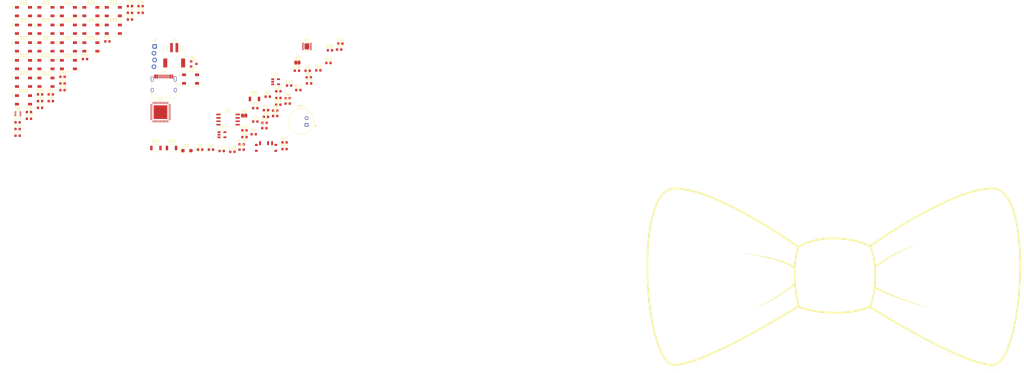
<source format=kicad_pcb>
(kicad_pcb (version 20210126) (generator pcbnew)
  (title_block (title "Blinky Bowtie") (date "2021-02-21") (rev "0.1") (company "Josh Johnson"))
  (layers (0 "F.Cu" signal) (31 "B.Cu" signal) (34 "B.Paste" user) (35 "F.Paste" user) (36 "B.SilkS" user "B.Silkscreen") (37 "F.SilkS" user "F.Silkscreen") (38 "B.Mask" user) (39 "F.Mask" user) (44 "Edge.Cuts" user))
  (net 0 "")
  (net 1 "GND")
  (net 2 "+5V")
  (net 3 "+3V3")
  (net 4 "VCC")
  (net 5 "+BATT")
  (net 6 "Net-(C19-Pad1)")
  (net 7 "/AREF")
  (net 8 "GNDA")
  (net 9 "Net-(C27-Pad2)")
  (net 10 "Net-(C28-Pad2)")
  (net 11 "Net-(C28-Pad1)")
  (net 12 "Net-(C34-Pad1)")
  (net 13 "Net-(C35-Pad1)")
  (net 14 "Net-(D1-Pad2)")
  (net 15 "Net-(D2-Pad1)")
  (net 16 "/D8_NEOPIX")
  (net 17 "Net-(D4-Pad2)")
  (net 18 "Net-(D6-Pad2)")
  (net 19 "Net-(D7-Pad2)")
  (net 20 "Net-(D8-Pad2)")
  (net 21 "Net-(D10-Pad4)")
  (net 22 "Net-(D10-Pad2)")
  (net 23 "Net-(D11-Pad2)")
  (net 24 "Net-(D12-Pad2)")
  (net 25 "Net-(D13-Pad2)")
  (net 26 "Net-(D14-Pad2)")
  (net 27 "Net-(D15-Pad2)")
  (net 28 "Net-(D16-Pad2)")
  (net 29 "Net-(D17-Pad2)")
  (net 30 "Net-(D18-Pad2)")
  (net 31 "Net-(D19-Pad2)")
  (net 32 "Net-(D20-Pad2)")
  (net 33 "Net-(D21-Pad2)")
  (net 34 "Net-(D22-Pad2)")
  (net 35 "Net-(D23-Pad2)")
  (net 36 "Net-(D24-Pad2)")
  (net 37 "Net-(C21-Pad1)")
  (net 38 "/D-")
  (net 39 "/D+")
  (net 40 "Net-(J1-PadB5)")
  (net 41 "Net-(J1-PadA5)")
  (net 42 "/SWD_CLK")
  (net 43 "/SWD_IO")
  (net 44 "/nRST")
  (net 45 "/GAIN")
  (net 46 "/AR")
  (net 47 "/D13")
  (net 48 "Net-(R2-Pad1)")
  (net 49 "/D9")
  (net 50 "Net-(R9-Pad1)")
  (net 51 "Net-(R10-Pad1)")
  (net 52 "Net-(R11-Pad2)")
  (net 53 "/FLASH_CS")
  (net 54 "/FLASH_MISO")
  (net 55 "/FLASH_SCK")
  (net 56 "/FLASH_MOSI")
  (net 57 "Net-(R14-Pad1)")
  (net 58 "Net-(D6-Pad4)")
  (net 60 "/LEDs/LEDS")
  (footprint "Capacitor_SMD:C_0603_1608Metric" (layer "F.Cu") (at -48.99 29.13)
    (fp_text reference "C21" (at 0 -1.43) (layer "F.SilkS"))
    (fp_text value "1u")
    (pad "1" smd roundrect (at -0.7875 0) (size 0.875 0.95) (layers "F.Cu" "F.Paste" "F.Mask") (net 37 "Net-(C21-Pad1)"))
    (pad "2" smd roundrect (at 0.7875 0) (size 0.875 0.95) (layers "F.Cu" "F.Paste" "F.Mask") (net 8 "GNDA"))
  )
  (footprint "Package_SO:SOP-8_5.28x5.23mm_P1.27mm" (layer "F.Cu") (at -71.88 41.88)
    (fp_text reference "U5" (at 0 -3.56) (layer "F.SilkS"))
    (fp_text value "W25Q32JVZPIQ")
    (pad "1" smd roundrect (at -3.6 -1.905) (size 1.6 0.6) (layers "F.Cu" "F.Paste" "F.Mask") (net 53 "/FLASH_CS"))
    (pad "2" smd roundrect (at -3.6 -0.635) (size 1.6 0.6) (layers "F.Cu" "F.Paste" "F.Mask") (net 54 "/FLASH_MISO"))
    (pad "3" smd roundrect (at -3.6 0.635) (size 1.6 0.6) (layers "F.Cu" "F.Paste" "F.Mask") (net 3 "+3V3"))
    (pad "4" smd roundrect (at -3.6 1.905) (size 1.6 0.6) (layers "F.Cu" "F.Paste" "F.Mask") (net 1 "GND"))
    (pad "5" smd roundrect (at 3.6 1.905) (size 1.6 0.6) (layers "F.Cu" "F.Paste" "F.Mask") (net 56 "/FLASH_MOSI"))
    (pad "6" smd roundrect (at 3.6 0.635) (size 1.6 0.6) (layers "F.Cu" "F.Paste" "F.Mask") (net 55 "/FLASH_SCK"))
    (pad "7" smd roundrect (at 3.6 -0.635) (size 1.6 0.6) (layers "F.Cu" "F.Paste" "F.Mask") (net 3 "+3V3"))
    (pad "8" smd roundrect (at 3.6 -1.905) (size 1.6 0.6) (layers "F.Cu" "F.Paste" "F.Mask") (net 3 "+3V3"))
  )
  (footprint "Capacitor_SMD:C_0603_1608Metric" (layer "F.Cu") (at -53.04 36.29)
    (fp_text reference "C19" (at 0 -1.43) (layer "F.SilkS"))
    (fp_text value "1u")
    (pad "1" smd roundrect (at -0.7875 0) (size 0.875 0.95) (layers "F.Cu" "F.Paste" "F.Mask") (net 6 "Net-(C19-Pad1)"))
    (pad "2" smd roundrect (at 0.7875 0) (size 0.875 0.95) (layers "F.Cu" "F.Paste" "F.Mask") (net 1 "GND"))
  )
  (footprint "Capacitor_SMD:C_0603_1608Metric" (layer "F.Cu") (at -142.36 32.44)
    (fp_text reference "C29" (at 0 -1.43) (layer "F.SilkS"))
    (fp_text value "100n")
    (pad "1" smd roundrect (at -0.7875 0) (size 0.875 0.95) (layers "F.Cu" "F.Paste" "F.Mask") (net 4 "VCC"))
    (pad "2" smd roundrect (at 0.7875 0) (size 0.875 0.95) (layers "F.Cu" "F.Paste" "F.Mask") (net 1 "GND"))
  )
  (footprint "Jumper:SolderJumper-2_P1.3mm_Bridged_RoundedPad1.0x1.5mm" (layer "F.Cu") (at -65.86 40.38)
    (fp_text reference "JP1" (at 0 -1.8) (layer "F.SilkS"))
    (fp_text value "GAIN")
    (fp_poly (pts (xy 0.25 -0.3) (xy -0.25 -0.3) (xy -0.25 0.3) (xy 0.25 0.3)) (layer "F.Cu") (width 0) (fill solid))
    (pad "1" smd custom (at -0.65 0) (size 1 0.5) (layers "F.Cu" "F.Mask") (options (clearance outline) (anchor rect)) (primitives (gr_circle (center 0 0.25) (end 0.5 0.25) (width 0) (fill yes)) (gr_circle (center 0 -0.25) (end 0.5 -0.25) (width 0) (fill yes)) (gr_poly (pts (xy 0 -0.75) (xy 0.5 -0.75) (xy 0.5 0.75) (xy 0 0.75)) (width 0) (fill yes))))
    (pad "2" smd custom (at 0.65 0) (size 1 0.5) (layers "F.Cu" "F.Mask") (net 45 "/GAIN") (options (clearance outline) (anchor rect)) (primitives (gr_circle (center 0 0.25) (end 0.5 0.25) (width 0) (fill yes)) (gr_circle (center 0 -0.25) (end 0.5 -0.25) (width 0) (fill yes)) (gr_poly (pts (xy 0 -0.75) (xy -0.5 -0.75) (xy -0.5 0.75) (xy 0 0.75)) (width 0) (fill yes))))
  )
  (footprint "LED_SMD:LED_WS2812B_PLCC4_5.0x5.0mm_P3.2mm" (layer "F.Cu") (at -131.735 21.255)
    (fp_text reference "D12" (at 0 -3.5) (layer "F.SilkS"))
    (fp_text value "WS2812B")
    (fp_text user "1" (at -4.15 -1.6) (layer "F.SilkS"))
    (pad "1" smd rect (at -2.45 -1.6) (size 1.5 1) (layers "F.Cu" "F.Paste" "F.Mask") (net 4 "VCC"))
    (pad "2" smd rect (at -2.45 1.6) (size 1.5 1) (layers "F.Cu" "F.Paste" "F.Mask") (net 24 "Net-(D12-Pad2)"))
    (pad "3" smd rect (at 2.45 1.6) (size 1.5 1) (layers "F.Cu" "F.Paste" "F.Mask") (net 1 "GND"))
    (pad "4" smd rect (at 2.45 -1.6) (size 1.5 1) (layers "F.Cu" "F.Paste" "F.Mask") (net 23 "Net-(D11-Pad2)"))
  )
  (footprint "Resistor_SMD:R_0603_1608Metric" (layer "F.Cu") (at -54.21 40.53)
    (fp_text reference "R9" (at 0 -1.43) (layer "F.SilkS"))
    (fp_text value "10K")
    (pad "1" smd roundrect (at -0.7875 0) (size 0.875 0.95) (layers "F.Cu" "F.Paste" "F.Mask") (net 50 "Net-(R9-Pad1)"))
    (pad "2" smd roundrect (at 0.7875 0) (size 0.875 0.95) (layers "F.Cu" "F.Paste" "F.Mask") (net 1 "GND"))
  )
  (footprint "Resistor_SMD:R_0603_1608Metric" (layer "F.Cu") (at -41.61 26.06)
    (fp_text reference "FB1" (at 0 -1.43) (layer "F.SilkS"))
    (fp_text value "600R")
    (pad "1" smd roundrect (at -0.7875 0) (size 0.875 0.95) (layers "F.Cu" "F.Paste" "F.Mask") (net 3 "+3V3"))
    (pad "2" smd roundrect (at 0.7875 0) (size 0.875 0.95) (layers "F.Cu" "F.Paste" "F.Mask") (net 37 "Net-(C21-Pad1)"))
  )
  (footprint "LED_SMD:LED_WS2812B_PLCC4_5.0x5.0mm_P3.2mm" (layer "F.Cu") (at -114.895 1.395)
    (fp_text reference "D23" (at 0 -3.5) (layer "F.SilkS"))
    (fp_text value "WS2812B")
    (fp_text user "1" (at -4.15 -1.6) (layer "F.SilkS"))
    (pad "1" smd rect (at -2.45 -1.6) (size 1.5 1) (layers "F.Cu" "F.Paste" "F.Mask") (net 4 "VCC"))
    (pad "2" smd rect (at -2.45 1.6) (size 1.5 1) (layers "F.Cu" "F.Paste" "F.Mask") (net 35 "Net-(D23-Pad2)"))
    (pad "3" smd rect (at 2.45 1.6) (size 1.5 1) (layers "F.Cu" "F.Paste" "F.Mask") (net 1 "GND"))
    (pad "4" smd rect (at 2.45 -1.6) (size 1.5 1) (layers "F.Cu" "F.Paste" "F.Mask") (net 34 "Net-(D22-Pad2)"))
  )
  (footprint "Capacitor_SMD:C_0603_1608Metric" (layer "F.Cu") (at -46.06 23.55)
    (fp_text reference "C36" (at 0 -1.43) (layer "F.SilkS"))
    (fp_text value "100n")
    (pad "1" smd roundrect (at -0.7875 0) (size 0.875 0.95) (layers "F.Cu" "F.Paste" "F.Mask") (net 3 "+3V3"))
    (pad "2" smd roundrect (at 0.7875 0) (size 0.875 0.95) (layers "F.Cu" "F.Paste" "F.Mask") (net 1 "GND"))
  )
  (footprint "Resistor_SMD:R_0603_1608Metric" (layer "F.Cu") (at -66.8 53.16)
    (fp_text reference "R7" (at 0 -1.43) (layer "F.SilkS"))
    (fp_text value "1K")
    (pad "1" smd roundrect (at -0.7875 0) (size 0.875 0.95) (layers "F.Cu" "F.Paste" "F.Mask") (net 17 "Net-(D4-Pad2)"))
    (pad "2" smd roundrect (at 0.7875 0) (size 0.875 0.95) (layers "F.Cu" "F.Paste" "F.Mask") (net 3 "+3V3"))
  )
  (footprint "LED_SMD:LED_0603_1608Metric" (layer "F.Cu") (at -57.01 33.28)
    (fp_text reference "D2" (at 0 -1.43) (layer "F.SilkS"))
    (fp_text value "ORG")
    (pad "1" smd roundrect (at -0.7875 0) (size 0.875 0.95) (layers "F.Cu" "F.Paste" "F.Mask") (net 15 "Net-(D2-Pad1)"))
    (pad "2" smd roundrect (at 0.7875 0) (size 0.875 0.95) (layers "F.Cu" "F.Paste" "F.Mask") (net 2 "+5V"))
  )
  (footprint "Capacitor_SMD:C_0603_1608Metric" (layer "F.Cu") (at -108.68 4.36)
    (fp_text reference "C26" (at 0 -1.43) (layer "F.SilkS"))
    (fp_text value "100n")
    (pad "1" smd roundrect (at -0.7875 0) (size 0.875 0.95) (layers "F.Cu" "F.Paste" "F.Mask") (net 4 "VCC"))
    (pad "2" smd roundrect (at 0.7875 0) (size 0.875 0.95) (layers "F.Cu" "F.Paste" "F.Mask") (net 1 "GND"))
  )
  (footprint "LED_SMD:LED_WS2812B_PLCC4_5.0x5.0mm_P3.2mm" (layer "F.Cu") (at -140.155 1.395)
    (fp_text reference "D16" (at 0 -3.5) (layer "F.SilkS"))
    (fp_text value "WS2812B")
    (fp_text user "1" (at -4.15 -1.6) (layer "F.SilkS"))
    (pad "1" smd rect (at -2.45 -1.6) (size 1.5 1) (layers "F.Cu" "F.Paste" "F.Mask") (net 4 "VCC"))
    (pad "2" smd rect (at -2.45 1.6) (size 1.5 1) (layers "F.Cu" "F.Paste" "F.Mask") (net 28 "Net-(D16-Pad2)"))
    (pad "3" smd rect (at 2.45 1.6) (size 1.5 1) (layers "F.Cu" "F.Paste" "F.Mask") (net 1 "GND"))
    (pad "4" smd rect (at 2.45 -1.6) (size 1.5 1) (layers "F.Cu" "F.Paste" "F.Mask") (net 27 "Net-(D15-Pad2)"))
  )
  (footprint "Package_TO_SOT_SMD:SOT-23-5" (layer "F.Cu") (at -74.17 47.55)
    (fp_text reference "U3" (at 0 -2.9) (layer "F.SilkS"))
    (fp_text value "AP2112K-3.3")
    (pad "1" smd rect (at -1.1 -0.95) (size 1.06 0.65) (layers "F.Cu" "F.Paste" "F.Mask") (net 4 "VCC"))
    (pad "2" smd rect (at -1.1 0) (size 1.06 0.65) (layers "F.Cu" "F.Paste" "F.Mask") (net 1 "GND"))
    (pad "3" smd rect (at -1.1 0.95) (size 1.06 0.65) (layers "F.Cu" "F.Paste" "F.Mask") (net 4 "VCC"))
    (pad "4" smd rect (at 1.1 0.95) (size 1.06 0.65) (layers "F.Cu" "F.Paste" "F.Mask"))
    (pad "5" smd rect (at 1.1 -0.95) (size 1.06 0.65) (layers "F.Cu" "F.Paste" "F.Mask") (net 3 "+3V3"))
  )
  (footprint "Resistor_SMD:R_0603_1608Metric" (layer "F.Cu") (at -38.04 23.42)
    (fp_text reference "FB2" (at 0 -1.43) (layer "F.SilkS"))
    (fp_text value "600R")
    (pad "1" smd roundrect (at -0.7875 0) (size 0.875 0.95) (layers "F.Cu" "F.Paste" "F.Mask") (net 8 "GNDA"))
    (pad "2" smd roundrect (at 0.7875 0) (size 0.875 0.95) (layers "F.Cu" "F.Paste" "F.Mask") (net 1 "GND"))
  )
  (footprint "LED_SMD:LED_WS2812B_PLCC4_5.0x5.0mm_P3.2mm" (layer "F.Cu") (at -123.315 1.395)
    (fp_text reference "D25" (at 0 -3.5) (layer "F.SilkS"))
    (fp_text value "WS2812B")
    (fp_text user "1" (at -4.15 -1.6) (layer "F.SilkS"))
    (pad "1" smd rect (at -2.45 -1.6) (size 1.5 1) (layers "F.Cu" "F.Paste" "F.Mask") (net 4 "VCC"))
    (pad "2" smd rect (at -2.45 1.6) (size 1.5 1) (layers "F.Cu" "F.Paste" "F.Mask"))
    (pad "3" smd rect (at 2.45 1.6) (size 1.5 1) (layers "F.Cu" "F.Paste" "F.Mask") (net 1 "GND"))
    (pad "4" smd rect (at 2.45 -1.6) (size 1.5 1) (layers "F.Cu" "F.Paste" "F.Mask") (net 36 "Net-(D24-Pad2)"))
  )
  (footprint "ehd:D_SOD-123FL" (layer "F.Cu") (at -87.295 53.52)
    (fp_text reference "D5" (at -0.127 -1.905) (layer "F.SilkS"))
    (fp_text value "MBR120")
    (pad "1" smd roundrect (at -1.5 0) (size 1.25 1.22) (layers "F.Cu" "F.Paste" "F.Mask") (roundrect_rratio 0.2) (net 4 "VCC"))
    (pad "2" smd roundrect (at 1.5 0) (size 1.25 1.22) (layers "F.Cu" "F.Paste" "F.Mask") (roundrect_rratio 0.2) (net 2 "+5V"))
  )
  (footprint "Resistor_SMD:R_0603_1608Metric" (layer "F.Cu") (at -34.24 20.65)
    (fp_text reference "R12" (at 0 -1.43) (layer "F.SilkS"))
    (fp_text value "2K2")
    (pad "1" smd roundrect (at -0.7875 0) (size 0.875 0.95) (layers "F.Cu" "F.Paste" "F.Mask") (net 52 "Net-(R11-Pad2)"))
    (pad "2" smd roundrect (at 0.7875 0) (size 0.875 0.95) (layers "F.Cu" "F.Paste" "F.Mask") (net 11 "Net-(C28-Pad1)"))
  )
  (footprint "LED_SMD:LED_WS2812B_PLCC4_5.0x5.0mm_P3.2mm" (layer "F.Cu") (at -123.315 14.635)
    (fp_text reference "D20" (at 0 -3.5) (layer "F.SilkS"))
    (fp_text value "WS2812B")
    (fp_text user "1" (at -4.15 -1.6) (layer "F.SilkS"))
    (pad "1" smd rect (at -2.45 -1.6) (size 1.5 1) (layers "F.Cu" "F.Paste" "F.Mask") (net 4 "VCC"))
    (pad "2" smd rect (at -2.45 1.6) (size 1.5 1) (layers "F.Cu" "F.Paste" "F.Mask") (net 32 "Net-(D20-Pad2)"))
    (pad "3" smd rect (at 2.45 1.6) (size 1.5 1) (layers "F.Cu" "F.Paste" "F.Mask") (net 1 "GND"))
    (pad "4" smd rect (at 2.45 -1.6) (size 1.5 1) (layers "F.Cu" "F.Paste" "F.Mask") (net 31 "Net-(D19-Pad2)"))
  )
  (footprint "Capacitor_SMD:C_0603_1608Metric" (layer "F.Cu") (at -70.26 53.94)
    (fp_text reference "C28" (at 0 -1.43) (layer "F.SilkS"))
    (fp_text value "100n")
    (pad "1" smd roundrect (at -0.7875 0) (size 0.875 0.95) (layers "F.Cu" "F.Paste" "F.Mask") (net 11 "Net-(C28-Pad1)"))
    (pad "2" smd roundrect (at 0.7875 0) (size 0.875 0.95) (layers "F.Cu" "F.Paste" "F.Mask") (net 10 "Net-(C28-Pad2)"))
  )
  (footprint "ehd:4_PIN_THT_Staggered" (layer "F.Cu") (at -99.53 14.45)
    (fp_text reference "J3" (at 0 -2.33) (layer "F.SilkS"))
    (fp_text value "SWD")
    (pad "1" thru_hole roundrect (at 0.127 0) (size 1.7 1.7) (drill 1) (layers *.Cu *.Mask) (roundrect_rratio 0.2) (net 44 "/nRST"))
    (pad "2" thru_hole oval (at -0.127 2.54) (size 1.7 1.7) (drill 1) (layers *.Cu *.Mask) (net 43 "/SWD_IO"))
    (pad "3" thru_hole oval (at 0.127 5.08) (size 1.7 1.7) (drill 1) (layers *.Cu *.Mask) (net 1 "GND"))
    (pad "4" thru_hole oval (at -0.127 7.62) (size 1.7 1.7) (drill 1) (layers *.Cu *.Mask) (net 42 "/SWD_CLK"))
  )
  (footprint "Resistor_SMD:R_0603_1608Metric" (layer "F.Cu") (at -58.22 43.1)
    (fp_text reference "R2" (at 0 -1.43) (layer "F.SilkS"))
    (fp_text value "1K")
    (pad "1" smd roundrect (at -0.7875 0) (size 0.875 0.95) (layers "F.Cu" "F.Paste" "F.Mask") (net 48 "Net-(R2-Pad1)"))
    (pad "2" smd roundrect (at 0.7875 0) (size 0.875 0.95) (layers "F.Cu" "F.Paste" "F.Mask") (net 15 "Net-(D2-Pad1)"))
  )
  (footprint "LED_SMD:LED_WS2812B_PLCC4_5.0x5.0mm_P3.2mm" (layer "F.Cu") (at -148.575 21.255)
    (fp_text reference "D10" (at 0 -3.5) (layer "F.SilkS"))
    (fp_text value "WS2812B")
    (fp_text user "1" (at -4.15 -1.6) (layer "F.SilkS"))
    (pad "1" smd rect (at -2.45 -1.6) (size 1.5 1) (layers "F.Cu" "F.Paste" "F.Mask") (net 4 "VCC"))
    (pad "2" smd rect (at -2.45 1.6) (size 1.5 1) (layers "F.Cu" "F.Paste" "F.Mask") (net 22 "Net-(D10-Pad2)"))
    (pad "3" smd rect (at 2.45 1.6) (size 1.5 1) (layers "F.Cu" "F.Paste" "F.Mask") (net 1 "GND"))
    (pad "4" smd rect (at 2.45 -1.6) (size 1.5 1) (layers "F.Cu" "F.Paste" "F.Mask") (net 21 "Net-(D10-Pad4)"))
  )
  (footprint "Package_TO_SOT_SMD:SOT-23-5" (layer "F.Cu") (at -54.06 27.69)
    (fp_text reference "U1" (at 0 -2.9) (layer "F.SilkS"))
    (fp_text value "MCP73831T-2")
    (pad "1" smd rect (at -1.1 -0.95) (size 1.06 0.65) (layers "F.Cu" "F.Paste" "F.Mask") (net 48 "Net-(R2-Pad1)"))
    (pad "2" smd rect (at -1.1 0) (size 1.06 0.65) (layers "F.Cu" "F.Paste" "F.Mask") (net 1 "GND"))
    (pad "3" smd rect (at -1.1 0.95) (size 1.06 0.65) (layers "F.Cu" "F.Paste" "F.Mask") (net 5 "+BATT"))
    (pad "4" smd rect (at 1.1 0.95) (size 1.06 0.65) (layers "F.Cu" "F.Paste" "F.Mask") (net 2 "+5V"))
    (pad "5" smd rect (at 1.1 -0.95) (size 1.06 0.65) (layers "F.Cu" "F.Paste" "F.Mask") (net 50 "Net-(R9-Pad1)"))
  )
  (footprint "Capacitor_SMD:C_0603_1608Metric" (layer "F.Cu") (at -50.7 50.43)
    (fp_text reference "C37" (at 0 -1.43) (layer "F.SilkS"))
    (fp_text value "1u")
    (pad "1" smd roundrect (at -0.7875 0) (size 0.875 0.95) (layers "F.Cu" "F.Paste" "F.Mask") (net 3 "+3V3"))
    (pad "2" smd roundrect (at 0.7875 0) (size 0.875 0.95) (layers "F.Cu" "F.Paste" "F.Mask") (net 1 "GND"))
  )
  (footprint "Package_DFN_QFN:DFN-14-1EP_3x3mm_P0.4mm_EP1.78x2.35mm" (layer "F.Cu") (at -42.33 14.45)
    (fp_text reference "U4" (at 0 -2.55) (layer "F.SilkS"))
    (fp_text value "MAX9814")
    (pad "1" smd roundrect (at -1.475 -1.2) (size 0.7 0.25) (layers "F.Cu" "F.Paste" "F.Mask") (net 9 "Net-(C27-Pad2)"))
    (pad "2" smd roundrect (at -1.475 -0.8) (size 0.7 0.25) (layers "F.Cu" "F.Paste" "F.Mask") (net 37 "Net-(C21-Pad1)"))
    (pad "3" smd roundrect (at -1.475 -0.4) (size 0.7 0.25) (layers "F.Cu" "F.Paste" "F.Mask") (net 13 "Net-(C35-Pad1)"))
    (pad "4" smd roundrect (at -1.475 0) (size 0.7 0.25) (layers "F.Cu" "F.Paste" "F.Mask") (net 8 "GNDA"))
    (pad "5" smd roundrect (at -1.475 0.4) (size 0.7 0.25) (layers "F.Cu" "F.Paste" "F.Mask") (net 37 "Net-(C21-Pad1)"))
    (pad "6" smd roundrect (at -1.475 0.8) (size 0.7 0.25) (layers "F.Cu" "F.Paste" "F.Mask"))
    (pad "7" smd roundrect (at -1.475 1.2) (size 0.7 0.25) (layers "F.Cu" "F.Paste" "F.Mask") (net 8 "GNDA"))
    (pad "8" smd roundrect (at 1.475 1.2) (size 0.7 0.25) (layers "F.Cu" "F.Paste" "F.Mask") (net 10 "Net-(C28-Pad2)"))
    (pad "9" smd roundrect (at 1.475 0.8) (size 0.7 0.25) (layers "F.Cu" "F.Paste" "F.Mask") (net 46 "/AR"))
    (pad "10" smd roundrect (at 1.475 0.4) (size 0.7 0.25) (layers "F.Cu" "F.Paste" "F.Mask") (net 45 "/GAIN"))
    (pad "11" smd roundrect (at 1.475 0) (size 0.7 0.25) (layers "F.Cu" "F.Paste" "F.Mask") (net 8 "GNDA"))
    (pad "12" smd roundrect (at 1.475 -0.4) (size 0.7 0.25) (layers "F.Cu" "F.Paste" "F.Mask") (net 12 "Net-(C34-Pad1)"))
    (pad "13" smd roundrect (at 1.475 -0.8) (size 0.7 0.25) (layers "F.Cu" "F.Paste" "F.Mask") (net 52 "Net-(R11-Pad2)"))
    (pad "14" smd roundrect (at 1.475 -1.2) (size 0.7 0.25) (layers "F.Cu" "F.Paste" "F.Mask") (net 51 "Net-(R10-Pad1)"))
    (pad "15" smd roundrect (at 0 0) (size 1.78 2.35) (layers "F.Cu" "F.Mask") (roundrect_rratio 0.2) (net 8 "GNDA"))
  )
  (footprint "Package_TO_SOT_SMD:SOT-23" (layer "F.Cu") (at -84.73 21.02)
    (fp_text reference "Q1" (at 0 -2.5) (layer "F.SilkS"))
    (fp_text value "DMP2045U")
    (pad "1" smd rect (at -1 -0.95) (size 0.9 0.8) (layers "F.Cu" "F.Paste" "F.Mask") (net 2 "+5V"))
    (pad "2" smd rect (at -1 0.95) (size 0.9 0.8) (layers "F.Cu" "F.Paste" "F.Mask") (net 4 "VCC"))
    (pad "3" smd rect (at 1 0) (size 0.9 0.8) (layers "F.Cu" "F.Paste" "F.Mask") (net 5 "+BATT"))
  )
  (footprint "LED_SMD:LED_WS2812B_PLCC4_5.0x5.0mm_P3.2mm" (layer "F.Cu") (at -131.735 1.395)
    (fp_text reference "D22" (at 0 -3.5) (layer "F.SilkS"))
    (fp_text value "WS2812B")
    (fp_text user "1" (at -4.15 -1.6) (layer "F.SilkS"))
    (pad "1" smd rect (at -2.45 -1.6) (size 1.5 1) (layers "F.Cu" "F.Paste" "F.Mask") (net 4 "VCC"))
    (pad "2" smd rect (at -2.45 1.6) (size 1.5 1) (layers "F.Cu" "F.Paste" "F.Mask") (net 34 "Net-(D22-Pad2)"))
    (pad "3" smd rect (at 2.45 1.6) (size 1.5 1) (layers "F.Cu" "F.Paste" "F.Mask") (net 1 "GND"))
    (pad "4" smd rect (at 2.45 -1.6) (size 1.5 1) (layers "F.Cu" "F.Paste" "F.Mask") (net 33 "Net-(D21-Pad2)"))
  )
  (footprint "Capacitor_SMD:C_0603_1608Metric" (layer "F.Cu") (at -57.67 40.85)
    (fp_text reference "C20" (at 0 -1.43) (layer "F.SilkS"))
    (fp_text value "1u")
    (pad "1" smd roundrect (at -0.7875 0) (size 0.875 0.95) (layers "F.Cu" "F.Paste" "F.Mask") (net 7 "/AREF"))
    (pad "2" smd roundrect (at 0.7875 0) (size 0.875 0.95) (layers "F.Cu" "F.Paste" "F.Mask") (net 1 "GND"))
  )
  (footprint "LED_SMD:LED_WS2812B_PLCC4_5.0x5.0mm_P3.2mm" (layer "F.Cu") (at -140.155 8.015)
    (fp_text reference "D14" (at 0 -3.5) (layer "F.SilkS"))
    (fp_text value "WS2812B")
    (fp_text user "1" (at -4.15 -1.6) (layer "F.SilkS"))
    (pad "1" smd rect (at -2.45 -1.6) (size 1.5 1) (layers "F.Cu" "F.Paste" "F.Mask") (net 4 "VCC"))
    (pad "2" smd rect (at -2.45 1.6) (size 1.5 1) (layers "F.Cu" "F.Paste" "F.Mask") (net 26 "Net-(D14-Pad2)"))
    (pad "3" smd rect (at 2.45 1.6) (size 1.5 1) (layers "F.Cu" "F.Paste" "F.Mask") (net 1 "GND"))
    (pad "4" smd rect (at 2.45 -1.6) (size 1.5 1) (layers "F.Cu" "F.Paste" "F.Mask") (net 25 "Net-(D13-Pad2)"))
  )
  (footprint "ehd:JST_PH_S2B-PH-SM4-TB_1x02-1MP_P2.00mm_Horizontal" (layer "F.Cu") (at -92.08 17.75)
    (fp_text reference "J2" (at 0 -5.8) (layer "F.SilkS"))
    (fp_text value "JST_PH")
    (pad "1" smd roundrect (at -1 -2.85) (size 1 3.5) (layers "F.Cu" "F.Paste" "F.Mask") (net 5 "+BATT"))
    (pad "2" smd roundrect (at -3.35 2.9) (size 1.5 3.4) (layers "F.Cu" "F.Paste" "F.Mask") (roundrect_rratio 0.167) (net 1 "GND"))
    (pad "2" smd roundrect (at 1 -2.85) (size 1 3.5) (layers "F.Cu" "F.Paste" "F.Mask") (net 1 "GND"))
    (pad "2" smd roundrect (at 3.35 2.9) (size 1.5 3.4) (layers "F.Cu" "F.Paste" "F.Mask") (roundrect_rratio 0.167) (net 1 "GND"))
  )
  (footprint "Resistor_SMD:R_0603_1608Metric" (layer "F.Cu") (at -58.26 45.09)
    (fp_text reference "R1" (at 0 -1.43) (layer "F.SilkS"))
    (fp_text value "1K")
    (pad "1" smd roundrect (at -0.7875 0) (size 0.875 0.95) (layers "F.Cu" "F.Paste" "F.Mask") (net 14 "Net-(D1-Pad2)"))
    (pad "2" smd roundrect (at 0.7875 0) (size 0.875 0.95) (layers "F.Cu" "F.Paste" "F.Mask") (net 47 "/D13"))
  )
  (footprint "Button_Switch_SMD:SW_SPST_B3U-1000P" (layer "F.Cu") (at -93.08 52.53)
    (fp_text reference "SW2" (at 0 -2.5) (layer "F.SilkS"))
    (fp_text value "B3U")
    (pad "1" smd rect (at -1.7 0) (size 0.9 1.7) (layers "F.Cu" "F.Paste" "F.Mask") (net 44 "/nRST"))
    (pad "2" smd rect (at 1.7 0) (size 0.9 1.7) (layers "F.Cu" "F.Paste" "F.Mask") (net 1 "GND"))
  )
  (footprint "ehd:USB_C_Receptacle_HRO_TYPE-C-31-M-12" (layer "F.Cu") (at -96.01 29.77)
    (fp_text reference "J1" (at 0 -5.645) (layer "F.SilkS"))
    (fp_text value "USB_C_Receptacle_USB2.0")
    (pad "" np_thru_hole circle (at -2.89 -2.6) (size 0.65 0.65) (drill 0.65) (layers *.Cu *.Mask))
    (pad "" np_thru_hole circle (at 2.89 -2.6) (size 0.65 0.65) (drill 0.65) (layers *.Cu *.Mask))
    (pad "A1" smd roundrect (at -3.25 -4.045) (size 0.6 1.45) (layers "F.Cu" "F.Paste" "F.Mask") (roundrect_rratio 0.2) (net 1 "GND"))
    (pad "A4" smd roundrect (at -2.45 -4.045) (size 0.6 1.45) (layers "F.Cu" "F.Paste" "F.Mask") (roundrect_rratio 0.2) (net 2 "+5V"))
    (pad "A5" smd roundrect (at -1.25 -4.045) (size 0.3 1.45) (layers "F.Cu" "F.Paste" "F.Mask") (roundrect_rratio 0.2) (net 41 "Net-(J1-PadA5)"))
    (pad "A6" smd roundrect (at -0.25 -4.045) (size 0.3 1.45) (layers "F.Cu" "F.Paste" "F.Mask") (roundrect_rratio 0.2) (net 39 "/D+"))
    (pad "A7" smd roundrect (at 0.25 -4.045) (size 0.3 1.45) (layers "F.Cu" "F.Paste" "F.Mask") (roundrect_rratio 0.2) (net 38 "/D-"))
    (pad "A8" smd roundrect (at 1.25 -4.045) (size 0.3 1.45) (layers "F.Cu" "F.Paste" "F.Mask") (roundrect_rratio 0.2))
    (pad "A9" smd roundrect (at 2.45 -4.045) (size 0.6 1.45) (layers "F.Cu" "F.Paste" "F.Mask") (roundrect_rratio 0.2) (net 2 "+5V"))
    (pad "A12" smd roundrect (at 3.25 -4.045) (size 0.6 1.45) (layers "F.Cu" "F.Paste" "F.Mask") (roundrect_rratio 0.2) (net 1 "GND"))
    (pad "B1" smd roundrect (at 3.25 -4.045) (size 0.6 1.45) (layers "F.Cu" "F.Paste" "F.Mask") (roundrect_rratio 0.2) (net 1 "GND"))
    (pad "B4" smd roundrect (at 2.45 -4.045) (size 0.6 1.45) (layers "F.Cu" "F.Paste" "F.Mask") (roundrect_rratio 0.2) (net 2 "+5V"))
    (pad "B5" smd roundrect (at 1.75 -4.045) (size 0.3 1.45) (layers "F.Cu" "F.Paste" "F.Mask") (roundrect_rratio 0.2) (net 40 "Net-(J1-PadB5)"))
    (pad "B6" smd roundrect (at 0.75 -4.045) (size 0.3 1.45) (layers "F.Cu" "F.Paste" "F.Mask") (roundrect_rratio 0.2) (net 39 "/D+"))
    (pad "B7" smd roundrect (at -0.75 -4.045) (size 0.3 1.45) (layers "F.Cu" "F.Paste" "F.Mask") (roundrect_rratio 0.2) (net 38 "/D-"))
    (pad "B8" smd roundrect (at -1.75 -4.045) (size 0.3 1.45) (layers "F.Cu" "F.Paste" "F.Mask") (roundrect_rratio 0.2))
    (pad "B9" smd roundrect (at -2.45 -4.045) (size 0.6 1.45) (layers "F.Cu" "F.Paste" "F.Mask") (roundrect_rratio 0.2) (net 2 "+5V"))
    (pad "B12" smd roundrect (at -3.25 -4.045) (size 0.6 1.45) (layers "F.Cu" "F.Paste" "F.Mask") (roundrect_rratio 0.2) (net 1 "GND"))
    (pad "S1" thru_hole oval (at 4.32 1.05) (size 1 1.6) (drill oval 0.6 1.2) (layers *.Cu *.Mask "F.Paste") (net 1 "GND"))
    (pad "S1" thru_hole oval (at -4.32 -3.13) (size 1 2.1) (drill oval 0.6 1.7) (layers *.Cu *.Mask "F.Paste") (net 1 "GND"))
    (pad "S1" thru_hole oval (at -4.32 1.05) (size 1 1.6) (drill oval 0.6 1.2) (layers *.Cu *.Mask "F.Paste") (net 1 "GND"))
    (pad "S1" thru_hole oval (at 4.32 -3.13) (size 1 2.1) (drill oval 0.6 1.7) (layers *.Cu *.Mask "F.Paste") (net 1 "GND"))
  )
  (footprint "Resistor_SMD:R_0603_1608Metric" (layer "F.Cu") (at -41.52 28.31)
    (fp_text reference "R8" (at 0 -1.43) (layer "F.SilkS"))
    (fp_text value "100K")
    (pad "1" smd roundrect (at -0.7875 0) (size 0.875 0.95) (layers "F.Cu" "F.Paste" "F.Mask") (net 49 "/D9"))
    (pad "2" smd roundrect (at 0.7875 0) (size 0.875 0.95) (layers "F.Cu" "F.Paste" "F.Mask") (net 1 "GND"))
  )
  (footprint "Capacitor_SMD:C_0603_1608Metric" (layer "F.Cu") (at -53 31.27)
    (fp_text reference "C27" (at 0 -1.43) (layer "F.SilkS"))
    (fp_text value "100n")
    (pad "1" smd roundrect (at -0.7875 0) (size 0.875 0.95) (layers "F.Cu" "F.Paste" "F.Mask") (net 8 "GNDA"))
    (pad "2" smd roundrect (at 0.7875 0) (size 0.875 0.95) (layers "F.Cu" "F.Paste" "F.Mask") (net 9 "Net-(C27-Pad2)"))
  )
  (footprint "Capacitor_SMD:C_0603_1608Metric" (layer "F.Cu") (at -29.78 13.38)
    (fp_text reference "C13" (at 0 -1.43) (layer "F.SilkS"))
    (fp_text value "100n")
    (pad "1" smd roundrect (at -0.7875 0) (size 0.875 0.95) (layers "F.Cu" "F.Paste" "F.Mask") (net 3 "+3V3"))
    (pad "2" smd roundrect (at 0.7875 0) (size 0.875 0.95) (layers "F.Cu" "F.Paste" "F.Mask") (net 1 "GND"))
  )
  (footprint "LED_SMD:LED_WS2812B_PLCC4_5.0x5.0mm_P3.2mm" (layer "F.Cu") (at -148.575 34.495)
    (fp_text reference "D13" (at 0 -3.5) (layer "F.SilkS"))
    (fp_text value "WS2812B")
    (fp_text user "1" (at -4.15 -1.6) (layer "F.SilkS"))
    (pad "1" smd rect (at -2.45 -1.6) (size 1.5 1) (layers "F.Cu" "F.Paste" "F.Mask") (net 4 "VCC"))
    (pad "2" smd rect (at -2.45 1.6) (size 1.5 1) (layers "F.Cu" "F.Paste" "F.Mask") (net 25 "Net-(D13-Pad2)"))
    (pad "3" smd rect (at 2.45 1.6) (size 1.5 1) (layers "F.Cu" "F.Paste" "F.Mask") (net 1 "GND"))
    (pad "4" smd rect (at 2.45 -1.6) (size 1.5 1) (layers "F.Cu" "F.Paste" "F.Mask") (net 24 "Net-(D12-Pad2)"))
  )
  (footprint "Capacitor_SMD:C_0603_1608Metric" (layer "F.Cu") (at -104.67 -0.66)
    (fp_text reference "C24" (at 0 -1.43) (layer "F.SilkS"))
    (fp_text value "100n")
    (pad "1" smd roundrect (at -0.7875 0) (size 0.875 0.95) (layers "F.Cu" "F.Paste" "F.Mask") (net 4 "VCC"))
    (pad "2" smd roundrect (at 0.7875 0) (size 0.875 0.95) (layers "F.Cu" "F.Paste" "F.Mask") (net 1 "GND"))
  )
  (footprint "Capacitor_SMD:C_0603_1608Metric" (layer "F.Cu") (at -142.36 37.46)
    (fp_text reference "C15" (at 0 -1.43) (layer "F.SilkS"))
    (fp_text value "100n")
    (pad "1" smd roundrect (at -0.7875 0) (size 0.875 0.95) (layers "F.Cu" "F.Paste" "F.Mask") (net 4 "VCC"))
    (pad "2" smd roundrect (at 0.7875 0) (size 0.875 0.95) (layers "F.Cu" "F.Paste" "F.Mask") (net 1 "GND"))
  )
  (footprint "Capacitor_SMD:C_0603_1608Metric" (layer "F.Cu") (at -133.94 28.33)
    (fp_text reference "C31" (at 0 -1.43) (layer "F.SilkS"))
    (fp_text value "100n")
    (pad "1" smd roundrect (at -0.7875 0) (size 0.875 0.95) (layers "F.Cu" "F.Paste" "F.Mask") (net 4 "VCC"))
    (pad "2" smd roundrect (at 0.7875 0) (size 0.875 0.95) (layers "F.Cu" "F.Paste" "F.Mask") (net 1 "GND"))
  )
  (footprint "LED_SMD:LED_0603_1608Metric" (layer "F.Cu") (at -78.28 53.14)
    (fp_text reference "D4" (at 0 -1.43) (layer "F.SilkS"))
    (fp_text value "PWR")
    (pad "1" smd roundrect (at -0.7875 0) (size 0.875 0.95) (layers "F.Cu" "F.Paste" "F.Mask") (net 1 "GND"))
    (pad "2" smd roundrect (at 0.7875 0) (size 0.875 0.95) (layers "F.Cu" "F.Paste" "F.Mask") (net 17 "Net-(D4-Pad2)"))
  )
  (footprint "Capacitor_SMD:C_0603_1608Metric" (layer "F.Cu") (at -133.94 30.84)
    (fp_text reference "C18" (at 0 -1.43) (layer "F.SilkS"))
    (fp_text value "100n")
    (pad "1" smd roundrect (at -0.7875 0) (size 0.875 0.95) (layers "F.Cu" "F.Paste" "F.Mask") (net 4 "VCC"))
    (pad "2" smd roundrect (at 0.7875 0) (size 0.875 0.95) (layers "F.Cu" "F.Paste" "F.Mask") (net 1 "GND"))
  )
  (footprint "Capacitor_SMD:C_0603_1608Metric" (layer "F.Cu") (at -61.68 37.59)
    (fp_text reference "C2" (at 0 -1.43) (layer "F.SilkS"))
    (fp_text value "100n")
    (pad "1" smd roundrect (at -0.7875 0) (size 0.875 0.95) (layers "F.Cu" "F.Paste" "F.Mask") (net 3 "+3V3"))
    (pad "2" smd roundrect (at 0.7875 0) (size 0.875 0.95) (layers "F.Cu" "F.Paste" "F.Mask") (net 1 "GND"))
  )
  (footprint "Capacitor_SMD:C_0603_1608Metric" (layer "F.Cu") (at -42.05 23.55)
    (fp_text reference "C6" (at 0 -1.43) (layer "F.SilkS"))
    (fp_text value "10u")
    (pad "1" smd roundrect (at -0.7875 0) (size 0.875 0.95) (layers "F.Cu" "F.Paste" "F.Mask") (net 3 "+3V3"))
    (pad "2" smd roundrect (at 0.7875 0) (size 0.875 0.95) (layers "F.Cu" "F.Paste" "F.Mask") (net 1 "GND"))
  )
  (footprint "Capacitor_SMD:C_0603_1608Metric" (layer "F.Cu") (at -133.94 25.82)
    (fp_text reference "C30" (at 0 -1.43) (layer "F.SilkS"))
    (fp_text value "100n")
    (pad "1" smd roundrect (at -0.7875 0) (size 0.875 0.95) (layers "F.Cu" "F.Paste" "F.Mask") (net 4 "VCC"))
    (pad "2" smd roundrect (at 0.7875 0) (size 0.875 0.95) (layers "F.Cu" "F.Paste" "F.Mask") (net 1 "GND"))
  )
  (footprint "Capacitor_SMD:C_0603_1608Metric" (layer "F.Cu") (at -150.78 45.42)
    (fp_text reference "C16" (at 0 -1.43) (layer "F.SilkS"))
    (fp_text value "100n")
    (pad "1" smd roundrect (at -0.7875 0) (size 0.875 0.95) (layers "F.Cu" "F.Paste" "F.Mask") (net 4 "VCC"))
    (pad "2" smd roundrect (at 0.7875 0) (size 0.875 0.95) (layers "F.Cu" "F.Paste" "F.Mask") (net 1 "GND"))
  )
  (footprint "Capacitor_SMD:C_0603_1608Metric" (layer "F.Cu") (at -33.69 15.89)
    (fp_text reference "C35" (at 0 -1.43) (layer "F.SilkS"))
    (fp_text value "2u2")
    (pad "1" smd roundrect (at -0.7875 0) (size 0.875 0.95) (layers "F.Cu" "F.Paste" "F.Mask") (net 13 "Net-(C35-Pad1)"))
    (pad "2" smd roundrect (at 0.7875 0) (size 0.875 0.95) (layers "F.Cu" "F.Paste" "F.Mask") (net 8 "GNDA"))
  )
  (footprint "LED_SMD:LED_WS2812B_PLCC4_5.0x5.0mm_P3.2mm" (layer "F.Cu") (at -131.735 14.635)
    (fp_text reference "D9" (at 0 -3.5) (layer "F.SilkS"))
    (fp_text value "WS2812B")
    (fp_text user "1" (at -4.15 -1.6) (layer "F.SilkS"))
    (pad "1" smd rect (at -2.45 -1.6) (size 1.5 1) (layers "F.Cu" "F.Paste" "F.Mask") (net 4 "VCC"))
    (pad "2" smd rect (at -2.45 1.6) (size 1.5 1) (layers "F.Cu" "F.Paste" "F.Mask") (net 21 "Net-(D10-Pad4)"))
    (pad "3" smd rect (at 2.45 1.6) (size 1.5 1) (layers "F.Cu" "F.Paste" "F.Mask") (net 1 "GND"))
    (pad "4" smd rect (at 2.45 -1.6) (size 1.5 1) (layers "F.Cu" "F.Paste" "F.Mask") (net 20 "Net-(D8-Pad2)"))
  )
  (footprint "Capacitor_SMD:C_0603_1608Metric" (layer "F.Cu") (at -65.73 45.92)
    (fp_text reference "C12" (at 0 -1.43) (layer "F.SilkS"))
    (fp_text value "100n")
    (pad "1" smd roundrect (at -0.7875 0) (size 0.875 0.95) (layers "F.Cu" "F.Paste" "F.Mask") (net 3 "+3V3"))
    (pad "2" smd roundrect (at 0.7875 0) (size 0.875 0.95) (layers "F.Cu" "F.Paste" "F.Mask") (net 1 "GND"))
  )
  (footprint "LED_SMD:LED_WS2812B_PLCC4_5.0x5.0mm_P3.2mm" (layer "F.Cu") (at -140.155 14.635)
    (fp_text reference "D8" (at 0 -3.5) (layer "F.SilkS"))
    (fp_text value "WS2812B")
    (fp_text user "1" (at -4.15 -1.6) (layer "F.SilkS"))
    (pad "1" smd rect (at -2.45 -1.6) (size 1.5 1) (layers "F.Cu" "F.Paste" "F.Mask") (net 4 "VCC"))
    (pad "2" smd rect (at -2.45 1.6) (size 1.5 1) (layers "F.Cu" "F.Paste" "F.Mask") (net 20 "Net-(D8-Pad2)"))
    (pad "3" smd rect (at 2.45 1.6) (size 1.5 1) (layers "F.Cu" "F.Paste" "F.Mask") (net 1 "GND"))
    (pad "4" smd rect (at 2.45 -1.6) (size 1.5 1) (layers "F.Cu" "F.Paste" "F.Mask") (net 19 "Net-(D7-Pad2)"))
  )
  (footprint "LED_SMD:LED_WS2812B_PLCC4_5.0x5.0mm_P3.2mm" (layer "F.Cu") (at -140.155 27.875)
    (fp_text reference "D11" (at 0 -3.5) (layer "F.SilkS"))
    (fp_text value "WS2812B")
    (fp_text user "1" (at -4.15 -1.6) (layer "F.SilkS"))
    (pad "1" smd rect (at -2.45 -1.6) (size 1.5 1) (layers "F.Cu" "F.Paste" "F.Mask") (net 4 "VCC"))
    (pad "2" smd rect (at -2.45 1.6) (size 1.5 1) (layers "F.Cu" "F.Paste" "F.Mask") (net 23 "Net-(D11-Pad2)"))
    (pad "3" smd rect (at 2.45 1.6) (size 1.5 1) (layers "F.Cu" "F.Paste" "F.Mask") (net 1 "GND"))
    (pad "4" smd rect (at 2.45 -1.6) (size 1.5 1) (layers "F.Cu" "F.Paste" "F.Mask") (net 22 "Net-(D10-Pad2)"))
  )
  (footprint "Resistor_SMD:R_0603_1608Metric" (layer "F.Cu") (at -66.8 51.17)
    (fp_text reference "R10" (at 0 -1.43) (layer "F.SilkS"))
    (fp_text value "100K")
    (pad "1" smd roundrect (at -0.7875 0) (size 0.875 0.95) (layers "F.Cu" "F.Paste" "F.Mask") (net 51 "Net-(R10-Pad1)"))
    (pad "2" smd roundrect (at 0.7875 0) (size 0.875 0.95) (layers "F.Cu" "F.Paste" "F.Mask") (net 8 "GNDA"))
  )
  (footprint "Capacitor_SMD:C_0603_1608Metric" (layer "F.Cu") (at -146.53 39.06)
    (fp_text reference "C9" (at 0 -1.43) (layer "F.SilkS"))
    (fp_text value "100n")
    (pad "1" smd roundrect (at -0.7875 0) (size 0.875 0.95) (layers "F.Cu" "F.Paste" "F.Mask") (net 4 "VCC"))
    (pad "2" smd roundrect (at 0.7875 0) (size 0.875 0.95) (layers "F.Cu" "F.Paste" "F.Mask") (net 1 "GND"))
  )
  (footprint "Capacitor_SMD:C_0603_1608Metric" (layer "F.Cu") (at -74.27 53.64)
    (fp_text reference "C11" (at 0 -1.43) (layer "F.SilkS"))
    (fp_text value "1u")
    (pad "1" smd roundrect (at -0.7875 0) (size 0.875 0.95) (layers "F.Cu" "F.Paste" "F.Mask") (net 3 "+3V3"))
    (pad "2" smd roundrect (at 0.7875 0) (size 0.875 0.95) (layers "F.Cu" "F.Paste" "F.Mask") (net 1 "GND"))
  )
  (footprint "Capacitor_SMD:C_0603_1608Metric" (layer "F.Cu") (at -138.35 32.44)
    (fp_text reference "C7" (at 0 -1.43) (layer "F.SilkS"))
    (fp_text value "100n")
    (pad "1" smd roundrect (at -0.7875 0) (size 0.875 0.95) (layers "F.Cu" "F.Paste" "F.Mask") (net 4 "VCC"))
    (pad "2" smd roundrect (at 0.7875 0) (size 0.875 0.95) (layers "F.Cu" "F.Paste" "F.Mask") (net 1 "GND"))
  )
  (footprint "Resistor_SMD:R_0603_1608Metric" (layer "F.Cu") (at -54.21 38.54)
    (fp_text reference "R5" (at 0 -1.43) (layer "F.SilkS"))
    (fp_text value "5K1")
    (pad "1" smd roundrect (at -0.7875 0) (size 0.875 0.95) (layers "F.Cu" "F.Paste" "F.Mask") (net 41 "Net-(J1-PadA5)"))
    (pad "2" smd roundrect (at 0.7875 0) (size 0.875 0.95) (layers "F.Cu" "F.Paste" "F.Mask") (net 1 "GND"))
  )
  (footprint "Button_Switch_SMD:SW_SPST_B3U-1000P" (layer "F.Cu") (at -61.98 34.16)
    (fp_text reference "SW3" (at 0 -2.5) (layer "F.SilkS"))
    (fp_text value "B3U")
    (pad "1" smd rect (at -1.7 0) (size 0.9 1.7) (layers "F.Cu" "F.Paste" "F.Mask"))
    (pad "2" smd rect (at 1.7 0) (size 0.9 1.7) (layers "F.Cu" "F.Paste" "F.Mask") (net 1 "GND"))
  )
  (footprint "LED_SMD:LED_WS2812B_PLCC4_5.0x5.0mm_P3.2mm" (layer "F.Cu") (at -148.575 1.395)
    (fp_text reference "D18" (at 0 -3.5) (layer "F.SilkS"))
    (fp_text value "WS2812B")
    (fp_text user "1" (at -4.15 -1.6) (layer "F.SilkS"))
    (pad "1" smd rect (at -2.45 -1.6) (size 1.5 1) (layers "F.Cu" "F.Paste" "F.Mask") (net 4 "VCC"))
    (pad "2" smd rect (at -2.45 1.6) (size 1.5 1) (layers "F.Cu" "F.Paste" "F.Mask") (net 30 "Net-(D18-Pad2)"))
    (pad "3" smd rect (at 2.45 1.6) (size 1.5 1) (layers "F.Cu" "F.Paste" "F.Mask") (net 1 "GND"))
    (pad "4" smd rect (at 2.45 -1.6) (size 1.5 1) (layers "F.Cu" "F.Paste" "F.Mask") (net 29 "Net-(D17-Pad2)"))
  )
  (footprint "LED_SMD:LED_WS2812B_PLCC4_5.0x5.0mm_P3.2mm" (layer "F.Cu") (at -85.955 26.685)
    (fp_text reference "D3" (at 0 -3.5) (layer "F.SilkS"))
    (fp_text value "WS2812B")
    (fp_text user "1" (at -4.15 -1.6) (layer "F.SilkS"))
    (pad "1" smd rect (at -2.45 -1.6) (size 1.5 1) (layers "F.Cu" "F.Paste" "F.Mask") (net 3 "+3V3"))
    (pad "2" smd rect (at -2.45 1.6) (size 1.5 1) (layers "F.Cu" "F.Paste" "F.Mask"))
    (pad "3" smd rect (at 2.45 1.6) (size 1.5 1) (layers "F.Cu" "F.Paste" "F.Mask") (net 1 "GND"))
    (pad "4" smd rect (at 2.45 -1.6) (size 1.5 1) (layers "F.Cu" "F.Paste" "F.Mask") (net 16 "/D8_NEOPIX"))
  )
  (footprint "Package_DFN_QFN:QFN-48-1EP_7x7mm_P0.5mm_EP5.15x5.15mm" (layer "F.Cu") (at -97.21 39.09)
    (fp_text reference "U2" (at 0 -4.82) (layer "F.SilkS"))
    (fp_text value "ATSAMD21G18A-M")
    (pad "1" smd roundrect (at -3.4375 -2.75) (size 0.875 0.25) (layers "F.Cu" "F.Paste" "F.Mask"))
    (pad "2" smd roundrect (at -3.4375 -2.25) (size 0.875 0.25) (layers "F.Cu" "F.Paste" "F.Mask"))
    (pad "3" smd roundrect (at -3.4375 -1.75) (size 0.875 0.25) (layers "F.Cu" "F.Paste" "F.Mask"))
    (pad "4" smd roundrect (at -3.4375 -1.25) (size 0.875 0.25) (layers "F.Cu" "F.Paste" "F.Mask") (net 7 "/AREF"))
    (pad "5" smd roundrect (at -3.4375 -0.75) (size 0.875 0.25) (layers "F.Cu" "F.Paste" "F.Mask") (net 1 "GND"))
    (pad "6" smd roundrect (at -3.4375 -0.25) (size 0.875 0.25) (layers "F.Cu" "F.Paste" "F.Mask") (net 3 "+3V3"))
    (pad "7" smd roundrect (at -3.4375 0.25) (size 0.875 0.25) (layers "F.Cu" "F.Paste" "F.Mask"))
    (pad "8" smd roundrect (at -3.4375 0.75) (size 0.875 0.25) (layers "F.Cu" "F.Paste" "F.Mask"))
    (pad "9" smd roundrect (at -3.4375 1.25) (size 0.875 0.25) (layers "F.Cu" "F.Paste" "F.Mask"))
    (pad "10" smd roundrect (at -3.4375 1.75) (size 0.875 0.25) (layers "F.Cu" "F.Paste" "F.Mask"))
    (pad "11" smd roundrect (at -3.4375 2.25) (size 0.875 0.25) (layers "F.Cu" "F.Paste" "F.Mask") (net 16 "/D8_NEOPIX"))
    (pad "12" smd roundrect (at -3.4375 2.75) (size 0.875 0.25) (layers "F.Cu" "F.Paste" "F.Mask") (net 49 "/D9"))
    (pad "13" smd roundrect (at -2.75 3.4375) (size 0.25 0.875) (layers "F.Cu" "F.Paste" "F.Mask") (net 56 "/FLASH_MOSI"))
    (pad "14" smd roundrect (at -2.25 3.4375) (size 0.25 0.875) (layers "F.Cu" "F.Paste" "F.Mask") (net 55 "/FLASH_SCK"))
    (pad "15" smd roundrect (at -1.75 3.4375) (size 0.25 0.875) (layers "F.Cu" "F.Paste" "F.Mask"))
    (pad "16" smd roundrect (at -1.25 3.4375) (size 0.25 0.875) (layers "F.Cu" "F.Paste" "F.Mask"))
    (pad "17" smd roundrect (at -0.75 3.4375) (size 0.25 0.875) (layers "F.Cu" "F.Paste" "F.Mask") (net 3 "+3V3"))
    (pad "18" smd roundrect (at -0.25 3.4375) (size 0.25 0.875) (layers "F.Cu" "F.Paste" "F.Mask") (net 1 "GND"))
    (pad "19" smd roundrect (at 0.25 3.4375) (size 0.25 0.875) (layers "F.Cu" "F.Paste" "F.Mask"))
    (pad "20" smd roundrect (at 0.75 3.4375) (size 0.25 0.875) (layers "F.Cu" "F.Paste" "F.Mask"))
    (pad "21" smd roundrect (at 1.25 3.4375) (size 0.25 0.875) (layers "F.Cu" "F.Paste" "F.Mask"))
    (pad "22" smd roundrect (at 1.75 3.4375) (size 0.25 0.875) (layers "F.Cu" "F.Paste" "F.Mask") (net 53 "/FLASH_CS"))
    (pad "23" smd roundrect (at 2.25 3.4375) (size 0.25 0.875) (layers "F.Cu" "F.Paste" "F.Mask") (net 54 "/FLASH_MISO"))
    (pad "24" smd roundrect (at 2.75 3.4375) (size 0.25 0.875) (layers "F.Cu" "F.Paste" "F.Mask"))
    (pad "25" smd roundrect (at 3.4375 2.75) (size 0.875 0.25) (layers "F.Cu" "F.Paste" "F.Mask"))
    (pad "26" smd roundrect (at 3.4375 2.25) (size 0.875 0.25) (layers "F.Cu" "F.Paste" "F.Mask") (net 47 "/D13"))
    (pad "27" smd roundrect (at 3.4375 1.75) (size 0.875 0.25) (layers "F.Cu" "F.Paste" "F.Mask"))
    (pad "28" smd roundrect (at 3.4375 1.25) (size 0.875 0.25) (layers "F.Cu" "F.Paste" "F.Mask"))
    (pad "29" smd roundrect (at 3.4375 0.75) (size 0.875 0.25) (layers "F.Cu" "F.Paste" "F.Mask"))
    (pad "30" smd roundrect (at 3.4375 0.25) (size 0.875 0.25) (layers "F.Cu" "F.Paste" "F.Mask"))
    (pad "31" smd roundrect (at 3.4375 -0.25) (size 0.875 0.25) (layers "F.Cu" "F.Paste" "F.Mask"))
    (pad "32" smd roundrect (at 3.4375 -0.75) (size 0.875 0.25) (layers "F.Cu" "F.Paste" "F.Mask"))
    (pad "33" smd roundrect (at 3.4375 -1.25) (size 0.875 0.25) (layers "F.Cu" "F.Paste" "F.Mask") (net 38 "/D-"))
    (pad "34" smd roundrect (at 3.4375 -1.75) (size 0.875 0.25) (layers "F.Cu" "F.Paste" "F.Mask") (net 39 "/D+"))
    (pad "35" smd roundrect (at 3.4375 -2.25) (size 0.875 0.25) (layers "F.Cu" "F.Paste" "F.Mask") (net 1 "GND"))
    (pad "36" smd roundrect (at 3.4375 -2.75) (size 0.875 0.25) (layers "F.Cu" "F.Paste" "F.Mask") (net 3 "+3V3"))
    (pad "37" smd roundrect (at 2.75 -3.4375) (size 0.25 0.875) (layers "F.Cu" "F.Paste" "F.Mask"))
    (pad "38" smd roundrect (at 2.25 -3.4375) (size 0.25 0.875) (layers "F.Cu" "F.Paste" "F.Mask"))
    (pad "39" smd roundrect (at 1.75 -3.4375) (size 0.25 0.875) (layers "F.Cu" "F.Paste" "F.Mask"))
    (pad "40" smd roundrect (at 1.25 -3.4375) (size 0.25 0.875) (layers "F.Cu" "F.Paste" "F.Mask") (net 44 "/nRST"))
    (pad "41" smd roundrect (at 0.75 -3.4375) (size 0.25 0.875) (layers "F.Cu" "F.Paste" "F.Mask"))
    (pad "42" smd roundrect (at 0.25 -3.4375) (size 0.25 0.875) (layers "F.Cu" "F.Paste" "F.Mask") (net 1 "GND"))
    (pad "43" smd roundrect (at -0.25 -3.4375) (size 0.25 0.875) (layers "F.Cu" "F.Paste" "F.Mask") (net 6 "Net-(C19-Pad1)"))
    (pad "44" smd roundrect (at -0.75 -3.4375) (size 0.25 0.875) (layers "F.Cu" "F.Paste" "F.Mask") (net 3 "+3V3"))
    (pad "45" smd roundrect (at -1.25 -3.4375) (size 0.25 0.875) (layers "F.Cu" "F.Paste" "F.Mask") (net 42 "/SWD_CLK"))
    (pad "46" smd roundrect (at -1.75 -3.4375) (size 0.25 0.875) (layers "F.Cu" "F.Paste" "F.Mask") (net 43 "/SWD_IO"))
    (pad "47" smd roundrect (at -2.25 -3.4375) (size 0.25 0.875) (layers "F.Cu" "F.Paste" "F.Mask"))
    (pad "48" smd roundrect (at -2.75 -3.4375) (size 0.25 0.875) (layers "F.Cu" "F.Paste" "F.Mask"))
    (pad "49" smd rect (at 0 0) (size 5.15 5.15) (layers "F.Cu" "F.Mask"))
  )
  (footprint "Capacitor_SMD:C_0603_1608Metric" (layer "F.Cu") (at -108.68 -0.66)
    (fp_text reference "C32" (at 0 -1.43) (layer "F.SilkS"))
    (fp_text value "100n")
    (pad "1" smd roundrect (at -0.7875 0) (size 0.875 0.95) (layers "F.Cu" "F.Paste" "F.Mask") (net 4 "VCC"))
    (pad "2" smd roundrect (at 0.7875 0) (size 0.875 0.95) (layers "F.Cu" "F.Paste" "F.Mask") (net 1 "GND"))
  )
  (footprint "ehd:MIC_CMA-4544PF-W" (layer "F.Cu") (at -44.45 42.58)
    (fp_text reference "MK1" (at 0 -5.717015) (layer "F.SilkS"))
    (fp_text value "Mic")
    (pad "1" thru_hole roundrect (at 2 1.27) (size 1.378 1.378) (drill 0.87) (layers *.Cu *.Mask) (roundrect_rratio 0.2) (net 8 "GNDA"))
    (pad "2" thru_hole circle (at 2 -1.27) (size 1.378 1.378) (drill 0.87) (layers *.Cu *.Mask) (net 11 "Net-(C28-Pad1)"))
  )
  (footprint "Capacitor_SMD:C_0603_1608Metric" (layer "F.Cu") (at -146.53 41.57)
    (fp_text reference "C23" (at 0 -1.43) (layer "F.SilkS"))
    (fp_text value "100n")
    (pad "1" smd roundrect (at -0.7875 0) (size 0.875 0.95) (layers "F.Cu" "F.Paste" "F.Mask") (net 4 "VCC"))
    (pad "2" smd roundrect (at 0.7875 0) (size 0.875 0.95) (layers "F.Cu" "F.Paste" "F.Mask") (net 1 "GND"))
  )
  (footprint "ehd:bowtie-f-silk" (layer "F.Cu") (at 154.6 113.9)
    (fp_text reference "LOGO1" hide)
    (fp_text value "F.Silk" hide)
  )
  (footprint "ehd:SW_SPDT_PCM12" (layer "F.Cu") (at -57.63 52.15)
    (fp_text reference "SW4" hide)
    (fp_text value "SLIDE")
    (pad "" np_thru_hole circle (at 1.5 0.33) (size 0.9 0.9) (drill 0.9) (layers *.Cu *.Mask))
    (pad "" np_thru_hole circle (at -1.5 0.33) (size 0.9 0.9) (drill 0.9) (layers *.Cu *.Mask))
    (pad "1" smd roundrect (at -2.25 -1.43) (size 0.7 1.5) (layers "F.Cu" "F.Paste" "F.Mask") (roundrect_rratio 0.2) (net 1 "GND"))
    (pad "2" smd roundrect (at 0.75 -1.43) (size 0.7 1.5) (layers "F.Cu" "F.Paste" "F.Mask") (roundrect_rratio 0.2) (net 57 "Net-(R14-Pad1)"))
    (pad "3" smd roundrect (at 2.25 -1.43) (size 0.7 1.5) (layers "F.Cu" "F.Paste" "F.Mask") (roundrect_rratio 0.2) (net 5 "+BATT"))
    (pad "MP" smd roundrect (at 3.65 -0.78) (size 1 0.8) (layers "F.Cu" "F.Paste" "F.Mask") (roundrect_rratio 0.2))
    (pad "MP" smd roundrect (at -3.65 -0.78) (size 1 0.8) (layers "F.Cu" "F.Paste" "F.Mask") (roundrect_rratio 0.2))
    (pad "MP" smd roundrect (at 3.65 1.43) (size 1 0.8) (layers "F.Cu" "F.Paste" "F.Mask") (roundrect_rratio 0.2))
    (pad "MP" smd roundrect (at -3.65 1.43) (size 1 0.8) (layers "F.Cu" "F.Paste" "F.Mask") (roundrect_rratio 0.2))
  )
  (footprint "Capacitor_SMD:C_0603_1608Metric" (layer "F.Cu") (at -57.67 38.34)
    (fp_text reference "C4" (at 0 -1.43) (layer "F.SilkS"))
    (fp_text value "10u")
    (pad "1" smd roundrect (at -0.7875 0) (size 0.875 0.95) (layers "F.Cu" "F.Paste" "F.Mask") (net 5 "+BATT"))
    (pad "2" smd roundrect (at 0.7875 0) (size 0.875 0.95) (layers "F.Cu" "F.Paste" "F.Mask") (net 1 "GND"))
  )
  (footprint "LED_SMD:LED_0603_1608Metric" (layer "F.Cu") (at -82.33 53.14)
    (fp_text reference "D1" (at 0 -1.43) (layer "F.SilkS"))
    (fp_text value "RED")
    (pad "1" smd roundrect (at -0.7875 0) (size 0.875 0.95) (layers "F.Cu" "F.Paste" "F.Mask") (net 1 "GND"))
    (pad "2" smd roundrect (at 0.7875 0) (size 0.875 0.95) (layers "F.Cu" "F.Paste" "F.Mask") (net 14 "Net-(D1-Pad2)"))
  )
  (footprint "Capacitor_SMD:C_0603_1608Metric" (layer "F.Cu") (at -61.68 42.61)
    (fp_text reference "C3" (at 0 -1.43) (layer "F.SilkS"))
    (fp_text value "10u")
    (pad "1" smd roundrect (at -0.7875 0) (size 0.875 0.95) (layers "F.Cu" "F.Paste" "F.Mask") (net 4 "VCC"))
    (pad "2" smd roundrect (at 0.7875 0) (size 0.875 0.95) (layers "F.Cu" "F.Paste" "F.Mask") (net 1 "GND"))
  )
  (footprint "LED_SMD:LED_WS2812B_PLCC4_5.0x5.0mm_P3.2mm" (layer "F.Cu") (at -148.575 14.635)
    (fp_text reference "D24" (at 0 -3.5) (layer "F.SilkS"))
    (fp_text value "WS2812B")
    (fp_text user "1" (at -4.15 -1.6) (layer "F.SilkS"))
    (pad "1" smd rect (at -2.45 -1.6) (size 1.5 1) (layers "F.Cu" "F.Paste" "F.Mask") (net 4 "VCC"))
    (pad "2" smd rect (at -2.45 1.6) (size 1.5 1) (layers "F.Cu" "F.Paste" "F.Mask") (net 36 "Net-(D24-Pad2)"))
    (pad "3" smd rect (at 2.45 1.6) (size 1.5 1) (layers "F.Cu" "F.Paste" "F.Mask") (net 1 "GND"))
    (pad "4" smd rect (at 2.45 -1.6) (size 1.5 1) (layers "F.Cu" "F.Paste" "F.Mask") (net 35 "Net-(D23-Pad2)"))
  )
  (footprint "Capacitor_SMD:C_0603_1608Metric" (layer "F.Cu") (at -125.52 19.2)
    (fp_text reference "C14" (at 0 -1.43) (layer "F.SilkS"))
    (fp_text value "100n")
    (pad "1" smd roundrect (at -0.7875 0) (size 0.875 0.95) (layers "F.Cu" "F.Paste" "F.Mask") (net 4 "VCC"))
    (pad "2" smd roundrect (at 0.7875 0) (size 0.875 0.95) (layers "F.Cu" "F.Paste" "F.Mask") (net 1 "GND"))
  )
  (footprint "Resistor_SMD:R_0603_1608Metric" (layer "F.Cu") (at -30.23 15.63)
    (fp_text reference "R3" (at 0 -1.43) (layer "F.SilkS"))
    (fp_text value "5K1")
    (pad "1" smd roundrect (at -0.7875 0) (size 0.875 0.95) (layers "F.Cu" "F.Paste" "F.Mask") (net 1 "GND"))
    (pad "2" smd roundrect (at 0.7875 0) (size 0.875 0.95) (layers "F.Cu" "F.Paste" "F.Mask") (net 40 "Net-(J1-PadB5)"))
  )
  (footprint "Button_Switch_SMD:SW_SPST_B3U-1000P" (layer "F.Cu") (at -98.93 52.53)
    (fp_text reference "SW1" (at 0 -2.5) (layer "F.SilkS"))
    (fp_text value "B3U")
    (pad "1" smd rect (at -1.7 0) (size 0.9 1.7) (layers "F.Cu" "F.Paste" "F.Mask"))
    (pad "2" smd rect (at 1.7 0) (size 0.9 1.7) (layers "F.Cu" "F.Paste" "F.Mask") (net 1 "GND"))
  )
  (footprint "LED_SMD:LED_WS2812B_PLCC4_5.0x5.0mm_P3.2mm" (layer "F.Cu") (at -123.315 8.015)
    (fp_text reference "D6" (at 0 -3.5) (layer "F.SilkS"))
    (fp_text value "WS2812B")
    (fp_text user "1" (at -4.15 -1.6) (layer "F.SilkS"))
    (pad "1" smd rect (at -2.45 -1.6) (size 1.5 1) (layers "F.Cu" "F.Paste" "F.Mask") (net 4 "VCC"))
    (pad "2" smd rect (at -2.45 1.6) (size 1.5 1) (layers "F.Cu" "F.Paste" "F.Mask") (net 18 "Net-(D6-Pad2)"))
    (pad "3" smd rect (at 2.45 1.6) (size 1.5 1) (layers "F.Cu" "F.Paste" "F.Mask") (net 1 "GND"))
    (pad "4" smd rect (at 2.45 -1.6) (size 1.5 1) (layers "F.Cu" "F.Paste" "F.Mask") (net 58 "Net-(D6-Pad4)"))
  )
  (footprint "Capacitor_SMD:C_0603_1608Metric" (layer "F.Cu") (at -65.73 48.43)
    (fp_text reference "C34" (at 0 -1.43) (layer "F.SilkS"))
    (fp_text value "470n")
    (pad "1" smd roundrect (at -0.7875 0) (size 0.875 0.95) (layers "F.Cu" "F.Paste" "F.Mask") (net 12 "Net-(C34-Pad1)"))
    (pad "2" smd roundrect (at 0.7875 0) (size 0.875 0.95) (layers "F.Cu" "F.Paste" "F.Mask") (net 8 "GNDA"))
  )
  (footprint "Package_TO_SOT_SMD:SOT-363_SC-70-6" (layer "F.Cu") (at -150.66 39.73)
    (fp_text reference "U6" (at 0 -2) (layer "F.SilkS"))
    (fp_text value "SN74LVC1T45DCK")
    (pad "1" smd rect (at -0.95 -0.65) (size 0.65 0.4) (layers "F.Cu" "F.Paste" "F.Mask") (net 3 "+3V3"))
    (pad "2" smd rect (at -0.95 0) (size 0.65 0.4) (layers "F.Cu" "F.Paste" "F.Mask") (net 1 "GND"))
    (pad "3" smd rect (at -0.95 0.65) (size 0.65 0.4) (layers "F.Cu" "F.Paste" "F.Mask") (net 60 "/LEDs/LEDS"))
    (pad "4" smd rect (at 0.95 0.65) (size 0.65 0.4) (layers "F.Cu" "F.Paste" "F.Mask") (net 58 "Net-(D6-Pad4)"))
    (pad "5" smd rect (at 0.95 0) (size 0.65 0.4) (layers "F.Cu" "F.Paste" "F.Mask") (net 60 "/LEDs/LEDS"))
    (pad "6" smd rect (at 0.95 -0.65) (size 0.65 0.4) (layers "F.Cu" "F.Paste" "F.Mask") (net 4 "VCC"))
  )
  (footprint "LED_SMD:LED_WS2812B_PLCC4_5.0x5.0mm_P3.2mm" (layer "F.Cu") (at -114.895 8.015)
    (fp_text reference "D19" (at 0 -3.5) (layer "F.SilkS"))
    (fp_text value "WS2812B")
    (fp_text user "1" (at -4.15 -1.6) (layer "F.SilkS"))
    (pad "1" smd rect (at -2.45 -1.6) (size 1.5 1) (layers "F.Cu" "F.Paste" "F.Mask") (net 4 "VCC"))
    (pad "2" smd rect (at -2.45 1.6) (size 1.5 1) (layers "F.Cu" "F.Paste" "F.Mask") (net 31 "Net-(D19-Pad2)"))
    (pad "3" smd rect (at 2.45 1.6) (size 1.5 1) (layers "F.Cu" "F.Paste" "F.Mask") (net 1 "GND"))
    (pad "4" smd rect (at 2.45 -1.6) (size 1.5 1) (layers "F.Cu" "F.Paste" "F.Mask") (net 30 "Net-(D18-Pad2)"))
  )
  (footprint "Capacitor_SMD:C_0603_1608Metric" (layer "F.Cu") (at -138.35 34.95)
    (fp_text reference "C8" (at 0 -1.43) (layer "F.SilkS"))
    (fp_text value "100n")
    (pad "1" smd roundrect (at -0.7875 0) (size 0.875 0.95) (layers "F.Cu" "F.Paste" "F.Mask") (net 4 "VCC"))
    (pad "2" smd roundrect (at 0.7875 0) (size 0.875 0.95) (layers "F.Cu" "F.Paste" "F.Mask") (net 1 "GND"))
  )
  (footprint "Capacitor_SMD:C_0603_1608Metric" (layer "F.Cu") (at -53 33.78)
    (fp_text reference "C1" (at 0 -1.43) (layer "F.SilkS"))
    (fp_text value "4u7")
    (pad "1" smd roundrect (at -0.7875 0) (size 0.875 0.95) (layers "F.Cu" "F.Paste" "F.Mask") (net 2 "+5V"))
    (pad "2" smd roundrect (at 0.7875 0) (size 0.875 0.95) (layers "F.Cu" "F.Paste" "F.Mask") (net 1 "GND"))
  )
  (footprint "ehd:bowtie-edge-cuts" (layer "F.Cu") (at 156.374282 112.384134)
    (fp_text reference "LOGO2" hide)
    (fp_text value "Edge.Cuts" hide)
    (fp_poly (pts (xy -72.508662 -15.68472) (xy -72.508335 -15.126409) (xy -72.507348 -14.576697) (xy -72.505703 -14.044063) (xy -72.503397 -13.536984) (xy -72.500432 -13.063939) (xy -72.496806 -12.633406) (xy -72.49252 -12.253865) (xy -72.487572 -11.933793) (xy -72.481963 -11.681669) (xy -72.47611 -11.514666) (xy -72.464978 -11.267966) (xy -72.451617 -10.957187) (xy -72.436871 -10.602861) (xy -72.421584 -10.225519) (xy -72.4066 -9.845693) (xy -72.394309 -9.525) (xy -72.380229 -9.175477) (xy -72.364452 -8.824349) (xy -72.347871 -8.488833) (xy -72.331378 -8.186149) (xy -72.315866 -7.933513) (xy -72.302227 -7.748145) (xy -72.302129 -7.747) (xy -72.285486 -7.529186) (xy -72.267196 -7.25216) (xy -72.248775 -6.941319) (xy -72.231739 -6.622059) (xy -72.219382 -6.360814) (xy -72.205777 -6.088921) (xy -72.190053 -5.836161) (xy -72.173439 -5.618425) (xy -72.157162 -5.451606) (xy -72.142451 -5.351596) (xy -72.140843 -5.344814) (xy -72.124981 -5.247694) (xy -72.108235 -5.084889) (xy -72.092156 -4.875346) (xy -72.078293 -4.638011) (xy -72.072418 -4.5085) (xy -72.060191 -4.25404) (xy -72.044999 -4.007659) (xy -72.028443 -3.79154) (xy -72.012121 -3.627867) (xy -72.005268 -3.577166) (xy -71.988045 -3.441323) (xy -71.968204 -3.244449) (xy -71.947887 -3.010045) (xy -71.929233 -2.761612) (xy -71.924301 -2.688166) (xy -71.906473 -2.444945) (xy -71.885945 -2.213429) (xy -71.864897 -2.015471) (xy -71.84551 -1.872922) (xy -71.839795 -1.8415) (xy -71.819872 -1.716292) (xy -71.797428 -1.531395) (xy -71.7752 -1.311623) (xy -71.755926 -1.081791) (xy -71.755755 -1.0795) (xy -71.737419 -0.843857) (xy -71.71844 -0.627833) (xy -71.696666 -0.411589) (xy -71.669944 -0.175286) (xy -71.636123 0.100915) (xy -71.593052 0.436853) (xy -71.582403 0.518584) (xy -71.558309 0.709921) (xy -71.529315 0.950338) (xy -71.499604 1.204737) (xy -71.480231 1.375834) (xy -71.409236 1.98264) (xy -71.34025 2.510383) (xy -71.28265 2.899834) (xy -71.255583 3.079649) (xy -71.223631 3.304674) (xy -71.192254 3.536084) (xy -71.181377 3.6195) (xy -71.129199 4.017028) (xy -71.083764 4.344156) (xy -71.043004 4.614695) (xy -71.00485 4.842451) (xy -70.972176 5.0165) (xy -70.933198 5.226186) (xy -70.893866 5.458267) (xy -70.870583 5.609167) (xy -70.812802 6.001013) (xy -70.763413 6.318896) (xy -70.720801 6.572928) (xy -70.691668 6.731) (xy -70.632834 7.042938) (xy -70.569746 7.391099) (xy -70.510933 7.728013) (xy -70.486359 7.874) (xy -70.45392 8.055016) (xy -70.417764 8.23502) (xy -70.394141 8.339667) (xy -70.362794 8.48013) (xy -70.325767 8.663909) (xy -70.291716 8.847667) (xy -70.238273 9.148226) (xy -70.1954 9.379836) (xy -70.160103 9.557123) (xy -70.129391 9.694712) (xy -70.100272 9.807226) (xy -70.083868 9.863667) (xy -70.04412 10.026267) (xy -70.011794 10.210852) (xy -70.003598 10.277425) (xy -69.984538 10.413998) (xy -69.960825 10.518679) (xy -69.947125 10.552592) (xy -69.922624 10.619145) (xy -69.891834 10.741658) (xy -69.864055 10.879667) (xy -69.829877 11.057808) (xy -69.792876 11.232543) (xy -69.768805 11.33475) (xy -69.703459 11.594365) (xy -69.640515 11.851366) (xy -69.574282 12.129532) (xy -69.499066 12.452637) (xy -69.448241 12.67367) (xy -69.408874 12.831357) (xy -69.370086 12.96369) (xy -69.340589 13.041303) (xy -69.305819 13.1442) (xy -69.30028 13.194634) (xy -69.296842 13.236566) (xy -69.283961 13.302021) (xy -69.258596 13.402259) (xy -69.217707 13.54854) (xy -69.158256 13.752123) (xy -69.077202 14.024267) (xy -69.068097 14.054667) (xy -69.024623 14.219551) (xy -68.988412 14.389468) (xy -68.982326 14.424862) (xy -68.957152 14.540268) (xy -68.928278 14.615112) (xy -68.918667 14.626167) (xy -68.890732 14.677919) (xy -68.862402 14.781955) (xy -68.853845 14.827472) (xy -68.820365 14.971685) (xy -68.775446 15.100405) (xy -68.765494 15.121481) (xy -68.722198 15.236053) (xy -68.707 15.32675) (xy -68.689259 15.428447) (xy -68.646432 15.54797) (xy -68.644987 15.551102) (xy -68.592796 15.685107) (xy -68.547154 15.836444) (xy -68.542889 15.853834) (xy -68.425549 16.243462) (xy -68.344676 16.4465) (xy -68.295997 16.582351) (xy -68.259796 16.721667) (xy -68.223006 16.848297) (xy -68.174363 16.950492) (xy -68.172424 16.953336) (xy -68.126178 17.045137) (xy -68.114333 17.100685) (xy -68.099783 17.173149) (xy -68.062188 17.293918) (xy -68.024315 17.398182) (xy -67.961565 17.562556) (xy -67.900274 17.725476) (xy -67.872248 17.801167) (xy -67.817208 17.944459) (xy -67.761821 18.078591) (xy -67.753507 18.0975) (xy -67.703268 18.223809) (xy -67.668903 18.330334) (xy -67.637366 18.419168) (xy -67.579769 18.556363) (xy -67.507725 18.714453) (xy -67.496663 18.737702) (xy -67.428284 18.88678) (xy -67.377415 19.00953) (xy -67.353184 19.08361) (xy -67.352333 19.091004) (xy -67.333926 19.163887) (xy -67.293736 19.255135) (xy -67.238251 19.367019) (xy -67.156312 19.539482) (xy -67.055809 19.755713) (xy -66.944631 19.998903) (xy -66.943 20.0025) (xy -66.889932 20.111899) (xy -66.845068 20.193) (xy -66.807584 20.26184) (xy -66.747654 20.381992) (xy -66.678074 20.527786) (xy -66.676261 20.531667) (xy -66.58289 20.721606) (xy -66.474848 20.927038) (xy -66.4 21.060834) (xy -66.318254 21.202702) (xy -66.248835 21.325605) (xy -66.208599 21.3995) (xy -66.117055 21.563655) (xy -65.996962 21.759859) (xy -65.860367 21.970392) (xy -65.719316 22.177535) (xy -65.585854 22.363567) (xy -65.472027 22.510769) (xy -65.394417 22.597221) (xy -65.3363 22.671846) (xy -65.320333 22.718947) (xy -65.291622 22.767242) (xy -65.213839 22.860877) (xy -65.099508 22.987104) (xy -64.961157 23.133176) (xy -64.811309 23.286344) (xy -64.662492 23.433861) (xy -64.52723 23.562979) (xy -64.418048 23.66095) (xy -64.347474 23.715028) (xy -64.336083 23.720656) (xy -64.273591 23.761166) (xy -64.262 23.786898) (xy -64.228325 23.827876) (xy -64.140363 23.895107) (xy -64.02671 23.968143) (xy -63.872351 24.060597) (xy -63.720742 24.151653) (xy -63.635127 24.203238) (xy -63.528786 24.265194) (xy -63.450962 24.306504) (xy -63.4365 24.312769) (xy -63.250368 24.379315) (xy -63.10502 24.428726) (xy -62.982899 24.46332) (xy -62.866447 24.48541) (xy -62.738107 24.497314) (xy -62.580324 24.501346) (xy -62.37554 24.499823) (xy -62.106198 24.495059) (xy -62.060667 24.494235) (xy -61.69237 24.483199) (xy -61.345342 24.464354) (xy -61.040424 24.439123) (xy -60.798455 24.408925) (xy -60.790667 24.40768) (xy -60.585489 24.37304) (xy -60.392904 24.33788) (xy -60.240021 24.307276) (xy -60.176833 24.292757) (xy -60.048281 24.263903) (xy -59.873717 24.229654) (xy -59.690829 24.197404) (xy -59.69 24.197267) (xy -59.522334 24.165156) (xy -59.377602 24.129523) (xy -59.284927 24.097624) (xy -59.280033 24.095129) (xy -59.165412 24.056997) (xy -59.068367 24.045947) (xy -58.968149 24.03417) (xy -58.819514 24.002691) (xy -58.654459 23.958297) (xy -58.652833 23.957811) (xy -58.445702 23.896728) (xy -58.216015 23.8304) (xy -58.060167 23.786286) (xy -57.8922 23.738075) (xy -57.739309 23.691985) (xy -57.636833 23.658746) (xy -57.513389 23.620539) (xy -57.361918 23.580369) (xy -57.319333 23.570249) (xy -57.183474 23.530664) (xy -57.071425 23.483897) (xy -57.045331 23.468425) (xy -56.938953 23.424029) (xy -56.842561 23.410334) (xy -56.728511 23.390861) (xy -56.592562 23.342433) (xy -56.557333 23.325667) (xy -56.430745 23.272336) (xy -56.318198 23.242976) (xy -56.293273 23.241) (xy -56.17936 23.216509) (xy -56.109508 23.180998) (xy -56.011123 23.134033) (xy -55.879825 23.096058) (xy -55.856672 23.09158) (xy -55.722081 23.057203) (xy -55.60879 23.011001) (xy -55.59574 23.003415) (xy -55.50355 22.958321) (xy -55.445941 22.944667) (xy -55.375646 22.926473) (xy -55.26646 22.88085) (xy -55.223833 22.86) (xy -55.100672 22.806909) (xy -54.995006 22.77727) (xy -54.971466 22.775055) (xy -54.878082 22.752053) (xy -54.76713 22.696468) (xy -54.758167 22.690667) (xy -54.648184 22.63316) (xy -54.551601 22.606501) (xy -54.545336 22.606279) (xy -54.441604 22.582114) (xy -54.376003 22.547909) (xy -54.276173 22.498676) (xy -54.149553 22.459487) (xy -54.144333 22.458355) (xy -54.052508 22.435975) (xy -53.962996 22.405286) (xy -53.853854 22.357066) (xy -53.703139 22.282091) (xy -53.60678 22.232438) (xy -53.486677 22.177089) (xy -53.389701 22.144243) (xy -53.36321 22.140334) (xy -53.286008 22.121226) (xy -53.174333 22.073594) (xy -53.13939 22.055667) (xy -53.028318 22.002547) (xy -52.943509 21.973099) (xy -52.927724 21.971) (xy -52.858845 21.95214) (xy -52.752308 21.905049) (xy -52.716057 21.886334) (xy -52.600453 21.832817) (xy -52.506573 21.803537) (xy -52.488561 21.801667) (xy -52.404162 21.771331) (xy -52.366333 21.738167) (xy -52.291079 21.684215) (xy -52.24937 21.674667) (xy -52.175161 21.657851) (xy -52.058424 21.615063) (xy -51.98997 21.585435) (xy -51.845808 21.520898) (xy -51.710725 21.462619) (xy -51.667833 21.444877) (xy -51.550489 21.394625) (xy -51.405307 21.32884) (xy -51.350333 21.303046) (xy -51.211968 21.242899) (xy -51.085146 21.196744) (xy -51.045153 21.185451) (xy -50.941375 21.144376) (xy -50.88122 21.099013) (xy -50.806913 21.047478) (xy -50.769598 21.039667) (xy -50.688507 21.020568) (xy -50.594865 20.97944) (xy -50.46914 20.916494) (xy -50.296678 20.835801) (xy -50.10901 20.751894) (xy -49.995667 20.703293) (xy -49.890688 20.655718) (xy -49.826333 20.622634) (xy -49.746299 20.581688) (xy -49.632774 20.528501) (xy -49.614667 20.520376) (xy -49.492505 20.46557) (xy -49.334845 20.394363) (xy -49.225705 20.344843) (xy -49.093253 20.287321) (xy -48.990519 20.24766) (xy -48.945139 20.235334) (xy -48.886888 20.206344) (xy -48.856342 20.176262) (xy -48.782577 20.127911) (xy -48.671029 20.091668) (xy -48.664912 20.090475) (xy -48.551618 20.054415) (xy -48.472837 20.003803) (xy -48.470737 20.00138) (xy -48.400802 19.948315) (xy -48.364557 19.939) (xy -48.300739 19.920436) (xy -48.190707 19.873684) (xy -48.061872 19.812153) (xy -47.941645 19.749253) (xy -47.857437 19.698393) (xy -47.836667 19.680755) (xy -47.784479 19.653872) (xy -47.685755 19.625214) (xy -47.675056 19.622827) (xy -47.573448 19.587038) (xy -47.515211 19.540966) (xy -47.513374 19.537003) (xy -47.460861 19.492527) (xy -47.360702 19.457227) (xy -47.346901 19.45441) (xy -47.250366 19.426221) (xy -47.202731 19.392544) (xy -47.201667 19.387555) (xy -47.165529 19.349926) (xy -47.08525 19.318921) (xy -46.974343 19.279351) (xy -46.827374 19.212724) (xy -46.679945 19.136577) (xy -46.567661 19.068444) (xy -46.549944 19.055269) (xy -46.474819 19.014927) (xy -46.397333 18.986674) (xy -46.289777 18.941766) (xy -46.228 18.902512) (xy -46.139005 18.852744) (xy -46.048083 18.822046) (xy -45.963904 18.789639) (xy -45.931667 18.754492) (xy -45.894859 18.719818) (xy -45.802685 18.681018) (xy -45.762333 18.669) (xy -45.65722 18.631847) (xy -45.597884 18.59371) (xy -45.593 18.582702) (xy -45.559106 18.545687) (xy -45.535092 18.542) (xy -45.477937 18.523978) (xy -45.366021 18.476428) (xy -45.219576 18.409121) (xy -45.058832 18.331832) (xy -44.904022 18.254332) (xy -44.775378 18.186394) (xy -44.693129 18.137791) (xy -44.682833 18.130321) (xy -44.614829 18.087319) (xy -44.534667 18.044592) (xy -44.431245 17.991522) (xy -44.365333 17.955415) (xy -44.302763 17.922588) (xy -44.182466 17.862222) (xy -44.022984 17.783547) (xy -43.8785 17.713072) (xy -43.706326 17.628458) (xy -43.563842 17.55647) (xy -43.467441 17.505515) (xy -43.434 17.485048) (xy -43.388258 17.456199) (xy -43.28746 17.401203) (xy -43.152464 17.3314) (xy -43.137667 17.323932) (xy -42.99267 17.250297) (xy -42.872042 17.187929) (xy -42.800835 17.149786) (xy -42.799 17.148735) (xy -42.727995 17.111114) (xy -42.609583 17.051447) (xy -42.502667 16.99889) (xy -42.367312 16.932059) (xy -42.256773 16.875686) (xy -42.206333 16.848392) (xy -41.998202 16.728782) (xy -41.807787 16.624129) (xy -41.651842 16.543331) (xy -41.547123 16.49529) (xy -41.530305 16.489247) (xy -41.431677 16.444555) (xy -41.298718 16.368516) (xy -41.164441 16.2811) (xy -41.075704 16.214263) (xy -40.993328 16.174986) (xy -40.964996 16.171334) (xy -40.890526 16.146818) (xy -40.804459 16.09249) (xy -40.698411 16.024043) (xy -40.612073 15.985018) (xy -40.51425 15.934404) (xy -40.469306 15.894527) (xy -40.388413 15.841244) (xy -40.343667 15.832667) (xy -40.253949 15.802136) (xy -40.218925 15.771888) (xy -40.14204 15.718567) (xy -40.044408 15.683858) (xy -39.956831 15.65457) (xy -39.920334 15.622379) (xy -39.920333 15.622337) (xy -39.885005 15.589041) (xy -39.79112 15.530865) (xy -39.656831 15.458768) (xy -39.613417 15.437065) (xy -39.436543 15.34786) (xy -39.232122 15.241275) (xy -39.013937 15.124903) (xy -38.795773 15.006336) (xy -38.591415 14.893166) (xy -38.414648 14.792985) (xy -38.279255 14.713386) (xy -38.199021 14.661961) (xy -38.184667 14.650129) (xy -38.139051 14.620335) (xy -38.038525 14.564115) (xy -37.903845 14.493032) (xy -37.888333 14.485057) (xy -37.7306 14.402116) (xy -37.585003 14.322081) (xy -37.486167 14.264155) (xy -37.35518 14.186579) (xy -37.232167 14.119816) (xy -37.133814 14.067235) (xy -36.990905 13.987755) (xy -36.831944 13.89726) (xy -36.808833 13.883923) (xy -36.648133 13.793166) (xy -36.497243 13.711626) (xy -36.385634 13.655176) (xy -36.374917 13.650222) (xy -36.283799 13.599234) (xy -36.238457 13.554873) (xy -36.237333 13.549462) (xy -36.200853 13.514538) (xy -36.112896 13.483735) (xy -36.110819 13.483273) (xy -36.013295 13.45155) (xy -35.959757 13.415768) (xy -35.907431 13.372251) (xy -35.812403 13.318926) (xy -35.800522 13.31328) (xy -35.66503 13.242296) (xy -35.538833 13.165667) (xy -35.40939 13.084766) (xy -35.284833 13.014352) (xy -35.004354 12.86186) (xy -34.777952 12.726948) (xy -34.7345 12.698867) (xy -34.600465 12.618765) (xy -34.469917 12.551177) (xy -34.378947 12.499221) (xy -34.33351 12.454358) (xy -34.332333 12.448796) (xy -34.295899 12.413676) (xy -34.208297 12.383151) (xy -34.208259 12.383143) (xy -34.101077 12.343616) (xy -34.033742 12.295112) (xy -33.964882 12.243003) (xy -33.930692 12.234334) (xy -33.86189 12.209932) (xy -33.776666 12.154557) (xy -33.678145 12.086468) (xy -33.530537 11.995113) (xy -33.360062 11.895922) (xy -33.192941 11.804323) (xy -33.104667 11.759169) (xy -33.008644 11.704953) (xy -32.88043 11.624064) (xy -32.805942 11.574006) (xy -32.679755 11.493107) (xy -32.567485 11.431433) (xy -32.520192 11.411433) (xy -32.447615 11.37504) (xy -32.427333 11.346622) (xy -32.392463 11.307389) (xy -32.310917 11.264303) (xy -32.200926 11.212246) (xy -32.067025 11.139034) (xy -32.025167 11.114173) (xy -31.902881 11.040724) (xy -31.79791 10.979396) (xy -31.771167 10.964334) (xy -31.682937 10.913595) (xy -31.56247 10.841933) (xy -31.517167 10.814494) (xy -31.385794 10.739741) (xy -31.262571 10.677862) (xy -31.231417 10.664364) (xy -31.148488 10.619615) (xy -31.115 10.57976) (xy -31.080462 10.538738) (xy -30.995529 10.486566) (xy -30.977417 10.477765) (xy -30.851696 10.413449) (xy -30.70818 10.332621) (xy -30.6705 10.310041) (xy -30.548297 10.236767) (xy -30.443357 10.176011) (xy -30.4165 10.161173) (xy -30.326009 10.110147) (xy -30.206725 10.040115) (xy -30.17554 10.021412) (xy -30.053265 9.948133) (xy -29.896701 9.854898) (xy -29.773373 9.781796) (xy -29.645604 9.703627) (xy -29.549104 9.639699) (xy -29.505472 9.604527) (xy -29.453542 9.564747) (xy -29.378472 9.525471) (xy -29.322441 9.498924) (xy -29.25652 9.463995) (xy -29.167283 9.412871) (xy -29.041306 9.337735) (xy -28.865164 9.230773) (xy -28.723167 9.144) (xy -28.572021 9.051773) (xy -28.427341 8.963907) (xy -28.339963 8.911167) (xy -28.226889 8.842646) (xy -28.078395 8.751834) (xy -27.958963 8.678334) (xy -27.724942 8.534396) (xy -27.553199 8.430169) (xy -27.434456 8.360107) (xy -27.359438 8.31866) (xy -27.347333 8.312562) (xy -27.277844 8.271633) (xy -27.168765 8.200592) (xy -27.093333 8.149153) (xy -26.939011 8.048244) (xy -26.772774 7.948552) (xy -26.712333 7.915036) (xy -26.585335 7.842991) (xy -26.480277 7.776309) (xy -26.447459 7.752101) (xy -26.286972 7.641897) (xy -26.077333 7.527396) (xy -25.98249 7.472875) (xy -25.853946 7.391169) (xy -25.770851 7.33522) (xy -25.655874 7.259921) (xy -25.567681 7.2096) (xy -25.533522 7.196667) (xy -25.481636 7.173126) (xy -25.387248 7.112578) (xy -25.310838 7.057748) (xy -25.183995 6.967771) (xy -25.067002 6.892525) (xy -25.019 6.865572) (xy -24.820785 6.758058) (xy -24.682595 6.663535) (xy -24.645542 6.631992) (xy -24.569308 6.577531) (xy -24.524338 6.561667) (xy -24.468454 6.538008) (xy -24.371225 6.477186) (xy -24.294838 6.422748) (xy -24.16803 6.332949) (xy -24.051058 6.258106) (xy -24.003 6.231408) (xy -23.788128 6.112778) (xy -23.521196 5.944868) (xy -23.337957 5.821446) (xy -23.082871 5.65274) (xy -22.871153 5.528779) (xy -22.745885 5.465862) (xy -22.661176 5.418237) (xy -22.538689 5.340126) (xy -22.439402 5.272423) (xy -22.320524 5.1932) (xy -22.227113 5.13881) (xy -22.185205 5.122334) (xy -22.128333 5.091284) (xy -22.110687 5.069417) (xy -22.021278 4.984044) (xy -21.855119 4.88406) (xy -21.801667 4.856953) (xy -21.725875 4.813972) (xy -21.597413 4.735303) (xy -21.434146 4.632086) (xy -21.253941 4.515464) (xy -21.251333 4.513757) (xy -21.065357 4.392332) (xy -20.890886 4.279061) (xy -20.747915 4.186885) (xy -20.658667 4.130137) (xy -20.540941 4.055722) (xy -20.390404 3.959409) (xy -20.277667 3.88666) (xy -20.114474 3.783459) (xy -19.942423 3.678585) (xy -19.84375 3.620674) (xy -19.732499 3.550579) (xy -19.659474 3.492218) (xy -19.642667 3.467311) (xy -19.609461 3.431202) (xy -19.592854 3.429) (xy -19.541182 3.407087) (xy -19.440442 3.350078) (xy -19.311179 3.271065) (xy -19.17394 3.183142) (xy -19.049271 3.099402) (xy -18.957717 3.032938) (xy -18.923 3.002127) (xy -18.872963 2.965148) (xy -18.796 2.921504) (xy -18.715634 2.874515) (xy -18.586768 2.793108) (xy -18.430648 2.690861) (xy -18.339019 2.629416) (xy -18.058234 2.442446) (xy -17.838496 2.303033) (xy -17.673583 2.207323) (xy -17.58776 2.164415) (xy -17.489714 2.100878) (xy -17.444994 2.057577) (xy -17.384456 2.00206) (xy -17.354668 1.989667) (xy -17.309397 1.966992) (xy -17.207745 1.904612) (xy -17.062961 1.810996) (xy -16.88829 1.694613) (xy -16.808376 1.640417) (xy -16.613065 1.508166) (xy -16.430639 1.386253) (xy -16.278269 1.286043) (xy -16.173128 1.218899) (xy -16.152683 1.2065) (xy -16.041507 1.136798) (xy -15.895896 1.040278) (xy -15.768417 0.9525) (xy -15.633847 0.859391) (xy -15.516817 0.781006) (xy -15.445671 0.736139) (xy -15.354394 0.672234) (xy -15.265701 0.596927) (xy -15.197801 0.548194) (xy -15.104527 0.515352) (xy -14.964828 0.493047) (xy -14.801714 0.478923) (xy -14.624343 0.467651) (xy -14.509843 0.467012) (xy -14.436672 0.481048) (xy -14.383292 0.513798) (xy -14.329897 0.567431) (xy -14.216097 0.661273) (xy -14.088864 0.728739) (xy -14.086388 0.729612) (xy -13.974698 0.778782) (xy -13.894601 0.831569) (xy -13.892893 0.833233) (xy -13.803957 0.881377) (xy -13.755156 0.889) (xy -13.666881 0.90844) (xy -13.548504 0.956799) (xy -13.51539 0.973667) (xy -13.386954 1.028276) (xy -13.267541 1.05703) (xy -13.245561 1.058334) (xy -13.142297 1.079792) (xy -13.083747 1.118524) (xy -13.012195 1.16341) (xy -12.895632 1.200962) (xy -12.85878 1.208283) (xy -12.733904 1.240561) (xy -12.640291 1.284179) (xy -12.62536 1.296259) (xy -12.535634 1.346537) (xy -12.486877 1.354667) (xy -12.403229 1.369725) (xy -12.276424 1.40827) (xy -12.192 1.439334) (xy -12.052539 1.487702) (xy -11.931644 1.518475) (xy -11.883516 1.524261) (xy -11.778637 1.543996) (xy -11.667816 1.588156) (xy -11.543021 1.637027) (xy -11.394721 1.674529) (xy -11.371482 1.67845) (xy -11.23113 1.7089) (xy -11.10867 1.749778) (xy -11.091333 1.757758) (xy -10.987656 1.794038) (xy -10.841858 1.827614) (xy -10.759416 1.841036) (xy -10.60656 1.869934) (xy -10.471106 1.909124) (xy -10.420749 1.930406) (xy -10.291964 1.974414) (xy -10.176098 1.989406) (xy -10.0653 2.002545) (xy -9.911769 2.036388) (xy -9.779 2.074334) (xy -9.615386 2.119471) (xy -9.461344 2.150185) (xy -9.369959 2.159) (xy -9.2266 2.176472) (xy -9.083533 2.218505) (xy -9.083032 2.218714) (xy -8.965007 2.254133) (xy -8.800874 2.286544) (xy -8.650475 2.306246) (xy -8.461294 2.330386) (xy -8.269586 2.364259) (xy -8.149167 2.392196) (xy -7.992666 2.426228) (xy -7.797622 2.456507) (xy -7.633202 2.47405) (xy -7.463044 2.492173) (xy -7.311484 2.516712) (xy -7.212934 2.541863) (xy -7.123652 2.563192) (xy -6.97292 2.586388) (xy -6.783804 2.608285) (xy -6.628232 2.622137) (xy -6.426752 2.640633) (xy -6.247448 2.662435) (xy -6.112812 2.684503) (xy -6.053667 2.69979) (xy -5.969605 2.718877) (xy -5.822835 2.738836) (xy -5.635243 2.7571) (xy -5.461 2.769319) (xy -5.197133 2.787909) (xy -4.89745 2.814243) (xy -4.60993 2.843929) (xy -4.487333 2.858454) (xy -4.326463 2.874475) (xy -4.093472 2.891909) (xy -3.800885 2.910219) (xy -3.461225 2.928868) (xy -3.087016 2.947317) (xy -2.690783 2.965029) (xy -2.285048 2.981465) (xy -1.882336 2.99609) (xy -1.495171 3.008363) (xy -1.136077 3.017749) (xy -0.817576 3.023709) (xy -0.592667 3.02567) (xy -0.33025 3.023678) (xy -0.010357 3.017043) (xy 0.352649 3.006422) (xy 0.744407 2.992471) (xy 1.150553 2.975844) (xy 1.556727 2.957198) (xy 1.948565 2.937187) (xy 2.311705 2.916469) (xy 2.631786 2.895697) (xy 2.894444 2.875529) (xy 3.069167 2.858516) (xy 3.334602 2.829112) (xy 3.625393 2.7986) (xy 3.902304 2.771017) (xy 4.085167 2.753976) (xy 4.311102 2.732132) (xy 4.539439 2.707095) (xy 4.736754 2.682657) (xy 4.826 2.669914) (xy 5.023362 2.640011) (xy 5.246986 2.607152) (xy 5.3975 2.585647) (xy 5.812165 2.525476) (xy 6.156226 2.471352) (xy 6.423868 2.424204) (xy 6.498167 2.409573) (xy 6.641299 2.382471) (xy 6.832464 2.349087) (xy 7.03595 2.315607) (xy 7.085997 2.307724) (xy 7.258779 2.276769) (xy 7.400845 2.243859) (xy 7.490316 2.214379) (xy 7.507214 2.204053) (xy 7.576421 2.174573) (xy 7.68948 2.159506) (xy 7.714191 2.159) (xy 7.846296 2.14441) (xy 8.011655 2.106945) (xy 8.117007 2.074334) (xy 8.269352 2.027749) (xy 8.407887 1.996998) (xy 8.477142 1.989667) (xy 8.601071 1.972771) (xy 8.73433 1.932022) (xy 8.736921 1.930947) (xy 8.872635 1.885477) (xy 9.030614 1.847262) (xy 9.063645 1.841275) (xy 9.206167 1.809356) (xy 9.330634 1.768198) (xy 9.355667 1.756834) (xy 9.466093 1.715513) (xy 9.608382 1.679578) (xy 9.644877 1.672867) (xy 9.789284 1.639417) (xy 9.917699 1.594642) (xy 9.94121 1.583455) (xy 10.043853 1.540363) (xy 10.117667 1.52427) (xy 10.192781 1.510481) (xy 10.322572 1.474669) (xy 10.482497 1.424694) (xy 10.648016 1.368417) (xy 10.794587 1.313697) (xy 10.8585 1.286994) (xy 10.994363 1.235887) (xy 11.1125 1.202209) (xy 11.245085 1.163148) (xy 11.345333 1.122949) (xy 11.448095 1.073533) (xy 11.583831 1.008242) (xy 11.641667 0.980418) (xy 11.768663 0.926436) (xy 11.874527 0.893565) (xy 11.908446 0.888883) (xy 11.993718 0.870314) (xy 12.11038 0.824061) (xy 12.14128 0.808968) (xy 12.315634 0.728987) (xy 12.460773 0.679801) (xy 12.560783 0.66588) (xy 12.596482 0.68108) (xy 12.648132 0.701045) (xy 12.759302 0.714986) (xy 12.891012 0.719667) (xy 13.038802 0.721908) (xy 13.126162 0.73524) (xy 13.177323 0.769573) (xy 13.216515 0.834821) (xy 13.227342 0.85725) (xy 13.306954 0.974779) (xy 13.407491 1.066594) (xy 13.409245 1.067704) (xy 13.653887 1.225584) (xy 13.947673 1.422786) (xy 14.272527 1.647155) (xy 14.308232 1.672167) (xy 14.422438 1.750254) (xy 14.506463 1.803938) (xy 14.538526 1.820334) (xy 14.579237 1.842584) (xy 14.674602 1.902799) (xy 14.809373 1.991172) (xy 14.933507 2.074334) (xy 15.092257 2.178604) (xy 15.227854 2.262131) (xy 15.323544 2.31492) (xy 15.35938 2.328334) (xy 15.406426 2.354405) (xy 15.409333 2.36756) (xy 15.437676 2.404456) (xy 15.525794 2.469952) (xy 15.678325 2.567113) (xy 15.899904 2.699001) (xy 15.9907 2.751667) (xy 16.101153 2.825633) (xy 16.178361 2.88925) (xy 16.262041 2.946677) (xy 16.3195 2.963334) (xy 16.375854 2.984967) (xy 16.383 3.003357) (xy 16.39698 3.033244) (xy 16.447589 3.073679) (xy 16.547833 3.13322) (xy 16.710715 3.220424) (xy 16.721086 3.225847) (xy 16.830818 3.296266) (xy 16.901003 3.354917) (xy 16.976761 3.412296) (xy 17.024223 3.429) (xy 17.081851 3.454124) (xy 17.178337 3.518739) (xy 17.253598 3.577167) (xy 17.366118 3.659944) (xy 17.461292 3.713723) (xy 17.501374 3.725334) (xy 17.559945 3.743685) (xy 17.568333 3.760839) (xy 17.60144 3.797583) (xy 17.687527 3.864272) (xy 17.806745 3.947672) (xy 17.939247 4.034549) (xy 18.065182 4.111672) (xy 18.164704 4.165805) (xy 18.195924 4.179262) (xy 18.288611 4.229871) (xy 18.330333 4.262422) (xy 18.417697 4.331699) (xy 18.530689 4.409029) (xy 18.643117 4.477949) (xy 18.728788 4.521998) (xy 18.755546 4.529667) (xy 18.795128 4.559188) (xy 18.796 4.566864) (xy 18.830964 4.606914) (xy 18.915846 4.653645) (xy 18.923 4.656667) (xy 19.010237 4.702243) (xy 19.04979 4.741553) (xy 19.05 4.743617) (xy 19.085083 4.78159) (xy 19.142858 4.807433) (xy 19.228355 4.847725) (xy 19.349926 4.920175) (xy 19.438757 4.97962) (xy 19.554669 5.056644) (xy 19.644764 5.108462) (xy 19.681542 5.122334) (xy 19.742525 5.149106) (xy 19.777226 5.177788) (xy 19.854395 5.240886) (xy 19.977276 5.327965) (xy 20.122179 5.423737) (xy 20.265414 5.512914) (xy 20.383291 5.580211) (xy 20.444508 5.608376) (xy 20.514243 5.646798) (xy 20.531667 5.676567) (xy 20.566483 5.720796) (xy 20.629084 5.754134) (xy 20.687086 5.780176) (xy 20.766742 5.824142) (xy 20.878621 5.892617) (xy 21.033294 5.992187) (xy 21.241332 6.129439) (xy 21.383655 6.22426) (xy 21.519744 6.31057) (xy 21.639757 6.378802) (xy 21.711738 6.41183) (xy 21.782851 6.448673) (xy 21.801667 6.477) (xy 21.836709 6.517086) (xy 21.891595 6.54217) (xy 21.972534 6.579967) (xy 22.094989 6.650426) (xy 22.219678 6.729929) (xy 22.364496 6.825293) (xy 22.557738 6.950551) (xy 22.776032 7.090722) (xy 22.996007 7.230821) (xy 23.194291 7.355867) (xy 23.262167 7.398234) (xy 23.369949 7.457308) (xy 23.451805 7.49575) (xy 23.538066 7.540992) (xy 23.578805 7.574593) (xy 23.624562 7.612316) (xy 23.721866 7.676812) (xy 23.833667 7.744632) (xy 23.989006 7.83722) (xy 24.176228 7.951376) (xy 24.355892 8.06304) (xy 24.362833 8.067411) (xy 24.508563 8.158012) (xy 24.632039 8.23258) (xy 24.711601 8.278097) (xy 24.722667 8.283681) (xy 24.791142 8.323368) (xy 24.900421 8.394353) (xy 24.986816 8.453458) (xy 25.102193 8.529599) (xy 25.191639 8.58052) (xy 25.227209 8.593667) (xy 25.288597 8.620179) (xy 25.322893 8.648011) (xy 25.382428 8.691938) (xy 25.49645 8.765339) (xy 25.645718 8.856063) (xy 25.738667 8.910564) (xy 25.894188 9.001874) (xy 26.020532 9.078535) (xy 26.100698 9.130096) (xy 26.119667 9.144765) (xy 26.164953 9.177589) (xy 26.262619 9.237964) (xy 26.383355 9.308141) (xy 26.511053 9.383862) (xy 26.606954 9.447029) (xy 26.648424 9.482005) (xy 26.702281 9.516263) (xy 26.797485 9.546273) (xy 26.886162 9.577294) (xy 26.923984 9.613431) (xy 26.924 9.614078) (xy 26.958216 9.65979) (xy 27.01925 9.695989) (xy 27.099222 9.738091) (xy 27.225861 9.812159) (xy 27.374914 9.903909) (xy 27.410833 9.926658) (xy 27.563617 10.022098) (xy 27.701535 10.104953) (xy 27.79932 10.160118) (xy 27.813 10.167069) (xy 27.917174 10.224818) (xy 27.982333 10.268863) (xy 28.056063 10.317773) (xy 28.171562 10.38531) (xy 28.236333 10.420777) (xy 28.392887 10.509087) (xy 28.560913 10.610622) (xy 28.617333 10.646585) (xy 28.854451 10.795866) (xy 29.042058 10.901745) (xy 29.17825 10.966052) (xy 29.260952 11.010933) (xy 29.294667 11.049) (xy 29.329412 11.087584) (xy 29.411083 11.13122) (xy 29.582027 11.210563) (xy 29.732356 11.295617) (xy 29.833286 11.369996) (xy 29.8371 11.37372) (xy 29.911847 11.422066) (xy 29.947296 11.43) (xy 30.013955 11.458915) (xy 30.077833 11.514667) (xy 30.159635 11.578687) (xy 30.223153 11.599334) (xy 30.301249 11.629369) (xy 30.364344 11.684) (xy 30.450743 11.749015) (xy 30.521919 11.768667) (xy 30.590956 11.784878) (xy 30.607 11.807514) (xy 30.641078 11.84987) (xy 30.725906 11.907364) (xy 30.756214 11.92393) (xy 31.005504 12.053942) (xy 31.188547 12.150471) (xy 31.314532 12.218481) (xy 31.392647 12.262932) (xy 31.432082 12.288786) (xy 31.4325 12.289116) (xy 31.510958 12.345027) (xy 31.628988 12.422073) (xy 31.766349 12.507922) (xy 31.902797 12.590243) (xy 32.01809 12.656704) (xy 32.091984 12.694974) (xy 32.1065 12.699715) (xy 32.167057 12.725407) (xy 32.212333 12.759468) (xy 32.28342 12.809336) (xy 32.403151 12.880933) (xy 32.533167 12.952113) (xy 32.686543 13.034624) (xy 32.828676 13.114585) (xy 32.914167 13.165667) (xy 33.019738 13.228331) (xy 33.165897 13.310048) (xy 33.295167 13.379438) (xy 33.432979 13.454071) (xy 33.544717 13.518649) (xy 33.603394 13.557188) (xy 33.66955 13.599903) (xy 33.783176 13.663449) (xy 33.878561 13.71312) (xy 34.038579 13.79825) (xy 34.198999 13.890262) (xy 34.268833 13.933284) (xy 34.427769 14.031068) (xy 34.620326 14.143545) (xy 34.819619 14.255581) (xy 34.998764 14.35204) (xy 35.123188 14.414253) (xy 35.220854 14.467067) (xy 35.279784 14.512749) (xy 35.282424 14.516435) (xy 35.337904 14.553102) (xy 35.433233 14.583885) (xy 35.533613 14.619067) (xy 35.591498 14.661668) (xy 35.644138 14.706731) (xy 35.748359 14.772972) (xy 35.856333 14.83262) (xy 36.016833 14.917702) (xy 36.17703 15.00535) (xy 36.2585 15.05143) (xy 36.389423 15.125138) (xy 36.554476 15.215414) (xy 36.681833 15.283554) (xy 36.844972 15.371458) (xy 37.006289 15.461101) (xy 37.105167 15.518031) (xy 37.229176 15.588306) (xy 37.393995 15.677619) (xy 37.564739 15.767079) (xy 37.570833 15.770206) (xy 37.758533 15.866707) (xy 37.889732 15.935018) (xy 37.98345 15.985225) (xy 38.058706 16.027412) (xy 38.089417 16.045185) (xy 38.179608 16.095412) (xy 38.2905 16.154488) (xy 38.389615 16.207338) (xy 38.533655 16.285623) (xy 38.693593 16.373553) (xy 38.713833 16.384756) (xy 38.910554 16.492174) (xy 39.130247 16.609822) (xy 39.3065 16.702401) (xy 39.503111 16.805873) (xy 39.722697 16.923866) (xy 39.899167 17.02059) (xy 40.054799 17.105729) (xy 40.194494 17.179782) (xy 40.291509 17.228613) (xy 40.301333 17.233163) (xy 40.405724 17.283795) (xy 40.470667 17.319163) (xy 40.556942 17.366881) (xy 40.64 17.409397) (xy 40.740766 17.468233) (xy 40.801774 17.514923) (xy 40.875299 17.561555) (xy 40.907607 17.569043) (xy 40.969309 17.588054) (xy 41.079259 17.636739) (xy 41.190333 17.692489) (xy 41.301111 17.750033) (xy 41.471368 17.837407) (xy 41.684954 17.946377) (xy 41.925722 18.068703) (xy 42.177525 18.19615) (xy 42.197126 18.206049) (xy 42.431608 18.325511) (xy 42.639532 18.433454) (xy 42.809278 18.52368) (xy 42.929229 18.589994) (xy 42.987766 18.626199) (xy 42.991361 18.629679) (xy 43.043503 18.661452) (xy 43.135227 18.689631) (xy 43.242266 18.72919) (xy 43.309258 18.777555) (xy 43.389711 18.8264) (xy 43.457852 18.838334) (xy 43.544733 18.853743) (xy 43.580655 18.878222) (xy 43.625626 18.909714) (xy 43.73322 18.970068) (xy 43.889541 19.051912) (xy 44.08069 19.147874) (xy 44.186404 19.199534) (xy 44.393527 19.300355) (xy 44.576757 19.390503) (xy 44.721034 19.462495) (xy 44.811296 19.508849) (xy 44.831 19.519786) (xy 44.916056 19.566274) (xy 45.045643 19.627481) (xy 45.234942 19.710481) (xy 45.296667 19.736867) (xy 45.422855 19.792632) (xy 45.522906 19.840368) (xy 45.550667 19.855245) (xy 45.66211 19.914867) (xy 45.831889 19.998529) (xy 46.040559 20.096826) (xy 46.206833 20.17267) (xy 46.379642 20.251537) (xy 46.583073 20.34598) (xy 46.762369 20.430477) (xy 46.910023 20.498335) (xy 47.029699 20.548881) (xy 47.099784 20.5731) (xy 47.106435 20.574) (xy 47.166608 20.603175) (xy 47.200737 20.63638) (xy 47.276665 20.687143) (xy 47.389387 20.7244) (xy 47.394912 20.725475) (xy 47.50717 20.760488) (xy 47.584122 20.808719) (xy 47.586342 20.811262) (xy 47.649822 20.862134) (xy 47.678463 20.870334) (xy 47.739968 20.886852) (xy 47.846711 20.928729) (xy 47.906113 20.955) (xy 48.068852 21.029659) (xy 48.239963 21.108159) (xy 48.27522 21.124334) (xy 48.394161 21.174542) (xy 48.484389 21.204894) (xy 48.508207 21.209) (xy 48.573512 21.227755) (xy 48.677816 21.274614) (xy 48.71461 21.293667) (xy 48.824185 21.346655) (xy 48.905992 21.376156) (xy 48.920939 21.378334) (xy 48.98614 21.407776) (xy 49.022 21.441834) (xy 49.106807 21.496227) (xy 49.15638 21.505334) (xy 49.245554 21.524006) (xy 49.364576 21.570329) (xy 49.394613 21.584891) (xy 49.652792 21.710039) (xy 49.84898 21.791124) (xy 49.96218 21.825525) (xy 50.065977 21.866377) (xy 50.126114 21.911654) (xy 50.207541 21.961777) (xy 50.260797 21.971) (xy 50.348519 21.988154) (xy 50.474485 22.031708) (xy 50.541363 22.060232) (xy 50.685756 22.126135) (xy 50.820966 22.187652) (xy 50.8635 22.206936) (xy 50.994241 22.257888) (xy 51.107016 22.291653) (xy 51.222521 22.329403) (xy 51.357165 22.387348) (xy 51.38055 22.398948) (xy 51.495365 22.450164) (xy 51.586612 22.478479) (xy 51.602701 22.480347) (xy 51.686488 22.505756) (xy 51.750008 22.543847) (xy 51.841038 22.593683) (xy 51.898174 22.607437) (xy 51.975488 22.625957) (xy 52.090168 22.670659) (xy 52.1335 22.690667) (xy 52.254766 22.741757) (xy 52.354522 22.771199) (xy 52.37707 22.773897) (xy 52.460126 22.794107) (xy 52.575397 22.842654) (xy 52.609276 22.86) (xy 52.731979 22.914127) (xy 52.84001 22.943124) (xy 52.860625 22.944667) (xy 52.945934 22.961378) (xy 52.979456 22.98585) (xy 53.033223 23.021053) (xy 53.137737 23.060209) (xy 53.183037 23.072999) (xy 53.332455 23.118091) (xy 53.472822 23.170429) (xy 53.494564 23.179983) (xy 53.609323 23.222773) (xy 53.703423 23.24235) (xy 53.706231 23.242437) (xy 53.791894 23.261193) (xy 53.911839 23.306403) (xy 53.953833 23.325667) (xy 54.075653 23.376804) (xy 54.176511 23.40623) (xy 54.199352 23.408897) (xy 54.291821 23.428948) (xy 54.39041 23.469736) (xy 54.504184 23.512787) (xy 54.652481 23.549873) (xy 54.706328 23.559288) (xy 54.828571 23.583651) (xy 54.911298 23.611373) (xy 54.928759 23.624037) (xy 54.978835 23.650596) (xy 55.086357 23.683617) (xy 55.192821 23.708407) (xy 55.332569 23.741637) (xy 55.440261 23.775524) (xy 55.482104 23.795866) (xy 55.549247 23.823207) (xy 55.667039 23.849999) (xy 55.736104 23.860727) (xy 55.883367 23.888122) (xy 56.012106 23.925415) (xy 56.049891 23.941351) (xy 56.156159 23.979797) (xy 56.301234 24.014932) (xy 56.366688 24.026358) (xy 56.520676 24.056198) (xy 56.661778 24.094357) (xy 56.704797 24.109758) (xy 56.818581 24.143193) (xy 56.975441 24.174046) (xy 57.0865 24.189253) (xy 57.259768 24.21552) (xy 57.428225 24.252839) (xy 57.509833 24.277425) (xy 57.660001 24.315169) (xy 57.834149 24.337458) (xy 57.892191 24.339809) (xy 58.062938 24.353628) (xy 58.253457 24.386561) (xy 58.336691 24.407162) (xy 58.49471 24.438001) (xy 58.732306 24.463388) (xy 59.051166 24.483462) (xy 59.421128 24.497459) (xy 59.711917 24.505528) (xy 59.933391 24.509789) (xy 60.100858 24.509158) (xy 60.229628 24.502549) (xy 60.335008 24.488879) (xy 60.432306 24.467061) (xy 60.536831 24.43601) (xy 60.606462 24.413454) (xy 60.866337 24.318641) (xy 61.103963 24.213692) (xy 61.303903 24.10675) (xy 61.450717 24.005961) (xy 61.52302 23.929933) (xy 61.583708 23.880475) (xy 61.607687 23.875403) (xy 61.668632 23.84614) (xy 61.778611 23.764634) (xy 61.92743 23.639143) (xy 62.104895 23.477927) (xy 62.145333 23.439845) (xy 62.351437 23.230529) (xy 62.577423 22.977258) (xy 62.810075 22.697034) (xy 63.036178 22.406857) (xy 63.242517 22.123728) (xy 63.415878 21.864645) (xy 63.543045 21.646611) (xy 63.550379 21.632334) (xy 63.598888 21.547348) (xy 63.631275 21.505334) (xy 63.663657 21.459029) (xy 63.72049 21.359963) (xy 63.778147 21.251334) (xy 63.845336 21.125491) (xy 63.899451 21.032827) (xy 63.925225 20.997334) (xy 63.962542 20.947724) (xy 64.012048 20.860967) (xy 64.160221 20.568733) (xy 64.315619 20.251377) (xy 64.490388 19.884045) (xy 64.514299 19.833167) (xy 64.608153 19.634751) (xy 64.697267 19.44903) (xy 64.770941 19.298154) (xy 64.814947 19.210947) (xy 64.867448 19.091746) (xy 64.895528 18.990917) (xy 64.897 18.972713) (xy 64.927836 18.877155) (xy 64.9605 18.838333) (xy 65.015323 18.760407) (xy 65.025436 18.716733) (xy 65.044012 18.637451) (xy 65.088834 18.521523) (xy 65.108667 18.4785) (xy 65.159806 18.360205) (xy 65.190053 18.26644) (xy 65.193243 18.245667) (xy 65.219777 18.1632) (xy 65.25818 18.099992) (xy 65.308016 18.008962) (xy 65.32177 17.951826) (xy 65.34029 17.874512) (xy 65.384992 17.759832) (xy 65.405 17.7165) (xy 65.456656 17.592194) (xy 65.486746 17.486483) (xy 65.489576 17.4625) (xy 65.516998 17.361245) (xy 65.554513 17.295659) (xy 65.603855 17.204718) (xy 65.616927 17.147492) (xy 65.635936 17.063291) (xy 65.676437 16.967935) (xy 65.728941 16.841229) (xy 65.765732 16.713935) (xy 65.796336 16.604566) (xy 65.829405 16.531601) (xy 65.831005 16.5295) (xy 65.863288 16.462484) (xy 65.899662 16.350736) (xy 65.90838 16.317834) (xy 65.955301 16.146844) (xy 66.011283 15.965436) (xy 66.067259 15.80111) (xy 66.114166 15.681366) (xy 66.127015 15.654599) (xy 66.157301 15.568088) (xy 66.185751 15.440934) (xy 66.192369 15.400599) (xy 66.222172 15.264549) (xy 66.26286 15.151555) (xy 66.274178 15.130649) (xy 66.313107 15.036304) (xy 66.348197 14.899601) (xy 66.359678 14.834315) (xy 66.389442 14.693488) (xy 66.429423 14.577026) (xy 66.447998 14.542664) (xy 66.495001 14.432995) (xy 66.505666 14.360645) (xy 66.525042 14.249123) (xy 66.563669 14.147815) (xy 66.60574 14.034236) (xy 66.641816 13.886244) (xy 66.650782 13.833404) (xy 66.675189 13.710966) (xy 66.704031 13.627725) (xy 66.717333 13.610167) (xy 66.744517 13.55774) (xy 66.770898 13.451056) (xy 66.781083 13.38693) (xy 66.810767 13.227839) (xy 66.852667 13.075529) (xy 66.865989 13.038667) (xy 66.910987 12.896974) (xy 66.947566 12.735537) (xy 66.95274 12.704312) (xy 66.985105 12.549814) (xy 67.029509 12.403411) (xy 67.039614 12.377588) (xy 67.081005 12.240377) (xy 67.098333 12.107125) (xy 67.098333 12.106591) (xy 67.118293 11.969116) (xy 67.15644 11.861815) (xy 67.194357 11.754883) (xy 67.228685 11.604444) (xy 67.24407 11.504751) (xy 67.265919 11.369577) (xy 67.291763 11.272075) (xy 67.31 11.2395) (xy 67.334176 11.188272) (xy 67.358873 11.07921) (xy 67.374017 10.97425) (xy 67.39938 10.814137) (xy 67.434259 10.668492) (xy 67.456402 10.6045) (xy 67.491876 10.490236) (xy 67.523904 10.33382) (xy 67.538481 10.229632) (xy 67.55988 10.081726) (xy 67.586378 9.960714) (xy 67.604797 9.908871) (xy 67.631518 9.826572) (xy 67.657332 9.695489) (xy 67.669426 9.606406) (xy 67.697219 9.423373) (xy 67.737163 9.231745) (xy 67.754336 9.165167) (xy 67.826229 8.868048) (xy 67.898058 8.489819) (xy 67.952505 8.149167) (xy 67.984182 7.971722) (xy 68.022681 7.803544) (xy 68.055603 7.693227) (xy 68.095692 7.540468) (xy 68.11419 7.383591) (xy 68.114333 7.371872) (xy 68.127275 7.230043) (xy 68.15982 7.064687) (xy 68.176039 7.005091) (xy 68.212731 6.851588) (xy 68.245838 6.659488) (xy 68.265033 6.500946) (xy 68.288096 6.317586) (xy 68.320865 6.139148) (xy 68.351494 6.020437) (xy 68.38943 5.857357) (xy 68.409643 5.679294) (xy 68.410667 5.639158) (xy 68.421206 5.480089) (xy 68.447495 5.327912) (xy 68.457596 5.291387) (xy 68.484301 5.183228) (xy 68.515953 5.019288) (xy 68.547301 4.827837) (xy 68.55976 4.741334) (xy 68.608286 4.389966) (xy 68.64755 4.110636) (xy 68.679329 3.891438) (xy 68.705398 3.720464) (xy 68.727536 3.585808) (xy 68.747518 3.475564) (xy 68.752435 3.450167) (xy 68.77459 3.315129) (xy 68.800038 3.126102) (xy 68.824859 2.913455) (xy 68.837156 2.794) (xy 68.859222 2.594749) (xy 68.883968 2.414912) (xy 68.907775 2.278982) (xy 68.921083 2.225626) (xy 68.945011 2.119762) (xy 68.967776 1.96408) (xy 68.983607 1.802293) (xy 69.001474 1.613151) (xy 69.028943 1.384617) (xy 69.060646 1.160631) (xy 69.066766 1.121834) (xy 69.099901 0.896544) (xy 69.133793 0.634221) (xy 69.162427 0.382227) (xy 69.168921 0.3175) (xy 69.207182 -0.077085) (xy 69.238879 -0.398067) (xy 69.265173 -0.656154) (xy 69.287225 -0.862057) (xy 69.306194 -1.026486) (xy 69.323242 -1.160149) (xy 69.339529 -1.273758) (xy 69.345511 -1.312333) (xy 69.364918 -1.460447) (xy 69.386625 -1.667038) (xy 69.408128 -1.906055) (xy 69.426925 -2.151444) (xy 69.428885 -2.180166) (xy 69.446819 -2.416742) (xy 69.467529 -2.642488) (xy 69.488653 -2.834189) (xy 69.507824 -2.968626) (xy 69.510795 -2.9845) (xy 69.527843 -3.100633) (xy 69.547055 -3.280908) (xy 69.566573 -3.504895) (xy 69.584534 -3.752165) (xy 69.592653 -3.88338) (xy 69.607644 -4.117743) (xy 69.623448 -4.32316) (xy 69.638684 -4.484403) (xy 69.651968 -4.586242) (xy 69.658919 -4.613394) (xy 69.668802 -4.667031) (xy 69.681018 -4.791842) (xy 69.694591 -4.974396) (xy 69.708543 -5.201264) (xy 69.721896 -5.459018) (xy 69.724436 -5.51368) (xy 69.738926 -5.79765) (xy 69.755831 -6.073843) (xy 69.773772 -6.323175) (xy 69.791376 -6.526564) (xy 69.807265 -6.664926) (xy 69.807645 -6.6675) (xy 69.821998 -6.794931) (xy 69.838185 -6.99075) (xy 69.855145 -7.238726) (xy 69.871816 -7.52263) (xy 69.887137 -7.826232) (xy 69.894823 -8.001) (xy 69.908756 -8.315129) (xy 69.924127 -8.624856) (xy 69.939933 -8.91241) (xy 69.95517 -9.160018) (xy 69.968834 -9.349908) (xy 69.974909 -9.419166) (xy 69.98699 -9.58544) (xy 69.99794 -9.814857) (xy 70.00703 -10.085895) (xy 70.013527 -10.377033) (xy 70.016603 -10.646833) (xy 70.019605 -10.900073) (xy 70.025934 -11.220015) (xy 70.035091 -11.588782) (xy 70.046578 -11.988496) (xy 70.059896 -12.401281) (xy 70.074548 -12.809257) (xy 70.082687 -13.0175) (xy 70.109699 -13.80658) (xy 70.128618 -14.621709) (xy 70.139374 -15.44411) (xy 70.141895 -16.255008) (xy 70.136113 -17.035625) (xy 70.121956 -17.767186) (xy 70.102676 -18.3515) (xy 70.091142 -18.650985) (xy 70.078147 -19.015096) (xy 70.064343 -19.423818) (xy 70.050382 -19.857136) (xy 70.03692 -20.295036) (xy 70.024608 -20.717502) (xy 70.019774 -20.8915) (xy 70.008958 -21.254644) (xy 69.99694 -21.601247) (xy 69.984251 -21.919651) (xy 69.97142 -22.198198) (xy 69.958978 -22.42523) (xy 69.947456 -22.589089) (xy 69.938859 -22.6695) (xy 69.925112 -22.792252) (xy 69.910441 -22.981382) (xy 69.895957 -23.218627) (xy 69.882774 -23.485724) (xy 69.872004 -23.764409) (xy 69.871814 -23.770166) (xy 69.861078 -24.043298) (xy 69.8477 -24.299917) (xy 69.832806 -24.523265) (xy 69.817524 -24.69658) (xy 69.802981 -24.803105) (xy 69.802084 -24.807333) (xy 69.786254 -24.912195) (xy 69.768677 -25.083487) (xy 69.750858 -25.303038) (xy 69.734305 -25.552673) (xy 69.723085 -25.759833) (xy 69.708785 -26.014468) (xy 69.692102 -26.247747) (xy 69.674492 -26.443195) (xy 69.657409 -26.584336) (xy 69.644545 -26.648833) (xy 69.626865 -26.739005) (xy 69.608755 -26.892885) (xy 69.592254 -27.089549) (xy 69.579398 -27.308076) (xy 69.578576 -27.326166) (xy 69.565908 -27.548137) (xy 69.549178 -27.752468) (xy 69.530503 -27.917285) (xy 69.512004 -28.020718) (xy 69.510896 -28.024666) (xy 69.488471 -28.135316) (xy 69.466511 -28.300554) (xy 69.448783 -28.490365) (xy 69.444471 -28.553833) (xy 69.426265 -28.773063) (xy 69.399326 -29.004519) (xy 69.368965 -29.203593) (xy 69.363815 -29.231166) (xy 69.33258 -29.423212) (xy 69.303801 -29.653233) (xy 69.283236 -29.874602) (xy 69.281799 -29.895277) (xy 69.265788 -30.077225) (xy 69.244758 -30.238264) (xy 69.222516 -30.350853) (xy 69.21593 -30.371719) (xy 69.193508 -30.464885) (xy 69.171318 -30.613854) (xy 69.15347 -30.789849) (xy 69.150528 -30.829443) (xy 69.131104 -31.031545) (xy 69.102576 -31.236019) (xy 69.070848 -31.401053) (xy 69.068341 -31.411333) (xy 69.032892 -31.57272) (xy 68.995016 -31.775263) (xy 68.962711 -31.976092) (xy 68.961741 -31.982833) (xy 68.931547 -32.193349) (xy 68.89616 -32.439613) (xy 68.862485 -32.673573) (xy 68.857608 -32.707411) (xy 68.827595 -32.898114) (xy 68.795581 -33.073528) (xy 68.766996 -33.204728) (xy 68.758283 -33.236578) (xy 68.728893 -33.361721) (xy 68.701417 -33.525454) (xy 68.689089 -33.624687) (xy 68.668275 -33.771836) (xy 68.641622 -33.892) (xy 68.623139 -33.942187) (xy 68.597048 -34.019414) (xy 68.567544 -34.152019) (xy 68.541033 -34.311166) (xy 68.480322 -34.684718) (xy 68.411408 -35.005591) (xy 68.342467 -35.243915) (xy 68.305089 -35.37125) (xy 68.28485 -35.476775) (xy 68.283667 -35.496544) (xy 68.27332 -35.580014) (xy 68.24565 -35.723344) (xy 68.20571 -35.90474) (xy 68.158553 -36.102404) (xy 68.109235 -36.294543) (xy 68.062808 -36.459359) (xy 68.053 -36.491333) (xy 68.008552 -36.652099) (xy 67.97224 -36.814881) (xy 67.965799 -36.851166) (xy 67.930334 -37.011434) (xy 67.881597 -37.170754) (xy 67.878132 -37.180107) (xy 67.8386 -37.308187) (xy 67.818403 -37.418854) (xy 67.817739 -37.434107) (xy 67.797809 -37.543426) (xy 67.760942 -37.636836) (xy 67.716676 -37.751586) (xy 67.681029 -37.89348) (xy 67.676931 -37.916985) (xy 67.642309 -38.062793) (xy 67.593348 -38.195593) (xy 67.585823 -38.210815) (xy 67.539803 -38.329703) (xy 67.521927 -38.432269) (xy 67.504427 -38.541372) (xy 67.46269 -38.664565) (xy 67.462452 -38.665102) (xy 67.411566 -38.79876) (xy 67.365173 -38.94982) (xy 67.360492 -38.967833) (xy 67.273351 -39.264151) (xy 67.174945 -39.515799) (xy 67.157135 -39.553347) (xy 67.114759 -39.661246) (xy 67.098072 -39.743847) (xy 67.078973 -39.830384) (xy 67.034572 -39.935755) (xy 66.990132 -40.035395) (xy 66.971337 -40.106187) (xy 66.971333 -40.106721) (xy 66.953258 -40.172784) (xy 66.9079 -40.279259) (xy 66.886667 -40.3225) (xy 66.834411 -40.436734) (xy 66.804635 -40.524579) (xy 66.802 -40.543271) (xy 66.783119 -40.612835) (xy 66.735984 -40.719797) (xy 66.717333 -40.755943) (xy 66.66424 -40.866711) (xy 66.634781 -40.950909) (xy 66.632667 -40.966528) (xy 66.615617 -41.027373) (xy 66.570309 -41.142546) (xy 66.505498 -41.290232) (xy 66.4845 -41.335614) (xy 66.41609 -41.485291) (xy 66.364401 -41.605166) (xy 66.338025 -41.675063) (xy 66.336333 -41.683398) (xy 66.319293 -41.732628) (xy 66.274229 -41.838203) (xy 66.210224 -41.98037) (xy 66.136361 -42.139371) (xy 66.061725 -42.295453) (xy 65.995399 -42.42886) (xy 65.979096 -42.460333) (xy 65.888668 -42.631313) (xy 65.784227 -42.826734) (xy 65.677578 -43.024727) (xy 65.580526 -43.203421) (xy 65.504876 -43.340945) (xy 65.47709 -43.390372) (xy 65.409517 -43.509552) (xy 65.352814 -43.610964) (xy 65.345367 -43.6245) (xy 65.298232 -43.701767) (xy 65.219773 -43.82198) (xy 65.129753 -43.955049) (xy 65.033535 -44.098629) (xy 64.94864 -44.231883) (xy 64.897 -44.31965) (xy 64.829505 -44.427788) (xy 64.73755 -44.554568) (xy 64.7065 -44.593644) (xy 64.586471 -44.740455) (xy 64.499913 -44.846546) (xy 64.426661 -44.936705) (xy 64.346547 -45.035721) (xy 64.304333 -45.087978) (xy 64.191449 -45.218428) (xy 64.037776 -45.383141) (xy 63.857212 -45.568521) (xy 63.663655 -45.760967) (xy 63.471002 -45.946881) (xy 63.293152 -46.112665) (xy 63.144002 -46.244718) (xy 63.03745 -46.329444) (xy 63.031089 -46.333833) (xy 62.916766 -46.415121) (xy 62.829521 -46.483888) (xy 62.8015 -46.510447) (xy 62.729484 -46.567793) (xy 62.595665 -46.650552) (xy 62.416006 -46.750655) (xy 62.206467 -46.860035) (xy 61.983012 -46.970622) (xy 61.761602 -47.074347) (xy 61.558199 -47.163141) (xy 61.388765 -47.228937) (xy 61.362167 -47.238027) (xy 61.00838 -47.332915) (xy 60.597516 -47.405504) (xy 60.154823 -47.453281) (xy 59.705546 -47.473731) (xy 59.274932 -47.464337) (xy 59.168043 -47.456604) (xy 58.919209 -47.436322) (xy 58.623084 -47.413236) (xy 58.316858 -47.390193) (xy 58.039 -47.370131) (xy 57.794063 -47.349897) (xy 57.555557 -47.324809) (xy 57.347749 -47.29777) (xy 57.194907 -47.27168) (xy 57.171167 -47.266379) (xy 56.994973 -47.232187) (xy 56.781684 -47.201904) (xy 56.586976 -47.182873) (xy 56.418829 -47.166861) (xy 56.276936 -47.145447) (xy 56.188273 -47.122849) (xy 56.180735 -47.119356) (xy 56.102805 -47.094407) (xy 55.96826 -47.066568) (xy 55.804726 -47.041463) (xy 55.787031 -47.039218) (xy 55.61974 -47.013751) (xy 55.476343 -46.983578) (xy 55.385727 -46.954864) (xy 55.381138 -46.952557) (xy 55.270654 -46.916461) (xy 55.172342 -46.905333) (xy 55.06275 -46.893973) (xy 54.913682 -46.864892) (xy 54.820309 -46.841459) (xy 54.639102 -46.796401) (xy 54.435241 -46.752749) (xy 54.334833 -46.734104) (xy 54.171428 -46.699517) (xy 54.021193 -46.65678) (xy 53.947435 -46.628645) (xy 53.816594 -46.584503) (xy 53.693435 -46.566406) (xy 53.564117 -46.545766) (xy 53.456643 -46.505533) (xy 53.341946 -46.461905) (xy 53.192983 -46.424847) (xy 53.139143 -46.41563) (xy 52.993409 -46.386484) (xy 52.866151 -46.348014) (xy 52.832 -46.333342) (xy 52.721579 -46.292337) (xy 52.579296 -46.256571) (xy 52.54279 -46.249867) (xy 52.398382 -46.216417) (xy 52.269968 -46.171641) (xy 52.246456 -46.160455) (xy 52.145003 -46.11744) (xy 52.072984 -46.101261) (xy 51.997974 -46.087755) (xy 51.867801 -46.05265) (xy 51.706771 -46.003554) (xy 51.539192 -45.948079) (xy 51.389369 -45.893833) (xy 51.317147 -45.864627) (xy 51.203481 -45.823743) (xy 51.113668 -45.804822) (xy 51.108263 -45.804666) (xy 51.027971 -45.78789) (xy 50.910451 -45.745838) (xy 50.866282 -45.72682) (xy 50.711246 -45.664646) (xy 50.550627 -45.611577) (xy 50.524833 -45.604467) (xy 50.084369 -45.460036) (xy 49.885196 -45.375458) (xy 49.759689 -45.326688) (xy 49.653945 -45.299028) (xy 49.628704 -45.296666) (xy 49.52963 -45.271677) (xy 49.464008 -45.234513) (xy 49.366184 -45.184273) (xy 49.301803 -45.171013) (xy 49.214899 -45.153078) (xy 49.092898 -45.109729) (xy 49.047803 -45.09021) (xy 48.866565 -45.011256) (xy 48.683849 -44.938066) (xy 48.520555 -44.878376) (xy 48.397582 -44.83992) (xy 48.343848 -44.829653) (xy 48.262206 -44.804343) (xy 48.198992 -44.766153) (xy 48.107774 -44.716902) (xy 48.050198 -44.704) (xy 47.972467 -44.684876) (xy 47.860467 -44.63721) (xy 47.82561 -44.619333) (xy 47.714537 -44.566213) (xy 47.629729 -44.536765) (xy 47.613943 -44.534666) (xy 47.545064 -44.515806) (xy 47.438527 -44.468716) (xy 47.402276 -44.45) (xy 47.291372 -44.396833) (xy 47.206916 -44.367236) (xy 47.191237 -44.365072) (xy 47.117294 -44.346428) (xy 47.025842 -44.306206) (xy 46.905739 -44.251685) (xy 46.768249 -44.199679) (xy 46.761259 -44.19735) (xy 46.663073 -44.155682) (xy 46.611353 -44.115664) (xy 46.609 -44.10805) (xy 46.574481 -44.073799) (xy 46.542764 -44.069) (xy 46.460109 -44.051561) (xy 46.317588 -44.003321) (xy 46.131532 -43.930395) (xy 45.91827 -43.838899) (xy 45.868167 -43.81636) (xy 45.633479 -43.710525) (xy 45.462234 -43.635028) (xy 45.341226 -43.584244) (xy 45.257248 -43.552547) (xy 45.222583 -43.541367) (xy 45.148658 -43.504665) (xy 45.127333 -43.47348) (xy 45.092327 -43.440077) (xy 45.052623 -43.434) (xy 44.96929 -43.414709) (xy 44.853885 -43.366675) (xy 44.819943 -43.349333) (xy 44.710915 -43.296394) (xy 44.630208 -43.266873) (xy 44.61558 -43.264666) (xy 44.552361 -43.240433) (xy 44.46403 -43.18194) (xy 44.461551 -43.18) (xy 44.355677 -43.119387) (xy 44.258974 -43.095333) (xy 44.159349 -43.068521) (xy 44.111333 -43.031833) (xy 44.046248 -42.9784) (xy 44.013682 -42.968333) (xy 43.988325 -42.964823) (xy 43.946173 -42.95114) (xy 43.876508 -42.922555) (xy 43.76861 -42.874337) (xy 43.611762 -42.801756) (xy 43.395245 -42.700084) (xy 43.2435 -42.628471) (xy 43.083458 -42.553414) (xy 42.94795 -42.490858) (xy 42.85874 -42.450813) (xy 42.841333 -42.443512) (xy 42.746848 -42.398742) (xy 42.714333 -42.380458) (xy 42.626877 -42.334173) (xy 42.545 -42.295829) (xy 42.440422 -42.246756) (xy 42.375667 -42.212889) (xy 42.30252 -42.175219) (xy 42.183997 -42.118186) (xy 42.1005 -42.079333) (xy 41.969737 -42.018069) (xy 41.864346 -41.966515) (xy 41.825333 -41.945984) (xy 41.737105 -41.902387) (xy 41.656 -41.867591) (xy 41.550474 -41.82019) (xy 41.486667 -41.785688) (xy 41.409495 -41.743055) (xy 41.281929 -41.677853) (xy 41.130373 -41.60316) (xy 40.98123 -41.532054) (xy 40.894 -41.492128) (xy 40.778608 -41.436266) (xy 40.7035 -41.395631) (xy 40.577111 -41.323187) (xy 40.490689 -41.277865) (xy 40.411746 -41.242982) (xy 40.386 -41.232591) (xy 40.280366 -41.184111) (xy 40.216667 -41.147924) (xy 40.128186 -41.09933) (xy 40.047333 -41.063214) (xy 39.930819 -41.010679) (xy 39.856833 -40.971673) (xy 39.7893 -40.934714) (xy 39.662963 -40.867627) (xy 39.494275 -40.779078) (xy 39.299688 -40.677733) (xy 39.243 -40.648346) (xy 39.050696 -40.547273) (xy 38.886443 -40.458135) (xy 38.764474 -40.38887) (xy 38.699023 -40.347417) (xy 38.692242 -40.341177) (xy 38.638888 -40.307323) (xy 38.556396 -40.279369) (xy 38.452849 -40.237045) (xy 38.392886 -40.191346) (xy 38.311648 -40.139515) (xy 38.269333 -40.132) (xy 38.179811 -40.101468) (xy 38.14413 -40.070665) (xy 38.070485 -40.016036) (xy 37.95944 -39.965302) (xy 37.948447 -39.961549) (xy 37.853186 -39.921221) (xy 37.805081 -39.883457) (xy 37.803667 -39.878) (xy 37.767641 -39.842798) (xy 37.678676 -39.801422) (xy 37.6555 -39.793333) (xy 37.558928 -39.752785) (xy 37.509157 -39.714932) (xy 37.507333 -39.708747) (xy 37.470877 -39.675737) (xy 37.38297 -39.645751) (xy 37.380819 -39.645273) (xy 37.284927 -39.615738) (xy 37.233939 -39.584535) (xy 37.188642 -39.550322) (xy 37.088165 -39.490775) (xy 36.953225 -39.418089) (xy 36.937121 -39.409791) (xy 36.803098 -39.337227) (xy 36.70487 -39.276754) (xy 36.661326 -39.24013) (xy 36.660667 -39.237696) (xy 36.624307 -39.208331) (xy 36.536859 -39.180201) (xy 36.536592 -39.180142) (xy 36.42941 -39.140616) (xy 36.362075 -39.092112) (xy 36.293215 -39.040003) (xy 36.259025 -39.031333) (xy 36.191117 -39.006918) (xy 36.100549 -38.948051) (xy 36.098782 -38.946666) (xy 36.005312 -38.887083) (xy 35.930765 -38.862002) (xy 35.9303 -38.862) (xy 35.85808 -38.832852) (xy 35.792833 -38.777333) (xy 35.712832 -38.713445) (xy 35.652022 -38.692666) (xy 35.568801 -38.666118) (xy 35.521 -38.633199) (xy 35.449913 -38.583331) (xy 35.330182 -38.511733) (xy 35.200167 -38.440553) (xy 35.046722 -38.357666) (xy 34.904546 -38.276797) (xy 34.819167 -38.224766) (xy 34.689074 -38.145494) (xy 34.565167 -38.077024) (xy 34.446738 -38.012763) (xy 34.307422 -37.932527) (xy 34.268833 -37.909445) (xy 34.137255 -37.834764) (xy 34.013922 -37.772457) (xy 33.983083 -37.758857) (xy 33.900301 -37.714201) (xy 33.866667 -37.675808) (xy 33.830652 -37.641172) (xy 33.741711 -37.600091) (xy 33.7185 -37.592) (xy 33.622018 -37.552936) (xy 33.572196 -37.518652) (xy 33.570333 -37.513331) (xy 33.53607 -37.476808) (xy 33.453917 -37.430959) (xy 33.274993 -37.340713) (xy 33.067779 -37.221892) (xy 32.914167 -37.125253) (xy 32.793644 -37.050643) (xy 32.681692 -36.9884) (xy 32.681333 -36.988219) (xy 32.58362 -36.933666) (xy 32.453925 -36.854847) (xy 32.385 -36.810866) (xy 32.234416 -36.717601) (xy 32.059222 -36.615677) (xy 31.964851 -36.563571) (xy 31.83199 -36.487899) (xy 31.724433 -36.41894) (xy 31.676077 -36.381125) (xy 31.599085 -36.331082) (xy 31.5595 -36.322) (xy 31.482318 -36.294274) (xy 31.445767 -36.265719) (xy 31.367049 -36.204293) (xy 31.276797 -36.149303) (xy 31.158969 -36.084161) (xy 31.019099 -36.003601) (xy 30.877709 -35.919882) (xy 30.755319 -35.845263) (xy 30.67245 -35.792004) (xy 30.649333 -35.774462) (xy 30.585733 -35.724934) (xy 30.4756 -35.657368) (xy 30.353 -35.592189) (xy 30.26242 -35.540991) (xy 30.133131 -35.45992) (xy 30.014333 -35.380885) (xy 29.891455 -35.299814) (xy 29.795847 -35.242388) (xy 29.749316 -35.221388) (xy 29.699364 -35.199289) (xy 29.603587 -35.142206) (xy 29.514383 -35.08375) (xy 29.349804 -34.972745) (xy 29.233215 -34.896457) (xy 29.142994 -34.84141) (xy 29.057518 -34.794129) (xy 29.008917 -34.768731) (xy 28.918713 -34.713628) (xy 28.872805 -34.668953) (xy 28.871333 -34.663159) (xy 28.838179 -34.630452) (xy 28.822798 -34.628666) (xy 28.764987 -34.606486) (xy 28.660764 -34.548431) (xy 28.537048 -34.469916) (xy 28.365258 -34.355964) (xy 28.237389 -34.274376) (xy 28.127725 -34.209358) (xy 28.010551 -34.145117) (xy 27.992917 -34.135729) (xy 27.902915 -34.079467) (xy 27.856888 -34.034157) (xy 27.855333 -34.028159) (xy 27.822782 -33.99474) (xy 27.812092 -33.993667) (xy 27.753479 -33.971329) (xy 27.652223 -33.915008) (xy 27.533994 -33.840743) (xy 27.42446 -33.764572) (xy 27.354893 -33.707991) (xy 27.28821 -33.662389) (xy 27.261278 -33.655) (xy 27.211976 -33.632527) (xy 27.110601 -33.57218) (xy 26.974495 -33.484566) (xy 26.890372 -33.428094) (xy 26.715646 -33.310759) (xy 26.540203 -33.195664) (xy 26.394034 -33.102404) (xy 26.355829 -33.078844) (xy 26.17528 -32.967882) (xy 26.02879 -32.873998) (xy 25.877333 -32.771754) (xy 25.762255 -32.691916) (xy 25.652305 -32.617156) (xy 25.573428 -32.567188) (xy 25.54768 -32.554333) (xy 25.507531 -32.532042) (xy 25.413587 -32.472051) (xy 25.281779 -32.384683) (xy 25.188333 -32.3215) (xy 25.04106 -32.222369) (xy 24.921768 -32.144237) (xy 24.846401 -32.097429) (xy 24.828744 -32.088666) (xy 24.784014 -32.066377) (xy 24.698633 -32.011921) (xy 24.599696 -31.94392) (xy 24.514298 -31.880993) (xy 24.469592 -31.841843) (xy 24.41857 -31.802013) (xy 24.341667 -31.758045) (xy 24.148196 -31.652901) (xy 24.013449 -31.56204) (xy 23.968208 -31.523991) (xy 23.895368 -31.469777) (xy 23.855051 -31.453666) (xy 23.799439 -31.427085) (xy 23.752551 -31.388053) (xy 23.689326 -31.337483) (xy 23.570277 -31.251868) (xy 23.41088 -31.141825) (xy 23.226608 -31.017973) (xy 23.032937 -30.890929) (xy 22.953549 -30.839833) (xy 22.877435 -30.789791) (xy 22.736938 -30.695971) (xy 22.537706 -30.562174) (xy 22.28539 -30.3922) (xy 21.98564 -30.189852) (xy 21.644104 -29.95893) (xy 21.632333 -29.950965) (xy 21.308693 -29.731847) (xy 21.049081 -29.555744) (xy 20.847286 -29.418395) (xy 20.697097 -29.31554) (xy 20.592301 -29.242919) (xy 20.526689 -29.196272) (xy 20.494048 -29.171339) (xy 20.489333 -29.167027) (xy 20.446683 -29.134969) (xy 20.351076 -29.068292) (xy 20.220103 -28.979189) (xy 20.163489 -28.941163) (xy 20.018523 -28.841162) (xy 19.897855 -28.752479) (xy 19.821439 -28.68997) (xy 19.809055 -28.677285) (xy 19.750659 -28.626171) (xy 19.725949 -28.617333) (xy 19.667891 -28.595027) (xy 19.574862 -28.540106) (xy 19.472982 -28.470565) (xy 19.388374 -28.404399) (xy 19.347158 -28.359604) (xy 19.346333 -28.355813) (xy 19.312576 -28.321582) (xy 19.293417 -28.318189) (xy 19.232235 -28.29274) (xy 19.130777 -28.230193) (xy 19.05 -28.17286) (xy 18.932528 -28.086918) (xy 18.770591 -27.970996) (xy 18.589472 -27.843111) (xy 18.4785 -27.765623) (xy 18.298323 -27.639911) (xy 18.12161 -27.515717) (xy 17.973589 -27.410812) (xy 17.907 -27.363042) (xy 17.775468 -27.269009) (xy 17.60876 -27.151405) (xy 17.441467 -27.034622) (xy 17.43075 -27.027192) (xy 17.298895 -26.932163) (xy 17.199231 -26.853343) (xy 17.148304 -26.804068) (xy 17.145 -26.796874) (xy 17.110727 -26.757876) (xy 17.070917 -26.739112) (xy 17.000313 -26.70163) (xy 16.887816 -26.628367) (xy 16.764 -26.539741) (xy 16.62058 -26.435296) (xy 16.482215 -26.338943) (xy 16.393583 -26.280885) (xy 16.30476 -26.21699) (xy 16.258078 -26.165706) (xy 16.256 -26.157818) (xy 16.223923 -26.120495) (xy 16.215546 -26.119666) (xy 16.150382 -26.094951) (xy 16.049778 -26.033963) (xy 15.94179 -25.956439) (xy 15.85447 -25.882116) (xy 15.81998 -25.84137) (xy 15.767725 -25.788039) (xy 15.744182 -25.781) (xy 15.68287 -25.756276) (xy 15.579802 -25.692304) (xy 15.457974 -25.604382) (xy 15.362365 -25.527) (xy 15.246082 -25.430053) (xy 15.160042 -25.367766) (xy 15.072425 -25.317212) (xy 15.068 -25.31488) (xy 14.978118 -25.253859) (xy 14.93098 -25.20332) (xy 14.872116 -25.151758) (xy 14.846313 -25.145798) (xy 14.788095 -25.118907) (xy 14.695211 -25.050415) (xy 14.634394 -24.997631) (xy 14.539271 -24.913789) (xy 14.471063 -24.860162) (xy 14.451653 -24.849666) (xy 14.41516 -24.831617) (xy 14.331095 -24.774181) (xy 14.192478 -24.672426) (xy 14.062309 -24.5745) (xy 13.988235 -24.509703) (xy 13.936446 -24.458083) (xy 13.867995 -24.400398) (xy 13.829119 -24.384) (xy 13.773855 -24.359764) (xy 13.686951 -24.300273) (xy 13.672219 -24.28875) (xy 13.560003 -24.199232) (xy 13.431177 -24.096364) (xy 13.401525 -24.072671) (xy 13.310049 -23.985272) (xy 13.256297 -23.906281) (xy 13.250332 -23.882171) (xy 13.219311 -23.814596) (xy 13.14143 -23.727892) (xy 13.104427 -23.696083) (xy 12.992255 -23.622049) (xy 12.874186 -23.587476) (xy 12.729137 -23.579666) (xy 12.534114 -23.597749) (xy 12.402856 -23.654072) (xy 12.398792 -23.657127) (xy 12.303784 -23.723315) (xy 12.234333 -23.762691) (xy 12.138531 -23.809648) (xy 12.107333 -23.826559) (xy 11.999975 -23.884215) (xy 11.834846 -23.969533) (xy 11.628932 -24.07406) (xy 11.399221 -24.189344) (xy 11.162702 -24.306935) (xy 10.936359 -24.418379) (xy 10.737183 -24.515225) (xy 10.582159 -24.589021) (xy 10.498667 -24.626937) (xy 10.356814 -24.691117) (xy 10.208056 -24.762983) (xy 10.193946 -24.770109) (xy 10.081717 -24.820559) (xy 9.995477 -24.847999) (xy 9.980647 -24.849667) (xy 9.909879 -24.867874) (xy 9.800389 -24.913526) (xy 9.757833 -24.934333) (xy 9.640668 -24.98715) (xy 9.547037 -25.017562) (xy 9.526632 -25.020346) (xy 9.442845 -25.045755) (xy 9.379325 -25.083846) (xy 9.288295 -25.133682) (xy 9.231159 -25.147436) (xy 9.153845 -25.165957) (xy 9.039165 -25.210659) (xy 8.995833 -25.230666) (xy 8.875916 -25.281642) (xy 8.778844 -25.311122) (xy 8.757039 -25.313897) (xy 8.678365 -25.33157) (xy 8.559934 -25.374568) (xy 8.503039 -25.39907) (xy 8.368288 -25.450288) (xy 8.246785 -25.48044) (xy 8.211503 -25.483737) (xy 8.092413 -25.507841) (xy 8.021003 -25.54286) (xy 7.92766 -25.585925) (xy 7.79457 -25.623631) (xy 7.747 -25.632833) (xy 7.610494 -25.665242) (xy 7.49825 -25.708095) (xy 7.472997 -25.722806) (xy 7.365797 -25.767798) (xy 7.273481 -25.781) (xy 7.167184 -25.796559) (xy 7.024544 -25.836255) (xy 6.942666 -25.865667) (xy 6.794658 -25.914668) (xy 6.656734 -25.945237) (xy 6.60033 -25.950333) (xy 6.466822 -25.970767) (xy 6.351544 -26.013035) (xy 6.240768 -26.053016) (xy 6.086959 -26.088143) (xy 5.983229 -26.10358) (xy 5.827596 -26.127904) (xy 5.691505 -26.16068) (xy 5.630333 -26.183129) (xy 5.531438 -26.215112) (xy 5.384181 -26.244758) (xy 5.257965 -26.261472) (xy 5.103874 -26.282245) (xy 4.975172 -26.30905) (xy 4.911365 -26.330959) (xy 4.834502 -26.354441) (xy 4.697689 -26.380511) (xy 4.525358 -26.404809) (xy 4.450152 -26.413242) (xy 4.269531 -26.435876) (xy 4.113657 -26.462541) (xy 4.007333 -26.48872) (xy 3.98405 -26.498142) (xy 3.905275 -26.520912) (xy 3.76619 -26.543465) (xy 3.591086 -26.562226) (xy 3.505297 -26.568588) (xy 3.311591 -26.584444) (xy 3.13278 -26.605315) (xy 2.997976 -26.627582) (xy 2.963333 -26.635944) (xy 2.871892 -26.6536) (xy 2.713721 -26.675337) (xy 2.50653 -26.699076) (xy 2.268033 -26.722737) (xy 2.0955 -26.737846) (xy 1.835178 -26.760433) (xy 1.583811 -26.784137) (xy 1.362328 -26.80685) (xy 1.191658 -26.826464) (xy 1.121833 -26.835946) (xy 1.01908 -26.844806) (xy 0.842334 -26.852475) (xy 0.602086 -26.858955) (xy 0.308827 -26.86425) (xy -0.026954 -26.868361) (xy -0.394765 -26.87129) (xy -0.784117 -26.87304) (xy -1.184519 -26.873612) (xy -1.58548 -26.873011) (xy -1.97651 -26.871236) (xy -2.347119 -26.868292) (xy -2.686817 -26.86418) (xy -2.985112 -26.858902) (xy -3.231515 -26.852461) (xy -3.415535 -26.844858) (xy -3.526681 -26.836097) (xy -3.534833 -26.834936) (xy -3.672366 -26.817304) (xy -3.870159 -26.79689) (xy -4.103961 -26.77598) (xy -4.349517 -26.756861) (xy -4.402667 -26.753125) (xy -4.648666 -26.73301) (xy -4.889247 -26.707717) (xy -5.099769 -26.6802) (xy -5.255586 -26.65341) (xy -5.2792 -26.648117) (xy -5.459559 -26.613286) (xy -5.644002 -26.590488) (xy -5.746556 -26.585333) (xy -5.906422 -26.573708) (xy -6.094271 -26.543914) (xy -6.203523 -26.519182) (xy -6.377834 -26.480284) (xy -6.589878 -26.442501) (xy -6.788568 -26.414672) (xy -6.952473 -26.391462) (xy -7.085799 -26.364664) (xy -7.164216 -26.339359) (xy -7.171405 -26.334731) (xy -7.23669 -26.310009) (xy -7.359901 -26.28502) (xy -7.514487 -26.265138) (xy -7.516004 -26.264993) (xy -7.679481 -26.24237) (xy -7.820151 -26.210633) (xy -7.904261 -26.178251) (xy -8.010277 -26.138102) (xy -8.144054 -26.118188) (xy -8.158261 -26.117808) (xy -8.306642 -26.100224) (xy -8.46412 -26.059388) (xy -8.487833 -26.050783) (xy -8.63971 -26.00169) (xy -8.812599 -25.958518) (xy -8.862168 -25.948739) (xy -8.993055 -25.918752) (xy -9.091814 -25.884643) (xy -9.118269 -25.869455) (xy -9.18956 -25.837487) (xy -9.307871 -25.807608) (xy -9.357767 -25.799025) (xy -9.494509 -25.76975) (xy -9.607485 -25.730613) (xy -9.631758 -25.717854) (xy -9.726636 -25.677767) (xy -9.860514 -25.641736) (xy -9.906925 -25.63288) (xy -10.043205 -25.600335) (xy -10.155227 -25.557343) (xy -10.180003 -25.54286) (xy -10.283069 -25.495861) (xy -10.349963 -25.484667) (xy -10.44342 -25.465197) (xy -10.562335 -25.417247) (xy -10.58396 -25.406203) (xy -10.72978 -25.343959) (xy -10.882227 -25.299994) (xy -10.89025 -25.298452) (xy -10.992045 -25.270208) (xy -11.046264 -25.236722) (xy -11.049 -25.228748) (xy -11.084049 -25.1947) (xy -11.124716 -25.188333) (xy -11.208333 -25.16976) (xy -11.325923 -25.123299) (xy -11.3665 -25.103666) (xy -11.477079 -25.051733) (xy -11.55759 -25.021848) (xy -11.573752 -25.019) (xy -11.633574 -25.002489) (xy -11.74008 -24.960422) (xy -11.808218 -24.930274) (xy -12.052987 -24.817294) (xy -12.283703 -24.709666) (xy -12.486612 -24.613905) (xy -12.647961 -24.536526) (xy -12.753998 -24.484048) (xy -12.784667 -24.467627) (xy -12.8534 -24.430367) (xy -12.972073 -24.368927) (xy -13.112294 -24.297968) (xy -13.247234 -24.22708) (xy -13.349743 -24.167023) (xy -13.398165 -24.130509) (xy -13.398529 -24.129953) (xy -13.452034 -24.096216) (xy -13.547152 -24.066393) (xy -13.635829 -24.035373) (xy -13.673651 -23.999236) (xy -13.673667 -23.998588) (xy -13.708473 -23.954758) (xy -13.771084 -23.921533) (xy -13.909512 -23.851946) (xy -14.070227 -23.746968) (xy -14.223195 -23.628512) (xy -14.338383 -23.518493) (xy -14.360068 -23.491789) (xy -14.445891 -23.408356) (xy -14.532452 -23.372078) (xy -14.538089 -23.371972) (xy -14.636576 -23.366281) (xy -14.76892 -23.34988) (xy -14.799194 -23.345088) (xy -14.927424 -23.342528) (xy -15.060326 -23.367929) (xy -15.171433 -23.412615) (xy -15.234278 -23.467907) (xy -15.24 -23.48961) (xy -15.267811 -23.550266) (xy -15.331433 -23.627839) (xy -15.401149 -23.689863) (xy -15.43867 -23.706666) (xy -15.492701 -23.734893) (xy -15.570289 -23.80373) (xy -15.578667 -23.8125) (xy -15.661714 -23.884727) (xy -15.730013 -23.918071) (xy -15.734213 -23.918333) (xy -15.785628 -23.944544) (xy -15.790333 -23.961995) (xy -15.824579 -24.01181) (xy -15.864417 -24.033887) (xy -15.925392 -24.070091) (xy -16.036629 -24.147789) (xy -16.1823 -24.255555) (xy -16.34638 -24.381808) (xy -16.575199 -24.560999) (xy -16.747833 -24.695629) (xy -16.874636 -24.793493) (xy -16.965961 -24.862387) (xy -17.032162 -24.910105) (xy -17.083592 -24.944443) (xy -17.130605 -24.973195) (xy -17.136486 -24.976666) (xy -17.242449 -25.046727) (xy -17.31468 -25.103666) (xy -17.40637 -25.177176) (xy -17.482573 -25.230666) (xy -17.585967 -25.303675) (xy -17.69675 -25.389416) (xy -17.780848 -25.452759) (xy -17.835109 -25.483979) (xy -17.839028 -25.484666) (xy -17.861721 -25.492869) (xy -17.90482 -25.524818) (xy -17.981607 -25.591526) (xy -18.105364 -25.704006) (xy -18.122218 -25.719465) (xy -18.190158 -25.769341) (xy -18.22194 -25.781) (xy -18.273677 -25.80545) (xy -18.357743 -25.865393) (xy -18.37125 -25.87625) (xy -18.482113 -25.96229) (xy -18.584328 -26.035) (xy -18.670691 -26.095818) (xy -18.792356 -26.186124) (xy -18.885305 -26.25725) (xy -18.999972 -26.341328) (xy -19.090582 -26.39888) (xy -19.131318 -26.416) (xy -19.188911 -26.447105) (xy -19.206647 -26.469039) (xy -19.259429 -26.521421) (xy -19.357858 -26.597976) (xy -19.431 -26.648837) (xy -19.541517 -26.724901) (xy -19.620444 -26.783904) (xy -19.643592 -26.804919) (xy -19.697691 -26.853084) (xy -19.791771 -26.919983) (xy -19.897392 -26.987293) (xy -19.986113 -27.03669) (xy -20.025547 -27.051) (xy -20.06514 -27.078989) (xy -20.066 -27.086204) (xy -20.098895 -27.125786) (xy -20.184567 -27.193761) (xy -20.28825 -27.264702) (xy -20.417589 -27.348449) (xy -20.504974 -27.407239) (xy -20.579622 -27.461976) (xy -20.670751 -27.533562) (xy -20.728278 -27.579528) (xy -20.819087 -27.646881) (xy -20.881543 -27.683677) (xy -20.890487 -27.686) (xy -20.936791 -27.710782) (xy -21.025247 -27.774605) (xy -21.100402 -27.834167) (xy -21.207707 -27.916286) (xy -21.291605 -27.97009) (xy -21.323216 -27.982333) (xy -21.380385 -28.010848) (xy -21.441833 -28.067) (xy -21.51815 -28.130613) (xy -21.573291 -28.151666) (xy -21.643696 -28.183331) (xy -21.66198 -28.204651) (xy -21.711546 -28.252654) (xy -21.812009 -28.331616) (xy -21.94347 -28.426064) (xy -21.971 -28.444953) (xy -22.134689 -28.557025) (xy -22.299607 -28.670974) (xy -22.430123 -28.762181) (xy -22.430411 -28.762385) (xy -22.549216 -28.845036) (xy -22.648392 -28.911887) (xy -22.684244 -28.934833) (xy -22.759261 -28.985351) (xy -22.867576 -29.063564) (xy -22.916733 -29.100295) (xy -23.048896 -29.197965) (xy -23.179985 -29.291494) (xy -23.213233 -29.31444) (xy -23.3245 -29.390251) (xy -23.467202 -29.487494) (xy -23.5606 -29.551145) (xy -23.686471 -29.636479) (xy -23.791366 -29.706802) (xy -23.84064 -29.739166) (xy -23.907907 -29.783864) (xy -24.020317 -29.860201) (xy -24.152348 -29.950833) (xy -24.29389 -30.04619) (xy -24.423237 -30.129427) (xy -24.507308 -30.179618) (xy -24.593243 -30.231876) (xy -24.638 -30.268531) (xy -24.688096 -30.308551) (xy -24.762334 -30.352389) (xy -24.833011 -30.391411) (xy -24.893287 -30.432173) (xy -24.968056 -30.493369) (xy -25.074098 -30.586491) (xy -25.166796 -30.65588) (xy -25.241629 -30.69071) (xy -25.250487 -30.691666) (xy -25.312589 -30.711286) (xy -25.322389 -30.723416) (xy -25.364205 -30.765041) (xy -25.450792 -30.830929) (xy -25.5549 -30.90244) (xy -25.64928 -30.960935) (xy -25.706681 -30.987774) (xy -25.709192 -30.988) (xy -25.757599 -31.014905) (xy -25.823333 -31.072667) (xy -25.907144 -31.135459) (xy -25.9715 -31.157333) (xy -26.027827 -31.180747) (xy -26.035 -31.200714) (xy -26.069223 -31.249254) (xy -26.13025 -31.286671) (xy -26.213532 -31.333248) (xy -26.336434 -31.412571) (xy -26.458333 -31.497497) (xy -26.66127 -31.641243) (xy -26.873776 -31.786789) (xy -27.083182 -31.926001) (xy -27.276814 -32.050747) (xy -27.442003 -32.152894) (xy -27.566076 -32.22431) (xy -27.636361 -32.256861) (xy -27.643284 -32.258) (xy -27.684613 -32.290326) (xy -27.686 -32.301241) (xy -27.720706 -32.347074) (xy -27.802417 -32.395155) (xy -27.904342 -32.450286) (xy -28.034418 -32.534338) (xy -28.104838 -32.584748) (xy -28.214164 -32.661861) (xy -28.297333 -32.712303) (xy -28.326721 -32.723667) (xy -28.377484 -32.74755) (xy -28.471376 -32.809273) (xy -28.55671 -32.871833) (xy -28.67303 -32.952908) (xy -28.769609 -33.006726) (xy -28.812405 -33.02) (xy -28.880498 -33.054123) (xy -28.89774 -33.081888) (xy -28.954252 -33.143547) (xy -29.012828 -33.172618) (xy -29.09795 -33.215704) (xy -29.213142 -33.293378) (xy -29.27786 -33.343563) (xy -29.381921 -33.423592) (xy -29.460924 -33.475133) (xy -29.487251 -33.485666) (xy -29.538757 -33.507726) (xy -29.631519 -33.562189) (xy -29.738452 -33.631478) (xy -29.83247 -33.698017) (xy -29.886489 -33.744232) (xy -29.887333 -33.74528) (xy -29.933179 -33.779287) (xy -30.029828 -33.839259) (xy -30.123574 -33.893566) (xy -30.262217 -33.97367) (xy -30.385942 -34.048386) (xy -30.441074 -34.08369) (xy -30.652987 -34.222492) (xy -30.907382 -34.38352) (xy -31.178532 -34.550957) (xy -31.440709 -34.70899) (xy -31.668186 -34.841801) (xy -31.741106 -34.882882) (xy -31.841837 -34.94315) (xy -31.975279 -35.02834) (xy -32.059039 -35.083966) (xy -32.174483 -35.158357) (xy -32.262233 -35.208241) (xy -32.295895 -35.221333) (xy -32.34648 -35.249569) (xy -32.406167 -35.306) (xy -32.482124 -35.369586) (xy -32.536704 -35.390666) (xy -32.612224 -35.417132) (xy -32.648347 -35.443583) (xy -32.820554 -35.568989) (xy -33.030583 -35.673697) (xy -33.129824 -35.723305) (xy -33.185184 -35.764179) (xy -33.189334 -35.772952) (xy -33.224183 -35.808511) (xy -33.308827 -35.85317) (xy -33.316334 -35.856333) (xy -33.403546 -35.901539) (xy -33.44312 -35.939985) (xy -33.443334 -35.941994) (xy -33.477997 -35.980032) (xy -33.55975 -36.023948) (xy -33.751871 -36.117101) (xy -33.976516 -36.25075) (xy -34.133372 -36.353966) (xy -34.251611 -36.428697) (xy -34.345279 -36.478588) (xy -34.384039 -36.491333) (xy -34.449724 -36.517441) (xy -34.509208 -36.561658) (xy -34.625234 -36.650481) (xy -34.790812 -36.74784) (xy -34.882667 -36.795712) (xy -34.967572 -36.843301) (xy -35.009667 -36.873945) (xy -35.053531 -36.90419) (xy -35.157001 -36.967814) (xy -35.305933 -37.056611) (xy -35.486183 -37.162373) (xy -35.683606 -37.276894) (xy -35.884059 -37.391966) (xy -36.073398 -37.499383) (xy -36.237478 -37.590938) (xy -36.356608 -37.6555) (xy -36.486812 -37.729074) (xy -36.586165 -37.794121) (xy -36.629169 -37.832108) (xy -36.690645 -37.876118) (xy -36.787919 -37.909555) (xy -36.876681 -37.940105) (xy -36.914647 -37.975102) (xy -36.914667 -37.975795) (xy -36.949204 -38.017377) (xy -37.034135 -38.069919) (xy -37.05225 -38.078752) (xy -37.156532 -38.131304) (xy -37.304378 -38.210229) (xy -37.466013 -38.299595) (xy -37.486167 -38.310968) (xy -37.640082 -38.396576) (xy -37.776876 -38.470071) (xy -37.870716 -38.517624) (xy -37.880938 -38.522312) (xy -37.984999 -38.58261) (xy -38.042712 -38.629331) (xy -38.118458 -38.681546) (xy -38.160047 -38.692666) (xy -38.228564 -38.718494) (xy -38.311667 -38.777333) (xy -38.40761 -38.838846) (xy -38.488806 -38.862) (xy -38.566903 -38.890432) (xy -38.591699 -38.922913) (xy -38.646602 -38.975161) (xy -38.738537 -39.010943) (xy -38.825863 -39.040644) (xy -38.862 -39.073747) (xy -38.898025 -39.108896) (xy -38.986988 -39.150244) (xy -39.010167 -39.158333) (xy -39.106746 -39.19901) (xy -39.156513 -39.237172) (xy -39.158333 -39.24343) (xy -39.193539 -39.282507) (xy -39.253583 -39.30947) (xy -39.359007 -39.358473) (xy -39.449793 -39.418157) (xy -39.543369 -39.475329) (xy -39.615792 -39.497) (xy -39.69938 -39.5238) (xy -39.747667 -39.557448) (xy -39.81685 -39.605069) (xy -39.951277 -39.684343) (xy -40.140274 -39.789444) (xy -40.373168 -39.914542) (xy -40.639285 -40.053809) (xy -40.915167 -40.194952) (xy -41.068842 -40.273414) (xy -41.201967 -40.342613) (xy -41.288859 -40.389179) (xy -41.296167 -40.393299) (xy -41.393809 -40.449196) (xy -41.444333 -40.478193) (xy -41.526398 -40.52252) (xy -41.634654 -40.577893) (xy -41.634833 -40.577982) (xy -41.7433 -40.634997) (xy -41.825333 -40.68299) (xy -41.91371 -40.731113) (xy -41.994667 -40.767366) (xy -42.090769 -40.81278) (xy -42.223385 -40.88338) (xy -42.312167 -40.933861) (xy -42.439725 -41.0023) (xy -42.545955 -41.048482) (xy -42.592733 -41.06052) (xy -42.677742 -41.093468) (xy -42.712075 -41.124112) (xy -42.789436 -41.177978) (xy -42.883055 -41.211366) (xy -42.978116 -41.249847) (xy -43.026968 -41.298753) (xy -43.084436 -41.353009) (xy -43.117368 -41.359666) (xy -43.186842 -41.375215) (xy -43.304569 -41.424648) (xy -43.479876 -41.51215) (xy -43.603333 -41.577542) (xy -43.679629 -41.616795) (xy -43.809897 -41.682108) (xy -43.97748 -41.765297) (xy -44.165719 -41.858179) (xy -44.357956 -41.95257) (xy -44.537532 -42.040286) (xy -44.687788 -42.113144) (xy -44.792066 -42.162959) (xy -44.831 -42.180647) (xy -44.924636 -42.226228) (xy -44.958 -42.245811) (xy -45.043918 -42.292457) (xy -45.168915 -42.352033) (xy -45.307576 -42.413476) (xy -45.434486 -42.465723) (xy -45.52423 -42.497711) (xy -45.548045 -42.502666) (xy -45.591258 -42.532764) (xy -45.593 -42.544193) (xy -45.629051 -42.583731) (xy -45.70466 -42.613745) (xy -45.794041 -42.645709) (xy -45.932364 -42.70574) (xy -46.09368 -42.78241) (xy -46.138577 -42.804868) (xy -46.29505 -42.879859) (xy -46.429472 -42.936707) (xy -46.519188 -42.966078) (xy -46.534917 -42.96815) (xy -46.597751 -42.987902) (xy -46.609 -43.00986) (xy -46.6452 -43.048637) (xy -46.725417 -43.079532) (xy -46.785246 -43.095935) (xy -46.850822 -43.119861) (xy -46.93824 -43.158581) (xy -47.063596 -43.219367) (xy -47.242985 -43.309491) (xy -47.313264 -43.345123) (xy -47.432253 -43.398935) (xy -47.527181 -43.430521) (xy -47.551497 -43.434) (xy -47.630066 -43.464069) (xy -47.667334 -43.4975) (xy -47.75214 -43.551894) (xy -47.801713 -43.561) (xy -47.890895 -43.579665) (xy -48.009927 -43.625966) (xy -48.039947 -43.640513) (xy -48.180166 -43.709174) (xy -48.340183 -43.784062) (xy -48.387 -43.80525) (xy -48.550307 -43.878747) (xy -48.725342 -43.958149) (xy -48.772637 -43.979737) (xy -48.898416 -44.031733) (xy -48.999572 -44.063911) (xy -49.032037 -44.069) (xy -49.111631 -44.099116) (xy -49.149 -44.1325) (xy -49.232915 -44.185393) (xy -49.291767 -44.196279) (xy -49.387996 -44.219383) (xy -49.500363 -44.275182) (xy -49.508833 -44.280667) (xy -49.61188 -44.337576) (xy -49.69461 -44.364691) (xy -49.700966 -44.365054) (xy -49.777394 -44.383598) (xy -49.890482 -44.429709) (xy -49.932167 -44.45) (xy -50.049332 -44.502817) (xy -50.142963 -44.533228) (xy -50.163368 -44.536013) (xy -50.247155 -44.561422) (xy -50.310675 -44.599513) (xy -50.401893 -44.648764) (xy -50.459468 -44.661666) (xy -50.5372 -44.68079) (xy -50.649199 -44.728457) (xy -50.684057 -44.746333) (xy -50.795129 -44.799453) (xy -50.879938 -44.828901) (xy -50.895724 -44.831) (xy -50.964603 -44.84986) (xy -51.071139 -44.896951) (xy -51.10739 -44.915667) (xy -51.232371 -44.969986) (xy -51.34493 -44.998888) (xy -51.366163 -45.000333) (xy -51.466098 -45.024145) (xy -51.51692 -45.060524) (xy -51.588472 -45.10541) (xy -51.705035 -45.142961) (xy -51.741887 -45.150283) (xy -51.866763 -45.182561) (xy -51.960376 -45.226178) (xy -51.975307 -45.238259) (xy -52.061667 -45.284005) (xy -52.140576 -45.296666) (xy -52.258033 -45.317679) (xy -52.359802 -45.359232) (xy -52.480053 -45.4152) (xy -52.653979 -45.482852) (xy -52.853418 -45.552165) (xy -53.050207 -45.61312) (xy -53.147834 -45.639635) (xy -53.265136 -45.675188) (xy -53.347972 -45.710687) (xy -53.3595 -45.718428) (xy -53.42704 -45.748751) (xy -53.539958 -45.7788) (xy -53.572833 -45.785231) (xy -53.690993 -45.812526) (xy -53.773762 -45.842399) (xy -53.785063 -45.849387) (xy -53.848725 -45.87864) (xy -53.96331 -45.915756) (xy -54.0379 -45.935931) (xy -54.18444 -45.978577) (xy -54.313351 -46.025574) (xy -54.354837 -46.044637) (xy -54.471085 -46.087339) (xy -54.559186 -46.100739) (xy -54.667638 -46.120475) (xy -54.776992 -46.163289) (xy -54.898179 -46.210267) (xy -55.047219 -46.248453) (xy -55.081806 -46.25458) (xy -55.217247 -46.284574) (xy -55.328724 -46.323765) (xy -55.350833 -46.335392) (xy -55.444937 -46.372736) (xy -55.578982 -46.404055) (xy -55.627886 -46.411432) (xy -55.778255 -46.44164) (xy -55.915615 -46.487001) (xy -55.945386 -46.500904) (xy -56.079863 -46.547753) (xy -56.218667 -46.566666) (xy -56.358837 -46.585164) (xy -56.483024 -46.6278) (xy -56.59773 -46.67137) (xy -56.746705 -46.708276) (xy -56.800524 -46.717417) (xy -56.952769 -46.746578) (xy -57.092289 -46.784781) (xy -57.128833 -46.798085) (xy -57.239519 -46.830563) (xy -57.396284 -46.861817) (xy -57.528927 -46.880605) (xy -57.683478 -46.902834) (xy -57.811733 -46.929725) (xy -57.877441 -46.951827) (xy -57.953533 -46.975865) (xy -58.088045 -47.003583) (xy -58.255191 -47.029857) (xy -58.299119 -47.035608) (xy -58.471196 -47.06105) (xy -58.617857 -47.089693) (xy -58.712911 -47.11624) (xy -58.725346 -47.121823) (xy -58.806385 -47.146067) (xy -58.942876 -47.168901) (xy -59.105674 -47.18548) (xy -59.110074 -47.185789) (xy -59.317105 -47.206713) (xy -59.539995 -47.239141) (xy -59.69 -47.267607) (xy -59.838137 -47.293591) (xy -60.044763 -47.320926) (xy -60.283816 -47.346553) (xy -60.529233 -47.367414) (xy -60.557833 -47.369449) (xy -60.836608 -47.389646) (xy -61.145373 -47.413337) (xy -61.444676 -47.437428) (xy -61.673747 -47.456931) (xy -61.905836 -47.474022) (xy -62.120357 -47.480875) (xy -62.336698 -47.476499) (xy -62.574247 -47.459901) (xy -62.852393 -47.430092) (xy -63.190522 -47.386079) (xy -63.267167 -47.375469) (xy -63.611536 -47.304184) (xy -63.970436 -47.189309) (xy -64.160804 -47.110848) (xy -64.283035 -47.062502) (xy -64.382218 -47.03485) (xy -64.405549 -47.032333) (xy -64.479737 -47.000657) (xy -64.499699 -46.97142) (xy -64.554742 -46.918755) (xy -64.643612 -46.884032) (xy -64.749756 -46.844253) (xy -64.814592 -46.796779) (xy -64.883516 -46.744667) (xy -64.917758 -46.736) (xy -64.979255 -46.709909) (xy -65.089889 -46.639049) (xy -65.235196 -46.534534) (xy -65.400711 -46.407483) (xy -65.571969 -46.269012) (xy -65.734507 -46.130237) (xy -65.87386 -46.002275) (xy -65.879274 -45.997027) (xy -65.9952 -45.887165) (xy -66.087617 -45.804829) (xy -66.140349 -45.764274) (xy -66.145534 -45.762333) (xy -66.169373 -45.748982) (xy -66.219573 -45.703563) (xy -66.304145 -45.618025) (xy -66.431095 -45.48432) (xy -66.570242 -45.335449) (xy -66.621217 -45.259739) (xy -66.632667 -45.219032) (xy -66.656582 -45.172395) (xy -66.668207 -45.169667) (xy -66.706862 -45.138904) (xy -66.779662 -45.059867) (xy -66.870513 -44.952429) (xy -66.963319 -44.836463) (xy -67.041985 -44.731842) (xy -67.090416 -44.658442) (xy -67.098334 -44.638568) (xy -67.122168 -44.596519) (xy -67.185609 -44.504712) (xy -67.276562 -44.380438) (xy -67.31 -44.335979) (xy -67.407614 -44.202754) (xy -67.481421 -44.093872) (xy -67.519189 -44.027671) (xy -67.521667 -44.018639) (xy -67.544408 -43.963789) (xy -67.599235 -43.872597) (xy -67.666053 -43.775396) (xy -67.724768 -43.70252) (xy -67.741268 -43.687138) (xy -67.778577 -43.635122) (xy -67.816252 -43.560138) (xy -67.85485 -43.481077) (xy -67.924017 -43.34788) (xy -68.013277 -43.180469) (xy -68.09401 -43.031833) (xy -68.219642 -42.796799) (xy -68.349741 -42.543632) (xy -68.475054 -42.291255) (xy -68.586331 -42.058594) (xy -68.67432 -41.864573) (xy -68.725199 -41.740666) (xy -68.768554 -41.646197) (xy -68.786605 -41.613666) (xy -68.82264 -41.54106) (xy -68.876149 -41.419993) (xy -68.918913 -41.317333) (xy -68.981632 -41.168223) (xy -69.04165 -41.03428) (xy -69.071872 -40.972135) (xy -69.114754 -40.867909) (xy -69.130333 -40.792065) (xy -69.149479 -40.713584) (xy -69.197195 -40.601127) (xy -69.215 -40.56639) (xy -69.268434 -40.451737) (xy -69.29775 -40.35976) (xy -69.299667 -40.342177) (xy -69.323245 -40.258004) (xy -69.339572 -40.235717) (xy -69.374523 -40.171361) (xy -69.412155 -40.060952) (xy -69.42137 -40.026166) (xy -69.475894 -39.831446) (xy -69.544109 -39.623717) (xy -69.614327 -39.43668) (xy -69.66584 -39.321135) (xy -69.708484 -39.206801) (xy -69.723 -39.117949) (xy -69.742399 -39.013658) (xy -69.782871 -38.911351) (xy -69.8309 -38.790088) (xy -69.869573 -38.645824) (xy -69.873057 -38.627704) (xy -69.901255 -38.508739) (xy -69.933172 -38.424185) (xy -69.940331 -38.412988) (xy -69.971605 -38.344972) (xy -70.006309 -38.229689) (xy -70.018076 -38.180155) (xy -70.051516 -38.041085) (xy -70.098495 -37.861857) (xy -70.144148 -37.697833) (xy -70.1951 -37.516599) (xy -70.243589 -37.337171) (xy -70.275963 -37.211) (xy -70.315108 -37.062109) (xy -70.355599 -36.92468) (xy -70.365817 -36.8935) (xy -70.399179 -36.774561) (xy -70.433605 -36.620178) (xy -70.446713 -36.550276) (xy -70.482608 -36.38786) (xy -70.529063 -36.231801) (xy -70.548142 -36.181219) (xy -70.591862 -36.036188) (xy -70.611869 -35.890108) (xy -70.612 -35.880296) (xy -70.629964 -35.732444) (xy -70.671433 -35.593186) (xy -70.711925 -35.472804) (xy -70.752697 -35.311428) (xy -70.774823 -35.200166) (xy -70.839678 -34.836435) (xy -70.896732 -34.54127) (xy -70.94903 -34.299267) (xy -70.971398 -34.205333) (xy -71.016092 -34.007391) (xy -71.063143 -33.765361) (xy -71.115121 -33.465289) (xy -71.166216 -33.147) (xy -71.195681 -32.979183) (xy -71.228171 -32.824912) (xy -71.251155 -32.736655) (xy -71.27481 -32.633379) (xy -71.301866 -32.474096) (xy -71.327715 -32.287086) (xy -71.336419 -32.213249) (xy -71.36004 -32.02826) (xy -71.386189 -31.865081) (xy -71.410523 -31.749526) (xy -71.419163 -31.721391) (xy -71.442141 -31.627358) (xy -71.46446 -31.480591) (xy -71.481236 -31.313465) (xy -71.503171 -31.100895) (xy -71.536337 -30.867261) (xy -71.563917 -30.712833) (xy -71.592047 -30.564586) (xy -71.619816 -30.396792) (xy -71.648847 -30.197452) (xy -71.680761 -29.954568) (xy -71.717179 -29.656143) (xy -71.759723 -29.290179) (xy -71.778463 -29.125333) (xy -71.805471 -28.89649) (xy -71.833672 -28.674033) (xy -71.859572 -28.484672) (xy -71.878241 -28.363333) (xy -71.899477 -28.196857) (xy -71.915448 -27.992559) (xy -71.922253 -27.813) (xy -71.930092 -27.629108) (xy -71.946672 -27.453672) (xy -71.968101 -27.326166) (xy -71.984747 -27.230318) (xy -72.005632 -27.066869) (xy -72.028919 -26.852666) (xy -72.052771 -26.604556) (xy -72.074302 -26.3525) (xy -72.097045 -26.080046) (xy -72.120562 -25.818098) (xy -72.143027 -25.585656) (xy -72.162609 -25.401721) (xy -72.176139 -25.294166) (xy -72.192805 -25.13832) (xy -72.206426 -24.931505) (xy -72.215037 -24.707412) (xy -72.216879 -24.595666) (xy -72.223139 -24.375303) (xy -72.237685 -24.105367) (xy -72.258337 -23.820306) (xy -72.282501 -23.5585) (xy -72.301245 -23.352336) (xy -72.321612 -23.080365) (xy -72.342436 -22.761401) (xy -72.362551 -22.414256) (xy -72.38079 -22.057745) (xy -72.394032 -21.759333) (xy -72.40875 -21.403397) (xy -72.424316 -21.034896) (xy -72.439851 -20.67405) (xy -72.454479 -20.34108) (xy -72.467321 -20.056206) (xy -72.475769 -19.8755) (xy -72.482013 -19.697516) (xy -72.4876 -19.443347) (xy -72.492532 -19.12147) (xy -72.496808 -18.740364) (xy -72.500427 -18.308509) (xy -72.503389 -17.834381) (xy -72.505694 -17.32646) (xy -72.507342 -16.793223) (xy -72.508331 -16.243151) (xy -72.508662 -15.68472)) (layer "Edge.Cuts") (width 0.01) (fill none))
  )
  (footprint "Capacitor_SMD:C_0603_1608Metric" (layer "F.Cu") (at -117.1 12.58)
    (fp_text reference "C5" (at 0 -1.43) (layer "F.SilkS"))
    (fp_text value "100n")
    (pad "1" smd roundrect (at -0.7875 0) (size 0.875 0.95) (layers "F.Cu" "F.Paste" "F.Mask") (net 4 "VCC"))
    (pad "2" smd roundrect (at 0.7875 0) (size 0.875 0.95) (layers "F.Cu" "F.Paste" "F.Mask") (net 1 "GND"))
  )
  (footprint "Capacitor_SMD:C_0603_1608Metric" (layer "F.Cu") (at -142.36 34.95)
    (fp_text reference "C33" (at 0 -1.43) (layer "F.SilkS"))
    (fp_text value "100n")
    (pad "1" smd roundrect (at -0.7875 0) (size 0.875 0.95) (layers "F.Cu" "F.Paste" "F.Mask") (net 4 "VCC"))
    (pad "2" smd roundrect (at 0.7875 0) (size 0.875 0.95) (layers "F.Cu" "F.Paste" "F.Mask") (net 1 "GND"))
  )
  (footprint "Resistor_SMD:R_0603_1608Metric" (layer "F.Cu") (at -49.54 35.88)
    (fp_text reference "R11" (at 0 -1.43) (layer "F.SilkS"))
    (fp_text value "150K")
    (pad "1" smd roundrect (at -0.7875 0) (size 0.875 0.95) (layers "F.Cu" "F.Paste" "F.Mask") (net 51 "Net-(R10-Pad1)"))
    (pad "2" smd roundrect (at 0.7875 0) (size 0.875 0.95) (layers "F.Cu" "F.Paste" "F.Mask") (net 52 "Net-(R11-Pad2)"))
  )
  (footprint "Resistor_SMD:R_0603_1608Metric" (layer "F.Cu") (at -62.27 47.37)
    (fp_text reference "R4" (at 0 -1.43) (layer "F.SilkS"))
    (fp_text value "100K")
    (pad "1" smd roundrect (at -0.7875 0) (size 0.875 0.95) (layers "F.Cu" "F.Paste" "F.Mask") (net 2 "+5V"))
    (pad "2" smd roundrect (at 0.7875 0) (size 0.875 0.95) (layers "F.Cu" "F.Paste" "F.Mask") (net 1 "GND"))
  )
  (footprint "LED_SMD:LED_WS2812B_PLCC4_5.0x5.0mm_P3.2mm" (layer "F.Cu") (at -131.735 8.015)
    (fp_text reference "D17" (at 0 -3.5) (layer "F.SilkS"))
    (fp_text value "WS2812B")
    (fp_text user "1" (at -4.15 -1.6) (layer "F.SilkS"))
    (pad "1" smd rect (at -2.45 -1.6) (size 1.5 1) (layers "F.Cu" "F.Paste" "F.Mask") (net 4 "VCC"))
    (pad "2" smd rect (at -2.45 1.6) (size 1.5 1) (layers "F.Cu" "F.Paste" "F.Mask") (net 29 "Net-(D17-Pad2)"))
    (pad "3" smd rect (at 2.45 1.6) (size 1.5 1) (layers "F.Cu" "F.Paste" "F.Mask") (net 1 "GND"))
    (pad "4" smd rect (at 2.45 -1.6) (size 1.5 1) (layers "F.Cu" "F.Paste" "F.Mask") (net 28 "Net-(D16-Pad2)"))
  )
  (footprint "Capacitor_SMD:C_0603_1608Metric" (layer "F.Cu") (at -150.78 42.91)
    (fp_text reference "C17" (at 0 -1.43) (layer "F.SilkS"))
    (fp_text value "100n")
    (pad "1" smd roundrect (at -0.7875 0) (size 0.875 0.95) (layers "F.Cu" "F.Paste" "F.Mask") (net 4 "VCC"))
    (pad "2" smd roundrect (at 0.7875 0) (size 0.875 0.95) (layers "F.Cu" "F.Paste" "F.Mask") (net 1 "GND"))
  )
  (footprint "Capacitor_SMD:C_0603_1608Metric" (layer "F.Cu") (at -150.78 47.93)
    (fp_text reference "C10" (at 0 -1.43) (layer "F.SilkS"))
    (fp_text value "100n")
    (pad "1" smd roundrect (at -0.7875 0) (size 0.875 0.95) (layers "F.Cu" "F.Paste" "F.Mask") (net 4 "VCC"))
    (pad "2" smd roundrect (at 0.7875 0) (size 0.875 0.95) (layers "F.Cu" "F.Paste" "F.Mask") (net 1 "GND"))
  )
  (footprint "Capacitor_SMD:C_0603_1608Metric" (layer "F.Cu") (at -104.67 1.85)
    (fp_text reference "C25" (at 0 -1.43) (layer "F.SilkS"))
    (fp_text value "100n")
    (pad "1" smd roundrect (at -0.7875 0) (size 0.875 0.95) (layers "F.Cu" "F.Paste" "F.Mask") (net 4 "VCC"))
    (pad "2" smd roundrect (at 0.7875 0) (size 0.875 0.95) (layers "F.Cu" "F.Paste" "F.Mask") (net 1 "GND"))
  )
  (footprint "Resistor_SMD:R_0603_1608Metric" (layer "F.Cu") (at -45.53 30.82)
    (fp_text reference "R13" (at 0 -1.43) (layer "F.SilkS"))
    (fp_text value "10K")
    (pad "1" smd roundrect (at -0.7875 0) (size 0.875 0.95) (layers "F.Cu" "F.Paste" "F.Mask") (net 3 "+3V3"))
    (pad "2" smd roundrect (at 0.7875 0) (size 0.875 0.95) (layers "F.Cu" "F.Paste" "F.Mask") (net 53 "/FLASH_CS"))
  )
  (footprint "LED_SMD:LED_WS2812B_PLCC4_5.0x5.0mm_P3.2mm" (layer "F.Cu") (at -148.575 27.875)
    (fp_text reference "D21" (at 0 -3.5) (layer "F.SilkS"))
    (fp_text value "WS2812B")
    (fp_text user "1" (at -4.15 -1.6) (layer "F.SilkS"))
    (pad "1" smd rect (at -2.45 -1.6) (size 1.5 1) (layers "F.Cu" "F.Paste" "F.Mask") (net 4 "VCC"))
    (pad "2" smd rect (at -2.45 1.6) (size 1.5 1) (layers "F.Cu" "F.Paste" "F.Mask") (net 33 "Net-(D21-Pad2)"))
    (pad "3" smd rect (at 2.45 1.6) (size 1.5 1) (layers "F.Cu" "F.Paste" "F.Mask") (net 1 "GND"))
    (pad "4" smd rect (at 2.45 -1.6) (size 1.5 1) (layers "F.Cu" "F.Paste" "F.Mask") (net 32 "Net-(D20-Pad2)"))
  )
  (footprint "Resistor_SMD:R_0603_1608Metric" (layer "F.Cu") (at -50.7 52.94)
    (fp_text reference "R14" (at 0 -1.43) (layer "F.SilkS"))
    (fp_text value "10K")
    (pad "1" smd roundrect (at -0.7875 0) (size 0.875 0.95) (layers "F.Cu" "F.Paste" "F.Mask") (net 57 "Net-(R14-Pad1)"))
    (pad "2" smd roundrect (at 0.7875 0) (size 0.875 0.95) (layers "F.Cu" "F.Paste" "F.Mask") (net 2 "+5V"))
  )
  (footprint "Capacitor_SMD:C_0603_1608Metric" (layer "F.Cu") (at -108.68 1.85)
    (fp_text reference "C22" (at 0 -1.43) (layer "F.SilkS"))
    (fp_text value "100n")
    (pad "1" smd roundrect (at -0.7875 0) (size 0.875 0.95) (layers "F.Cu" "F.Paste" "F.Mask") (net 4 "VCC"))
    (pad "2" smd roundrect (at 0.7875 0) (size 0.875 0.95) (layers "F.Cu" "F.Paste" "F.Mask") (net 1 "GND"))
  )
  (footprint "Jumper:SolderJumper-2_P1.3mm_Bridged_RoundedPad1.0x1.5mm" (layer "F.Cu") (at -45.89 20.52)
    (fp_text reference "JP2" (at 0 -1.8) (layer "F.SilkS"))
    (fp_text value "AR")
    (fp_poly (pts (xy 0.25 -0.3) (xy -0.25 -0.3) (xy -0.25 0.3) (xy 0.25 0.3)) (layer "F.Cu") (width 0) (fill solid))
    (pad "1" smd custom (at -0.65 0) (size 1 0.5) (layers "F.Cu" "F.Mask") (options (clearance outline) (anchor rect)) (primitives (gr_circle (center 0 0.25) (end 0.5 0.25) (width 0) (fill yes)) (gr_circle (center 0 -0.25) (end 0.5 -0.25) (width 0) (fill yes)) (gr_poly (pts (xy 0 -0.75) (xy 0.5 -0.75) (xy 0.5 0.75) (xy 0 0.75)) (width 0) (fill yes))))
    (pad "2" smd custom (at 0.65 0) (size 1 0.5) (layers "F.Cu" "F.Mask") (net 46 "/AR") (options (clearance outline) (anchor rect)) (primitives (gr_circle (center 0 0.25) (end 0.5 0.25) (width 0) (fill yes)) (gr_circle (center 0 -0.25) (end 0.5 -0.25) (width 0) (fill yes)) (gr_poly (pts (xy 0 -0.75) (xy -0.5 -0.75) (xy -0.5 0.75) (xy 0 0.75)) (width 0) (fill yes))))
  )
  (footprint "LED_SMD:LED_WS2812B_PLCC4_5.0x5.0mm_P3.2mm" (layer "F.Cu") (at -148.575 8.015)
    (fp_text reference "D7" (at 0 -3.5) (layer "F.SilkS"))
    (fp_text value "WS2812B")
    (fp_text user "1" (at -4.15 -1.6) (layer "F.SilkS"))
    (pad "1" smd rect (at -2.45 -1.6) (size 1.5 1) (layers "F.Cu" "F.Paste" "F.Mask") (net 4 "VCC"))
    (pad "2" smd rect (at -2.45 1.6) (size 1.5 1) (layers "F.Cu" "F.Paste" "F.Mask") (net 19 "Net-(D7-Pad2)"))
    (pad "3" smd rect (at 2.45 1.6) (size 1.5 1) (layers "F.Cu" "F.Paste" "F.Mask") (net 1 "GND"))
    (pad "4" smd rect (at 2.45 -1.6) (size 1.5 1) (layers "F.Cu" "F.Paste" "F.Mask") (net 18 "Net-(D6-Pad2)"))
  )
  (footprint "LED_SMD:LED_WS2812B_PLCC4_5.0x5.0mm_P3.2mm" (layer "F.Cu") (at -140.155 21.255)
    (fp_text reference "D15" (at 0 -3.5) (layer "F.SilkS"))
    (fp_text value "WS2812B")
    (fp_text user "1" (at -4.15 -1.6) (layer "F.SilkS"))
    (pad "1" smd rect (at -2.45 -1.6) (size 1.5 1) (layers "F.Cu" "F.Paste" "F.Mask") (net 4 "VCC"))
    (pad "2" smd rect (at -2.45 1.6) (size 1.5 1) (layers "F.Cu" "F.Paste" "F.Mask") (net 27 "Net-(D15-Pad2)"))
    (pad "3" smd rect (at 2.45 1.6) (size 1.5 1) (layers "F.Cu" "F.Paste" "F.Mask") (net 1 "GND"))
    (pad "4" smd rect (at 2.45 -1.6) (size 1.5 1) (layers "F.Cu" "F.Paste" "F.Mask") (net 26 "Net-(D14-Pad2)"))
  )
  (footprint "Resistor_SMD:R_0603_1608Metric" (layer "F.Cu") (at -49.54 33.89)
    (fp_text reference "R6" (at 0 -1.43) (layer "F.SilkS"))
    (fp_text value "100K")
    (pad "1" smd roundrect (at -0.7875 0) (size 0.875 0.95) (layers "F.Cu" "F.Paste" "F.Mask") (net 5 "+BATT"))
    (pad "2" smd roundrect (at 0.7875 0) (size 0.875 0.95) (layers "F.Cu" "F.Paste" "F.Mask") (net 49 "/D9"))
  )
)
</source>
